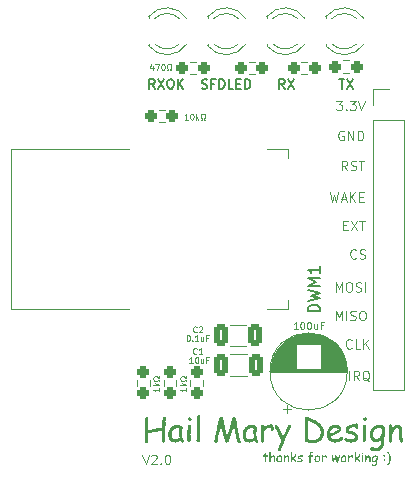
<source format=gto>
%TF.GenerationSoftware,KiCad,Pcbnew,7.0.10*%
%TF.CreationDate,2024-03-15T22:51:05-04:00*%
%TF.ProjectId,DW1000 BU-01,44573130-3030-4204-9255-2d30312e6b69,rev?*%
%TF.SameCoordinates,Original*%
%TF.FileFunction,Legend,Top*%
%TF.FilePolarity,Positive*%
%FSLAX46Y46*%
G04 Gerber Fmt 4.6, Leading zero omitted, Abs format (unit mm)*
G04 Created by KiCad (PCBNEW 7.0.10) date 2024-03-15 22:51:05*
%MOMM*%
%LPD*%
G01*
G04 APERTURE LIST*
G04 Aperture macros list*
%AMRoundRect*
0 Rectangle with rounded corners*
0 $1 Rounding radius*
0 $2 $3 $4 $5 $6 $7 $8 $9 X,Y pos of 4 corners*
0 Add a 4 corners polygon primitive as box body*
4,1,4,$2,$3,$4,$5,$6,$7,$8,$9,$2,$3,0*
0 Add four circle primitives for the rounded corners*
1,1,$1+$1,$2,$3*
1,1,$1+$1,$4,$5*
1,1,$1+$1,$6,$7*
1,1,$1+$1,$8,$9*
0 Add four rect primitives between the rounded corners*
20,1,$1+$1,$2,$3,$4,$5,0*
20,1,$1+$1,$4,$5,$6,$7,0*
20,1,$1+$1,$6,$7,$8,$9,0*
20,1,$1+$1,$8,$9,$2,$3,0*%
G04 Aperture macros list end*
%ADD10C,0.100000*%
%ADD11C,0.300000*%
%ADD12C,0.120000*%
%ADD13C,0.150000*%
%ADD14RoundRect,0.237500X0.250000X0.237500X-0.250000X0.237500X-0.250000X-0.237500X0.250000X-0.237500X0*%
%ADD15R,1.800000X1.800000*%
%ADD16C,1.800000*%
%ADD17RoundRect,0.250000X-0.325000X-0.650000X0.325000X-0.650000X0.325000X0.650000X-0.325000X0.650000X0*%
%ADD18RoundRect,0.237500X-0.237500X0.250000X-0.237500X-0.250000X0.237500X-0.250000X0.237500X0.250000X0*%
%ADD19R,1.700000X1.700000*%
%ADD20O,1.700000X1.700000*%
%ADD21R,1.600000X1.600000*%
%ADD22C,1.600000*%
%ADD23R,1.000000X2.450000*%
%ADD24R,2.450000X1.000000*%
%ADD25RoundRect,0.237500X-0.250000X-0.237500X0.250000X-0.237500X0.250000X0.237500X-0.250000X0.237500X0*%
G04 APERTURE END LIST*
D10*
X2092609Y-33208258D02*
X2092609Y-33493972D01*
X2092609Y-33351115D02*
X1592609Y-33351115D01*
X1592609Y-33351115D02*
X1664038Y-33398734D01*
X1664038Y-33398734D02*
X1711657Y-33446353D01*
X1711657Y-33446353D02*
X1735466Y-33493972D01*
X2092609Y-32993973D02*
X1592609Y-32993973D01*
X1902133Y-32946354D02*
X2092609Y-32803497D01*
X1759276Y-32803497D02*
X1949752Y-32993973D01*
X2092609Y-32613020D02*
X2092609Y-32493973D01*
X2092609Y-32493973D02*
X1997371Y-32493973D01*
X1997371Y-32493973D02*
X1973561Y-32541592D01*
X1973561Y-32541592D02*
X1925942Y-32589211D01*
X1925942Y-32589211D02*
X1854514Y-32613020D01*
X1854514Y-32613020D02*
X1735466Y-32613020D01*
X1735466Y-32613020D02*
X1664038Y-32589211D01*
X1664038Y-32589211D02*
X1616419Y-32541592D01*
X1616419Y-32541592D02*
X1592609Y-32470163D01*
X1592609Y-32470163D02*
X1592609Y-32374925D01*
X1592609Y-32374925D02*
X1616419Y-32303497D01*
X1616419Y-32303497D02*
X1664038Y-32255878D01*
X1664038Y-32255878D02*
X1735466Y-32232068D01*
X1735466Y-32232068D02*
X1854514Y-32232068D01*
X1854514Y-32232068D02*
X1925942Y-32255878D01*
X1925942Y-32255878D02*
X1973561Y-32303497D01*
X1973561Y-32303497D02*
X1997371Y-32351116D01*
X1997371Y-32351116D02*
X2092609Y-32351116D01*
X2092609Y-32351116D02*
X2092609Y-32232068D01*
D11*
G36*
X2635348Y-35824131D02*
G01*
X2629438Y-35843467D01*
X2624529Y-35865452D01*
X2621324Y-35884945D01*
X2618759Y-35906133D01*
X2616836Y-35929016D01*
X2615553Y-35953593D01*
X2615012Y-35973137D01*
X2614832Y-35993635D01*
X2614949Y-36013527D01*
X2615235Y-36033666D01*
X2615693Y-36056655D01*
X2616206Y-36077991D01*
X2616838Y-36101306D01*
X2617274Y-36116245D01*
X2617961Y-36135899D01*
X2618691Y-36158728D01*
X2619278Y-36179624D01*
X2619793Y-36202150D01*
X2620102Y-36221894D01*
X2620205Y-36238855D01*
X2619995Y-36265869D01*
X2619364Y-36295252D01*
X2618709Y-36316158D01*
X2617868Y-36338117D01*
X2616839Y-36361129D01*
X2615624Y-36385195D01*
X2614221Y-36410314D01*
X2612632Y-36436486D01*
X2610855Y-36463711D01*
X2608892Y-36491990D01*
X2606741Y-36521322D01*
X2604404Y-36551707D01*
X2601880Y-36583146D01*
X2599168Y-36615638D01*
X2596270Y-36649183D01*
X2593371Y-36682728D01*
X2590660Y-36715220D01*
X2588135Y-36746659D01*
X2585798Y-36777044D01*
X2583647Y-36806376D01*
X2581684Y-36834655D01*
X2579907Y-36861880D01*
X2578318Y-36888053D01*
X2576915Y-36913171D01*
X2575700Y-36937237D01*
X2574671Y-36960249D01*
X2573830Y-36982208D01*
X2573175Y-37003114D01*
X2572708Y-37022966D01*
X2572357Y-37050770D01*
X2572334Y-37059511D01*
X2572467Y-37080035D01*
X2572866Y-37102404D01*
X2573532Y-37126620D01*
X2574463Y-37152682D01*
X2575661Y-37180590D01*
X2576608Y-37200221D01*
X2577672Y-37220673D01*
X2578855Y-37241945D01*
X2580157Y-37264037D01*
X2581576Y-37286950D01*
X2583114Y-37310684D01*
X2584771Y-37335238D01*
X2586545Y-37360612D01*
X2587477Y-37373607D01*
X2589311Y-37399341D01*
X2591026Y-37424272D01*
X2592623Y-37448403D01*
X2594102Y-37471732D01*
X2595462Y-37494259D01*
X2596705Y-37515986D01*
X2597829Y-37536910D01*
X2598834Y-37557034D01*
X2600121Y-37585716D01*
X2601141Y-37612595D01*
X2601895Y-37637671D01*
X2602383Y-37660944D01*
X2602605Y-37682413D01*
X2602620Y-37689169D01*
X2601280Y-37709617D01*
X2597262Y-37728828D01*
X2589187Y-37749678D01*
X2577467Y-37768846D01*
X2564518Y-37783935D01*
X2549760Y-37797050D01*
X2530894Y-37808921D01*
X2510250Y-37817099D01*
X2487831Y-37821584D01*
X2470729Y-37822526D01*
X2450779Y-37821169D01*
X2428937Y-37816157D01*
X2408638Y-37807451D01*
X2389881Y-37795053D01*
X2377428Y-37783935D01*
X2364313Y-37768828D01*
X2352442Y-37749598D01*
X2344264Y-37728637D01*
X2340194Y-37709294D01*
X2338838Y-37688681D01*
X2338705Y-37667808D01*
X2338305Y-37645123D01*
X2337640Y-37620627D01*
X2336708Y-37594319D01*
X2335510Y-37566199D01*
X2334564Y-37546446D01*
X2333499Y-37525887D01*
X2332316Y-37504524D01*
X2331015Y-37482355D01*
X2329595Y-37459381D01*
X2328057Y-37435602D01*
X2326401Y-37411017D01*
X2324626Y-37385627D01*
X2323695Y-37372630D01*
X2321861Y-37346784D01*
X2320145Y-37321759D01*
X2318548Y-37297554D01*
X2317069Y-37274170D01*
X2315709Y-37251606D01*
X2314467Y-37229863D01*
X2313343Y-37208940D01*
X2312337Y-37188838D01*
X2311051Y-37160223D01*
X2310030Y-37133454D01*
X2309276Y-37108531D01*
X2308788Y-37085454D01*
X2308566Y-37064224D01*
X2308551Y-37057557D01*
X2308658Y-37032354D01*
X2308979Y-37007060D01*
X2309513Y-36981674D01*
X2310261Y-36956196D01*
X2311223Y-36930627D01*
X2312398Y-36904966D01*
X2313787Y-36879214D01*
X2315390Y-36853370D01*
X2285585Y-36854103D01*
X2254910Y-36855324D01*
X2223364Y-36857034D01*
X2190949Y-36859232D01*
X2157663Y-36861919D01*
X2123507Y-36865094D01*
X2088481Y-36868757D01*
X2052585Y-36872909D01*
X2015819Y-36877550D01*
X1978183Y-36882679D01*
X1939676Y-36888297D01*
X1920097Y-36891289D01*
X1900300Y-36894403D01*
X1880285Y-36897639D01*
X1860053Y-36900997D01*
X1839603Y-36904478D01*
X1818936Y-36908080D01*
X1798051Y-36911805D01*
X1776949Y-36915652D01*
X1755630Y-36919621D01*
X1734092Y-36923712D01*
X1157191Y-37037041D01*
X1156972Y-37061411D01*
X1156315Y-37087628D01*
X1155220Y-37115690D01*
X1154247Y-37135424D01*
X1153079Y-37155979D01*
X1151717Y-37177354D01*
X1150160Y-37199549D01*
X1148408Y-37222566D01*
X1146462Y-37246402D01*
X1144321Y-37271059D01*
X1141985Y-37296537D01*
X1139455Y-37322835D01*
X1136730Y-37349953D01*
X1133811Y-37377893D01*
X1132278Y-37392170D01*
X1129320Y-37420525D01*
X1126553Y-37448071D01*
X1123977Y-37474808D01*
X1121592Y-37500736D01*
X1119398Y-37525855D01*
X1117394Y-37550164D01*
X1115582Y-37573665D01*
X1113960Y-37596357D01*
X1112529Y-37618239D01*
X1111288Y-37639313D01*
X1110239Y-37659578D01*
X1109022Y-37688457D01*
X1108235Y-37715517D01*
X1107878Y-37740756D01*
X1107854Y-37748764D01*
X1106514Y-37769578D01*
X1102496Y-37789156D01*
X1094421Y-37810434D01*
X1084598Y-37827332D01*
X1072096Y-37842994D01*
X1069752Y-37845484D01*
X1054994Y-37858931D01*
X1036127Y-37871103D01*
X1015484Y-37879488D01*
X996376Y-37883661D01*
X975963Y-37885052D01*
X955532Y-37883678D01*
X936372Y-37879556D01*
X915625Y-37871275D01*
X896608Y-37859254D01*
X881685Y-37845973D01*
X868902Y-37830700D01*
X857332Y-37811319D01*
X849361Y-37790255D01*
X845394Y-37770861D01*
X844071Y-37750230D01*
X844282Y-37721673D01*
X844656Y-37701233D01*
X845217Y-37679671D01*
X845965Y-37656987D01*
X846900Y-37633181D01*
X848022Y-37608253D01*
X849331Y-37582203D01*
X850827Y-37555031D01*
X852510Y-37526737D01*
X854380Y-37497321D01*
X856437Y-37466783D01*
X858681Y-37435123D01*
X861112Y-37402341D01*
X863730Y-37368437D01*
X866535Y-37333411D01*
X868007Y-37315478D01*
X870906Y-37279830D01*
X873617Y-37245303D01*
X876142Y-37211899D01*
X878479Y-37179617D01*
X880630Y-37148457D01*
X882593Y-37118419D01*
X884370Y-37089503D01*
X885959Y-37061709D01*
X887362Y-37035037D01*
X888577Y-37009487D01*
X889605Y-36985059D01*
X890447Y-36961753D01*
X891101Y-36939569D01*
X891569Y-36918507D01*
X891849Y-36898566D01*
X891943Y-36879748D01*
X891851Y-36859621D01*
X891577Y-36837097D01*
X891119Y-36812177D01*
X890655Y-36791914D01*
X890088Y-36770303D01*
X889418Y-36747343D01*
X888646Y-36723036D01*
X887770Y-36697380D01*
X886791Y-36670377D01*
X886081Y-36651625D01*
X885121Y-36623710D01*
X884255Y-36597117D01*
X883484Y-36571847D01*
X882807Y-36547899D01*
X882224Y-36525273D01*
X881736Y-36503969D01*
X881343Y-36483988D01*
X880965Y-36459403D01*
X880755Y-36437170D01*
X880708Y-36422037D01*
X880828Y-36400742D01*
X881189Y-36377524D01*
X881790Y-36352382D01*
X882631Y-36325317D01*
X883713Y-36296328D01*
X884568Y-36275934D01*
X885530Y-36254685D01*
X886598Y-36232581D01*
X887774Y-36209622D01*
X889056Y-36185809D01*
X890445Y-36161140D01*
X891941Y-36135617D01*
X893544Y-36109238D01*
X894385Y-36095729D01*
X896101Y-36068864D01*
X897706Y-36042858D01*
X899200Y-36017710D01*
X900583Y-35993422D01*
X901856Y-35969991D01*
X903018Y-35947420D01*
X904069Y-35925707D01*
X905010Y-35904853D01*
X905840Y-35884857D01*
X906878Y-35856474D01*
X907666Y-35830023D01*
X908206Y-35805504D01*
X908496Y-35782917D01*
X908551Y-35768932D01*
X909874Y-35747986D01*
X913841Y-35728380D01*
X921812Y-35707199D01*
X933382Y-35687841D01*
X946165Y-35672700D01*
X961089Y-35659585D01*
X980106Y-35647714D01*
X1000852Y-35639537D01*
X1020012Y-35635466D01*
X1040443Y-35634110D01*
X1060856Y-35635449D01*
X1083022Y-35640398D01*
X1103411Y-35648993D01*
X1122025Y-35661235D01*
X1134232Y-35672212D01*
X1147181Y-35686986D01*
X1158901Y-35705917D01*
X1166976Y-35726670D01*
X1170994Y-35745910D01*
X1172334Y-35766489D01*
X1172205Y-35787763D01*
X1171819Y-35810917D01*
X1171175Y-35835951D01*
X1170273Y-35862866D01*
X1169114Y-35891661D01*
X1168198Y-35911903D01*
X1167167Y-35932980D01*
X1166023Y-35954894D01*
X1164763Y-35977643D01*
X1163389Y-36001227D01*
X1161901Y-36025648D01*
X1160298Y-36050904D01*
X1158581Y-36076996D01*
X1157679Y-36090355D01*
X1155964Y-36116865D01*
X1154359Y-36142539D01*
X1152865Y-36167378D01*
X1151482Y-36191380D01*
X1150209Y-36214547D01*
X1149047Y-36236878D01*
X1147995Y-36258373D01*
X1147055Y-36279033D01*
X1146225Y-36298857D01*
X1145187Y-36327025D01*
X1144398Y-36353313D01*
X1143859Y-36377721D01*
X1143568Y-36400248D01*
X1143513Y-36414221D01*
X1151817Y-36756161D01*
X1740931Y-36642833D01*
X1762896Y-36638682D01*
X1784643Y-36634658D01*
X1806173Y-36630760D01*
X1827485Y-36626987D01*
X1848579Y-36623341D01*
X1869456Y-36619820D01*
X1890116Y-36616426D01*
X1910558Y-36613157D01*
X1930782Y-36610014D01*
X1950789Y-36606998D01*
X1970579Y-36604107D01*
X1990150Y-36601342D01*
X2028642Y-36596190D01*
X2066263Y-36591542D01*
X2103014Y-36587397D01*
X2138894Y-36583756D01*
X2173905Y-36580619D01*
X2208046Y-36577986D01*
X2241316Y-36575857D01*
X2273716Y-36574231D01*
X2305247Y-36573109D01*
X2335907Y-36572491D01*
X2337740Y-36547483D01*
X2339456Y-36520940D01*
X2341053Y-36492864D01*
X2342532Y-36463253D01*
X2343892Y-36432108D01*
X2345134Y-36399429D01*
X2346258Y-36365216D01*
X2347264Y-36329469D01*
X2348151Y-36292188D01*
X2348920Y-36253372D01*
X2349260Y-36233389D01*
X2349571Y-36213023D01*
X2349852Y-36192272D01*
X2350103Y-36171139D01*
X2350325Y-36149621D01*
X2350517Y-36127721D01*
X2350680Y-36105436D01*
X2350813Y-36082769D01*
X2350917Y-36059717D01*
X2350991Y-36036282D01*
X2351035Y-36012464D01*
X2351050Y-35988262D01*
X2351584Y-35962448D01*
X2353187Y-35936543D01*
X2355090Y-35917055D01*
X2357595Y-35897514D01*
X2360700Y-35877922D01*
X2364407Y-35858279D01*
X2368714Y-35838584D01*
X2373623Y-35818837D01*
X2379133Y-35799040D01*
X2385244Y-35779190D01*
X2394088Y-35753263D01*
X2403585Y-35729885D01*
X2413734Y-35709058D01*
X2424536Y-35690782D01*
X2439954Y-35670380D01*
X2456532Y-35654512D01*
X2474270Y-35643177D01*
X2493169Y-35636377D01*
X2513227Y-35634110D01*
X2535366Y-35635933D01*
X2556477Y-35641403D01*
X2576559Y-35650519D01*
X2592954Y-35661235D01*
X2606039Y-35672212D01*
X2620150Y-35687021D01*
X2631341Y-35703238D01*
X2640708Y-35723938D01*
X2645574Y-35743207D01*
X2647520Y-35763883D01*
X2647561Y-35767466D01*
X2645545Y-35786951D01*
X2640691Y-35807217D01*
X2635348Y-35824131D01*
G37*
G36*
X3652110Y-36322443D02*
G01*
X3675310Y-36324079D01*
X3699016Y-36326805D01*
X3723229Y-36330622D01*
X3747949Y-36335529D01*
X3773175Y-36341527D01*
X3798908Y-36348615D01*
X3825147Y-36356794D01*
X3851893Y-36366063D01*
X3879146Y-36376423D01*
X3897595Y-36383935D01*
X3920192Y-36393709D01*
X3941330Y-36403734D01*
X3961011Y-36414012D01*
X3979234Y-36424541D01*
X3995999Y-36435322D01*
X4018413Y-36451966D01*
X4037547Y-36469176D01*
X4053400Y-36486953D01*
X4065974Y-36505297D01*
X4075268Y-36524208D01*
X4081281Y-36543685D01*
X4084015Y-36563730D01*
X4084197Y-36570537D01*
X4081995Y-36590763D01*
X4075387Y-36609675D01*
X4064375Y-36627273D01*
X4056353Y-36636482D01*
X4051430Y-36658636D01*
X4047643Y-36680718D01*
X4044819Y-36700754D01*
X4042178Y-36722896D01*
X4039720Y-36747144D01*
X4037997Y-36766713D01*
X4036377Y-36787467D01*
X4034860Y-36809406D01*
X4033542Y-36832443D01*
X4032335Y-36856673D01*
X4031241Y-36882097D01*
X4030257Y-36908714D01*
X4029386Y-36936525D01*
X4028626Y-36965529D01*
X4028181Y-36985528D01*
X4027786Y-37006058D01*
X4027441Y-37027118D01*
X4027145Y-37048709D01*
X4026899Y-37070830D01*
X4026703Y-37093482D01*
X4026556Y-37116664D01*
X4026476Y-37137814D01*
X4026601Y-37158399D01*
X4026933Y-37178419D01*
X4027818Y-37207391D01*
X4029166Y-37235091D01*
X4030978Y-37261521D01*
X4033253Y-37286680D01*
X4035992Y-37310568D01*
X4039195Y-37333185D01*
X4042862Y-37354532D01*
X4046992Y-37374607D01*
X4050003Y-37387285D01*
X4055720Y-37409183D01*
X4062372Y-37430978D01*
X4068573Y-37449819D01*
X4075813Y-37470797D01*
X4084092Y-37493914D01*
X4093410Y-37519169D01*
X4103767Y-37546562D01*
X4111249Y-37566012D01*
X4119192Y-37586412D01*
X4127598Y-37607762D01*
X4136465Y-37630062D01*
X4144347Y-37649960D01*
X4153028Y-37670362D01*
X4161169Y-37688795D01*
X4167728Y-37703335D01*
X4176032Y-37726782D01*
X4174676Y-37746795D01*
X4169663Y-37768407D01*
X4160958Y-37788148D01*
X4148559Y-37806020D01*
X4137442Y-37817641D01*
X4119974Y-37831726D01*
X4101338Y-37842351D01*
X4081533Y-37849517D01*
X4060559Y-37853224D01*
X4048049Y-37853789D01*
X4027670Y-37846919D01*
X4008409Y-37833936D01*
X3992133Y-37820541D01*
X3977600Y-37807352D01*
X3961724Y-37791965D01*
X3953283Y-37783447D01*
X3938384Y-37767189D01*
X3924462Y-37751390D01*
X3911517Y-37736048D01*
X3896710Y-37717516D01*
X3883429Y-37699698D01*
X3871675Y-37682596D01*
X3861448Y-37666210D01*
X3836993Y-37680351D01*
X3813087Y-37693831D01*
X3789732Y-37706649D01*
X3766926Y-37718806D01*
X3744669Y-37730303D01*
X3722962Y-37741137D01*
X3701804Y-37751311D01*
X3681196Y-37760824D01*
X3661138Y-37769675D01*
X3641629Y-37777865D01*
X3628928Y-37782958D01*
X3610440Y-37790029D01*
X3586683Y-37798376D01*
X3563950Y-37805485D01*
X3542239Y-37811359D01*
X3521551Y-37815996D01*
X3501885Y-37819396D01*
X3478742Y-37821907D01*
X3461378Y-37822526D01*
X3441459Y-37822350D01*
X3421881Y-37821822D01*
X3383747Y-37819709D01*
X3346975Y-37816189D01*
X3311565Y-37811260D01*
X3277518Y-37804923D01*
X3244834Y-37797178D01*
X3213511Y-37788024D01*
X3183551Y-37777463D01*
X3154954Y-37765493D01*
X3127719Y-37752115D01*
X3101847Y-37737329D01*
X3077336Y-37721134D01*
X3054189Y-37703532D01*
X3032403Y-37684521D01*
X3011980Y-37664102D01*
X2992920Y-37642274D01*
X2976121Y-37620382D01*
X2960405Y-37597082D01*
X2945773Y-37572373D01*
X2932226Y-37546256D01*
X2919762Y-37518731D01*
X2908381Y-37489798D01*
X2898085Y-37459457D01*
X2888872Y-37427707D01*
X2880744Y-37394549D01*
X2873699Y-37359983D01*
X2867738Y-37324009D01*
X2862861Y-37286626D01*
X2859067Y-37247836D01*
X2857577Y-37227912D01*
X2856358Y-37207637D01*
X2855409Y-37187009D01*
X2854732Y-37166030D01*
X2854325Y-37144698D01*
X2854226Y-37128876D01*
X3125300Y-37128876D01*
X3125611Y-37154241D01*
X3126544Y-37178801D01*
X3128099Y-37202555D01*
X3130276Y-37225505D01*
X3133075Y-37247649D01*
X3136497Y-37268987D01*
X3140540Y-37289521D01*
X3145205Y-37309249D01*
X3150493Y-37328172D01*
X3159590Y-37355047D01*
X3170088Y-37380110D01*
X3181984Y-37403362D01*
X3195281Y-37424801D01*
X3204923Y-37438087D01*
X3220556Y-37456507D01*
X3237598Y-37473115D01*
X3256048Y-37487912D01*
X3275906Y-37500896D01*
X3297172Y-37512069D01*
X3319847Y-37521430D01*
X3343929Y-37528979D01*
X3369420Y-37534716D01*
X3396319Y-37538642D01*
X3424627Y-37540755D01*
X3444281Y-37541158D01*
X3468658Y-37540772D01*
X3492332Y-37539612D01*
X3515301Y-37537680D01*
X3537566Y-37534976D01*
X3559127Y-37531498D01*
X3579984Y-37527248D01*
X3600137Y-37522224D01*
X3619586Y-37516428D01*
X3638331Y-37509860D01*
X3662228Y-37499899D01*
X3668007Y-37497194D01*
X3687917Y-37486535D01*
X3706660Y-37475082D01*
X3723062Y-37464236D01*
X3740716Y-37451894D01*
X3759622Y-37438056D01*
X3779780Y-37422722D01*
X3795719Y-37410240D01*
X3806737Y-37401451D01*
X3804032Y-37380793D01*
X3801413Y-37360462D01*
X3798880Y-37340459D01*
X3796433Y-37320782D01*
X3791796Y-37282411D01*
X3787503Y-37245349D01*
X3783553Y-37209596D01*
X3779947Y-37175152D01*
X3776684Y-37142017D01*
X3773764Y-37110191D01*
X3771188Y-37079674D01*
X3768956Y-37050466D01*
X3767067Y-37022567D01*
X3765521Y-36995977D01*
X3764319Y-36970696D01*
X3763460Y-36946724D01*
X3762945Y-36924061D01*
X3762773Y-36902707D01*
X3763031Y-36882048D01*
X3763804Y-36860735D01*
X3765092Y-36838771D01*
X3766895Y-36816154D01*
X3769213Y-36792884D01*
X3770101Y-36784982D01*
X3772581Y-36764935D01*
X3775443Y-36744482D01*
X3778687Y-36723623D01*
X3782313Y-36702359D01*
X3786320Y-36680690D01*
X3790709Y-36658615D01*
X3792571Y-36649672D01*
X3774184Y-36641142D01*
X3753948Y-36632320D01*
X3735021Y-36624713D01*
X3714993Y-36617508D01*
X3705621Y-36614501D01*
X3686408Y-36609069D01*
X3665969Y-36604845D01*
X3647491Y-36603265D01*
X3621095Y-36603887D01*
X3595154Y-36605754D01*
X3569667Y-36608864D01*
X3544634Y-36613218D01*
X3520055Y-36618817D01*
X3495930Y-36625659D01*
X3472260Y-36633746D01*
X3449043Y-36643077D01*
X3426281Y-36653652D01*
X3403973Y-36665471D01*
X3382119Y-36678534D01*
X3360719Y-36692841D01*
X3339773Y-36708393D01*
X3319282Y-36725188D01*
X3299244Y-36743228D01*
X3279661Y-36762512D01*
X3260969Y-36782547D01*
X3243483Y-36802964D01*
X3227202Y-36823763D01*
X3212128Y-36844944D01*
X3198259Y-36866506D01*
X3185597Y-36888449D01*
X3174141Y-36910775D01*
X3163890Y-36933482D01*
X3154845Y-36956570D01*
X3147007Y-36980040D01*
X3140374Y-37003892D01*
X3134947Y-37028126D01*
X3130726Y-37052741D01*
X3127711Y-37077738D01*
X3125903Y-37103116D01*
X3125300Y-37128876D01*
X2854226Y-37128876D01*
X2854190Y-37123014D01*
X2854413Y-37102409D01*
X2855083Y-37081991D01*
X2856199Y-37061761D01*
X2857762Y-37041719D01*
X2859771Y-37021866D01*
X2862227Y-37002200D01*
X2865129Y-36982722D01*
X2868478Y-36963432D01*
X2876515Y-36925416D01*
X2886338Y-36888152D01*
X2897948Y-36851639D01*
X2911343Y-36815879D01*
X2926524Y-36780870D01*
X2943491Y-36746613D01*
X2962245Y-36713108D01*
X2982784Y-36680355D01*
X3005109Y-36648353D01*
X3016942Y-36632634D01*
X3029221Y-36617103D01*
X3041946Y-36601760D01*
X3055118Y-36586605D01*
X3068736Y-36571638D01*
X3082801Y-36556859D01*
X3097206Y-36542404D01*
X3111784Y-36528407D01*
X3126535Y-36514869D01*
X3141458Y-36501790D01*
X3156554Y-36489170D01*
X3187263Y-36465307D01*
X3218664Y-36443279D01*
X3250755Y-36423087D01*
X3283537Y-36404731D01*
X3317010Y-36388210D01*
X3351173Y-36373525D01*
X3386027Y-36360675D01*
X3421572Y-36349662D01*
X3457808Y-36340483D01*
X3494735Y-36333141D01*
X3532352Y-36327634D01*
X3570660Y-36323963D01*
X3609658Y-36322127D01*
X3629417Y-36321898D01*
X3652110Y-36322443D01*
G37*
G36*
X4669891Y-35978004D02*
G01*
X4649713Y-35977002D01*
X4630393Y-35973997D01*
X4608342Y-35967745D01*
X4587528Y-35958609D01*
X4567950Y-35946588D01*
X4555586Y-35936971D01*
X4539317Y-35920817D01*
X4526414Y-35903494D01*
X4516877Y-35885004D01*
X4510706Y-35865347D01*
X4507901Y-35844521D01*
X4507714Y-35837320D01*
X4509397Y-35816122D01*
X4514446Y-35796127D01*
X4522861Y-35777333D01*
X4534642Y-35759742D01*
X4549789Y-35743353D01*
X4555586Y-35738157D01*
X4571128Y-35726196D01*
X4590911Y-35714518D01*
X4611931Y-35705759D01*
X4634188Y-35699920D01*
X4653680Y-35697285D01*
X4669891Y-35696636D01*
X4690046Y-35697650D01*
X4713035Y-35701542D01*
X4734720Y-35708354D01*
X4755099Y-35718086D01*
X4774173Y-35730737D01*
X4783220Y-35738157D01*
X4799323Y-35754146D01*
X4812094Y-35771336D01*
X4821534Y-35789729D01*
X4827642Y-35809323D01*
X4830418Y-35830120D01*
X4830603Y-35837320D01*
X4828937Y-35858535D01*
X4823940Y-35878582D01*
X4815611Y-35897461D01*
X4803950Y-35915172D01*
X4788958Y-35931716D01*
X4783220Y-35936971D01*
X4764799Y-35950916D01*
X4745072Y-35961975D01*
X4724041Y-35970150D01*
X4701704Y-35975439D01*
X4682093Y-35977643D01*
X4669891Y-35978004D01*
G37*
G36*
X4731929Y-37118618D02*
G01*
X4731998Y-37140806D01*
X4732204Y-37165604D01*
X4732449Y-37185916D01*
X4732771Y-37207696D01*
X4733170Y-37230944D01*
X4733646Y-37255661D01*
X4734200Y-37281846D01*
X4734831Y-37309499D01*
X4735540Y-37338621D01*
X4736055Y-37358851D01*
X4736325Y-37369211D01*
X4736917Y-37389769D01*
X4737470Y-37409679D01*
X4738229Y-37438327D01*
X4738901Y-37465515D01*
X4739488Y-37491244D01*
X4739989Y-37515512D01*
X4740404Y-37538321D01*
X4740733Y-37559671D01*
X4740976Y-37579560D01*
X4741167Y-37603809D01*
X4741210Y-37620293D01*
X4739905Y-37642584D01*
X4735990Y-37663295D01*
X4729464Y-37682426D01*
X4720327Y-37699977D01*
X4708581Y-37715948D01*
X4704085Y-37720921D01*
X4689339Y-37734201D01*
X4670052Y-37746223D01*
X4651733Y-37753550D01*
X4631767Y-37758130D01*
X4610151Y-37759961D01*
X4606388Y-37760000D01*
X4585128Y-37758626D01*
X4565310Y-37754504D01*
X4546934Y-37747635D01*
X4527319Y-37736148D01*
X4512069Y-37723325D01*
X4509668Y-37720921D01*
X4496885Y-37705476D01*
X4486747Y-37688452D01*
X4479254Y-37669847D01*
X4474405Y-37649663D01*
X4472202Y-37627898D01*
X4472055Y-37620293D01*
X4471978Y-37597990D01*
X4471749Y-37573093D01*
X4471477Y-37552717D01*
X4471120Y-37530881D01*
X4470676Y-37507585D01*
X4470146Y-37482830D01*
X4469531Y-37456615D01*
X4468830Y-37428940D01*
X4468043Y-37399805D01*
X4467470Y-37379571D01*
X4467170Y-37369211D01*
X4466578Y-37348654D01*
X4466025Y-37328751D01*
X4465266Y-37300118D01*
X4464594Y-37272954D01*
X4464007Y-37247259D01*
X4463506Y-37223032D01*
X4463091Y-37200273D01*
X4462762Y-37178982D01*
X4462519Y-37159160D01*
X4462328Y-37135014D01*
X4462285Y-37118618D01*
X4462405Y-37093409D01*
X4462766Y-37067058D01*
X4463367Y-37039565D01*
X4464208Y-37010930D01*
X4464903Y-36991205D01*
X4465704Y-36970973D01*
X4466613Y-36950233D01*
X4467628Y-36928986D01*
X4468750Y-36907231D01*
X4469979Y-36884969D01*
X4471314Y-36862199D01*
X4472757Y-36838922D01*
X4474306Y-36815137D01*
X4475963Y-36790844D01*
X4477678Y-36766551D01*
X4479283Y-36742766D01*
X4480777Y-36719489D01*
X4482160Y-36696719D01*
X4483433Y-36674456D01*
X4484595Y-36652702D01*
X4485646Y-36631454D01*
X4486587Y-36610715D01*
X4487417Y-36590483D01*
X4488136Y-36570758D01*
X4489008Y-36542123D01*
X4489631Y-36514630D01*
X4490004Y-36488279D01*
X4490129Y-36463070D01*
X4491451Y-36440281D01*
X4495418Y-36419175D01*
X4502030Y-36399752D01*
X4511286Y-36382012D01*
X4523187Y-36365955D01*
X4527742Y-36360976D01*
X4542751Y-36347696D01*
X4562086Y-36335674D01*
X4580221Y-36328347D01*
X4599798Y-36323768D01*
X4620819Y-36321936D01*
X4624462Y-36321898D01*
X4645872Y-36323271D01*
X4665770Y-36327393D01*
X4684157Y-36334262D01*
X4703698Y-36345749D01*
X4718811Y-36358572D01*
X4721182Y-36360976D01*
X4734131Y-36376473D01*
X4744401Y-36393652D01*
X4751991Y-36412514D01*
X4756903Y-36433059D01*
X4759135Y-36455287D01*
X4759284Y-36463070D01*
X4759164Y-36488279D01*
X4758803Y-36514630D01*
X4758202Y-36542123D01*
X4757361Y-36570758D01*
X4756666Y-36590483D01*
X4755865Y-36610715D01*
X4754957Y-36631454D01*
X4753941Y-36652702D01*
X4752819Y-36674456D01*
X4751591Y-36696719D01*
X4750255Y-36719489D01*
X4748812Y-36742766D01*
X4747263Y-36766551D01*
X4745607Y-36790844D01*
X4743950Y-36815137D01*
X4742401Y-36838922D01*
X4740958Y-36862199D01*
X4739623Y-36884969D01*
X4738394Y-36907231D01*
X4737272Y-36928986D01*
X4736257Y-36950233D01*
X4735348Y-36970973D01*
X4734547Y-36991205D01*
X4733852Y-37010930D01*
X4733011Y-37039565D01*
X4732410Y-37067058D01*
X4732049Y-37093409D01*
X4731929Y-37118618D01*
G37*
G36*
X5539884Y-36661395D02*
G01*
X5519368Y-37357487D01*
X5519274Y-37379184D01*
X5518990Y-37402693D01*
X5518518Y-37428014D01*
X5517857Y-37455146D01*
X5517007Y-37484090D01*
X5516335Y-37504393D01*
X5515579Y-37525501D01*
X5514740Y-37547414D01*
X5513816Y-37570133D01*
X5512809Y-37593656D01*
X5511717Y-37617985D01*
X5510542Y-37643119D01*
X5509282Y-37669059D01*
X5508621Y-37682330D01*
X5505112Y-37707385D01*
X5499714Y-37729975D01*
X5492427Y-37750101D01*
X5483251Y-37767762D01*
X5468077Y-37787477D01*
X5449545Y-37802811D01*
X5427655Y-37813763D01*
X5402406Y-37820335D01*
X5381266Y-37822389D01*
X5373799Y-37822526D01*
X5349705Y-37821272D01*
X5327981Y-37817511D01*
X5308626Y-37811243D01*
X5286507Y-37798985D01*
X5268601Y-37782269D01*
X5254908Y-37761097D01*
X5247404Y-37742292D01*
X5242269Y-37720980D01*
X5239504Y-37697160D01*
X5238977Y-37679888D01*
X5239036Y-37658036D01*
X5239214Y-37634856D01*
X5239510Y-37610347D01*
X5239924Y-37584511D01*
X5240456Y-37557347D01*
X5241107Y-37528854D01*
X5241876Y-37499034D01*
X5242763Y-37467885D01*
X5243769Y-37435408D01*
X5244892Y-37401604D01*
X5246135Y-37366471D01*
X5247495Y-37330010D01*
X5248974Y-37292221D01*
X5250571Y-37253104D01*
X5251414Y-37233047D01*
X5252286Y-37212659D01*
X5253189Y-37191938D01*
X5254120Y-37170886D01*
X5255052Y-37149803D01*
X5255954Y-37129053D01*
X5256826Y-37108637D01*
X5257669Y-37088553D01*
X5258483Y-37068802D01*
X5260021Y-37030300D01*
X5261440Y-36993129D01*
X5262742Y-36957290D01*
X5263925Y-36922783D01*
X5264990Y-36889608D01*
X5265936Y-36857765D01*
X5266764Y-36827254D01*
X5267474Y-36798074D01*
X5268065Y-36770227D01*
X5268539Y-36743711D01*
X5268894Y-36718527D01*
X5269130Y-36694676D01*
X5269248Y-36672156D01*
X5269263Y-36661395D01*
X5269290Y-36633487D01*
X5269370Y-36605082D01*
X5269504Y-36576181D01*
X5269691Y-36546784D01*
X5269931Y-36516891D01*
X5270225Y-36486502D01*
X5270572Y-36455617D01*
X5270973Y-36424235D01*
X5271427Y-36392358D01*
X5271935Y-36359984D01*
X5272496Y-36327114D01*
X5273110Y-36293749D01*
X5273778Y-36259887D01*
X5274499Y-36225529D01*
X5275274Y-36190674D01*
X5276102Y-36155324D01*
X5276930Y-36119974D01*
X5277705Y-36085119D01*
X5278426Y-36050761D01*
X5279094Y-36016899D01*
X5279708Y-35983533D01*
X5280269Y-35950664D01*
X5280777Y-35918290D01*
X5281231Y-35886413D01*
X5281632Y-35855031D01*
X5281979Y-35824146D01*
X5282273Y-35793757D01*
X5282513Y-35763864D01*
X5282700Y-35734467D01*
X5282834Y-35705566D01*
X5282914Y-35677161D01*
X5282941Y-35649253D01*
X5284126Y-35624198D01*
X5287681Y-35601608D01*
X5293606Y-35581483D01*
X5305192Y-35558482D01*
X5320991Y-35539862D01*
X5341004Y-35525623D01*
X5365230Y-35515766D01*
X5386164Y-35511248D01*
X5409468Y-35509194D01*
X5417763Y-35509057D01*
X5442032Y-35510290D01*
X5463913Y-35513986D01*
X5483408Y-35520147D01*
X5505687Y-35532195D01*
X5523723Y-35548624D01*
X5537515Y-35569435D01*
X5545075Y-35587917D01*
X5550247Y-35608864D01*
X5553031Y-35632276D01*
X5553562Y-35649253D01*
X5553535Y-35677161D01*
X5553455Y-35705566D01*
X5553322Y-35734467D01*
X5553135Y-35763864D01*
X5552894Y-35793757D01*
X5552600Y-35824146D01*
X5552253Y-35855031D01*
X5551852Y-35886413D01*
X5551398Y-35918290D01*
X5550891Y-35950664D01*
X5550330Y-35983533D01*
X5549715Y-36016899D01*
X5549047Y-36050761D01*
X5548326Y-36085119D01*
X5547551Y-36119974D01*
X5546723Y-36155324D01*
X5545895Y-36190674D01*
X5545120Y-36225529D01*
X5544399Y-36259887D01*
X5543731Y-36293749D01*
X5543117Y-36327114D01*
X5542556Y-36359984D01*
X5542048Y-36392358D01*
X5541594Y-36424235D01*
X5541193Y-36455617D01*
X5540846Y-36486502D01*
X5540552Y-36516891D01*
X5540312Y-36546784D01*
X5540125Y-36576181D01*
X5539991Y-36605082D01*
X5539911Y-36633487D01*
X5539884Y-36661395D01*
G37*
G36*
X8834720Y-37885052D02*
G01*
X8812161Y-37883251D01*
X8790890Y-37877849D01*
X8770907Y-37868845D01*
X8752212Y-37856239D01*
X8734805Y-37840031D01*
X8721807Y-37824472D01*
X8712599Y-37811290D01*
X8702356Y-37794224D01*
X8692388Y-37774532D01*
X8682694Y-37752214D01*
X8675605Y-37733753D01*
X8668670Y-37713815D01*
X8661889Y-37692400D01*
X8655263Y-37669508D01*
X8648791Y-37645139D01*
X8642475Y-37619293D01*
X8638349Y-37601242D01*
X8589012Y-37356999D01*
X8581673Y-37326467D01*
X8573823Y-37291656D01*
X8565462Y-37252568D01*
X8561089Y-37231419D01*
X8556589Y-37209201D01*
X8551961Y-37185914D01*
X8547205Y-37161557D01*
X8542321Y-37136130D01*
X8537309Y-37109634D01*
X8532169Y-37082069D01*
X8526902Y-37053434D01*
X8521507Y-37023729D01*
X8515983Y-36992955D01*
X8510332Y-36961111D01*
X8504554Y-36928198D01*
X8498647Y-36894215D01*
X8492612Y-36859163D01*
X8486450Y-36823041D01*
X8480160Y-36785850D01*
X8473742Y-36747590D01*
X8467196Y-36708259D01*
X8460522Y-36667859D01*
X8453721Y-36626390D01*
X8446791Y-36583851D01*
X8439734Y-36540243D01*
X8432549Y-36495565D01*
X8425236Y-36449818D01*
X8417795Y-36403001D01*
X8410226Y-36355115D01*
X8135697Y-37210942D01*
X8054609Y-37480586D01*
X8048424Y-37500387D01*
X8042206Y-37519733D01*
X8035953Y-37538626D01*
X8026509Y-37566113D01*
X8016988Y-37592579D01*
X8007389Y-37618022D01*
X7997713Y-37642444D01*
X7987960Y-37665844D01*
X7978130Y-37688223D01*
X7968223Y-37709579D01*
X7958238Y-37729914D01*
X7951538Y-37742903D01*
X7936502Y-37761564D01*
X7920214Y-37777738D01*
X7902674Y-37791423D01*
X7883883Y-37802620D01*
X7863840Y-37811329D01*
X7842545Y-37817549D01*
X7819998Y-37821282D01*
X7796200Y-37822526D01*
X7776576Y-37821549D01*
X7753528Y-37817580D01*
X7732126Y-37810558D01*
X7712370Y-37800483D01*
X7694259Y-37787355D01*
X7677794Y-37771174D01*
X7668705Y-37760000D01*
X7659372Y-37740577D01*
X7650301Y-37719556D01*
X7641492Y-37696938D01*
X7634635Y-37677692D01*
X7627945Y-37657424D01*
X7621423Y-37636133D01*
X7615068Y-37613819D01*
X7613506Y-37608080D01*
X7573939Y-37450788D01*
X7565300Y-37419395D01*
X7556725Y-37387863D01*
X7548215Y-37356193D01*
X7539768Y-37324385D01*
X7531385Y-37292438D01*
X7523066Y-37260353D01*
X7514811Y-37228130D01*
X7506619Y-37195768D01*
X7498492Y-37163268D01*
X7490429Y-37130630D01*
X7482429Y-37097853D01*
X7474494Y-37064938D01*
X7466622Y-37031884D01*
X7458815Y-36998693D01*
X7451071Y-36965363D01*
X7443391Y-36931894D01*
X7435775Y-36898287D01*
X7428223Y-36864542D01*
X7420735Y-36830659D01*
X7413311Y-36796637D01*
X7405951Y-36762477D01*
X7398654Y-36728178D01*
X7391422Y-36693742D01*
X7384254Y-36659166D01*
X7377149Y-36624453D01*
X7370109Y-36589601D01*
X7363132Y-36554611D01*
X7356219Y-36519482D01*
X7349370Y-36484216D01*
X7342585Y-36448810D01*
X7335865Y-36413267D01*
X7329207Y-36377585D01*
X7279870Y-36629644D01*
X7102550Y-37372630D01*
X7100036Y-37398363D01*
X7096705Y-37426286D01*
X7094032Y-37446117D01*
X7090996Y-37466921D01*
X7087598Y-37488699D01*
X7083837Y-37511450D01*
X7079713Y-37535174D01*
X7075227Y-37559871D01*
X7070379Y-37585541D01*
X7065168Y-37612185D01*
X7059594Y-37639801D01*
X7053658Y-37668391D01*
X7047359Y-37697954D01*
X7040698Y-37728490D01*
X7033674Y-37760000D01*
X7022576Y-37781981D01*
X7009799Y-37801032D01*
X6995343Y-37817152D01*
X6979207Y-37830341D01*
X6961393Y-37840600D01*
X6941899Y-37847927D01*
X6920727Y-37852323D01*
X6897875Y-37853789D01*
X6877476Y-37852620D01*
X6854762Y-37848132D01*
X6833971Y-37840278D01*
X6815103Y-37829058D01*
X6798159Y-37814472D01*
X6790408Y-37805917D01*
X6778787Y-37789860D01*
X6769571Y-37772464D01*
X6762759Y-37753727D01*
X6758351Y-37733652D01*
X6756347Y-37712237D01*
X6756214Y-37704801D01*
X6756584Y-37675940D01*
X6757694Y-37646266D01*
X6759545Y-37615780D01*
X6762137Y-37584480D01*
X6765468Y-37552368D01*
X6769540Y-37519443D01*
X6774353Y-37485705D01*
X6779905Y-37451154D01*
X6786198Y-37415791D01*
X6793232Y-37379614D01*
X6801006Y-37342625D01*
X6809520Y-37304822D01*
X6814054Y-37285616D01*
X6818774Y-37266207D01*
X6823679Y-37246595D01*
X6828769Y-37226779D01*
X6834044Y-37206760D01*
X6839504Y-37186538D01*
X6845150Y-37166113D01*
X6850980Y-37145484D01*
X7002411Y-36573468D01*
X7082034Y-36126503D01*
X7085826Y-36107115D01*
X7093447Y-36069608D01*
X7101118Y-36033796D01*
X7108838Y-35999678D01*
X7116608Y-35967255D01*
X7124427Y-35936526D01*
X7132297Y-35907492D01*
X7140215Y-35880152D01*
X7148184Y-35854506D01*
X7156202Y-35830555D01*
X7164270Y-35808299D01*
X7172387Y-35787737D01*
X7180554Y-35768869D01*
X7192897Y-35743744D01*
X7205352Y-35722432D01*
X7209528Y-35716175D01*
X7223725Y-35696941D01*
X7238715Y-35680272D01*
X7254500Y-35666167D01*
X7271078Y-35654626D01*
X7288449Y-35645650D01*
X7311280Y-35638037D01*
X7335352Y-35634430D01*
X7345327Y-35634110D01*
X7366966Y-35635751D01*
X7387185Y-35640674D01*
X7405984Y-35648879D01*
X7423363Y-35660366D01*
X7439323Y-35675135D01*
X7453863Y-35693186D01*
X7466983Y-35714519D01*
X7475892Y-35732673D01*
X7478684Y-35739134D01*
X7488828Y-35765162D01*
X7495667Y-35785075D01*
X7502566Y-35807038D01*
X7509527Y-35831050D01*
X7516549Y-35857112D01*
X7523632Y-35885222D01*
X7530776Y-35915383D01*
X7537982Y-35947592D01*
X7545248Y-35981851D01*
X7552575Y-36018159D01*
X7559964Y-36056517D01*
X7563681Y-36076464D01*
X7567413Y-36096924D01*
X7571161Y-36117896D01*
X7574923Y-36139380D01*
X7578702Y-36161377D01*
X7582495Y-36183886D01*
X7586304Y-36206907D01*
X7590128Y-36230441D01*
X7593967Y-36254487D01*
X7598625Y-36283718D01*
X7603441Y-36313101D01*
X7608414Y-36342634D01*
X7613544Y-36372318D01*
X7618832Y-36402153D01*
X7624278Y-36432139D01*
X7629880Y-36462275D01*
X7635641Y-36492562D01*
X7641558Y-36523000D01*
X7647633Y-36553589D01*
X7653866Y-36584328D01*
X7660256Y-36615218D01*
X7666803Y-36646259D01*
X7673508Y-36677450D01*
X7680370Y-36708793D01*
X7687390Y-36740286D01*
X7694567Y-36771929D01*
X7701901Y-36803724D01*
X7709393Y-36835669D01*
X7717042Y-36867765D01*
X7724849Y-36900012D01*
X7732813Y-36932409D01*
X7740935Y-36964958D01*
X7749214Y-36997657D01*
X7757650Y-37030506D01*
X7766244Y-37063507D01*
X7774995Y-37096658D01*
X7783904Y-37129960D01*
X7792970Y-37163412D01*
X7802193Y-37197016D01*
X7811574Y-37230770D01*
X7821113Y-37264675D01*
X7833760Y-37230468D01*
X7846300Y-37196173D01*
X7858734Y-37161790D01*
X7871060Y-37127319D01*
X7883280Y-37092760D01*
X7895393Y-37058114D01*
X7907399Y-37023380D01*
X7919298Y-36988558D01*
X7931091Y-36953649D01*
X7942776Y-36918652D01*
X7954355Y-36883566D01*
X7965826Y-36848394D01*
X7977191Y-36813133D01*
X7988449Y-36777785D01*
X7999601Y-36742348D01*
X8010645Y-36706824D01*
X8021582Y-36671213D01*
X8032413Y-36635513D01*
X8043137Y-36599726D01*
X8053754Y-36563851D01*
X8064264Y-36527888D01*
X8074667Y-36491837D01*
X8084964Y-36455699D01*
X8095153Y-36419473D01*
X8105236Y-36383159D01*
X8115211Y-36346757D01*
X8125080Y-36310267D01*
X8134842Y-36273690D01*
X8144498Y-36237025D01*
X8154046Y-36200272D01*
X8163488Y-36163432D01*
X8172822Y-36126503D01*
X8213855Y-35919385D01*
X8218572Y-35896363D01*
X8223564Y-35874191D01*
X8228830Y-35852869D01*
X8234371Y-35832397D01*
X8240187Y-35812775D01*
X8246278Y-35794003D01*
X8254827Y-35770296D01*
X8263864Y-35748101D01*
X8273389Y-35727416D01*
X8278335Y-35717641D01*
X8292387Y-35698063D01*
X8307675Y-35681096D01*
X8324199Y-35666739D01*
X8341960Y-35654993D01*
X8360958Y-35645856D01*
X8381192Y-35639330D01*
X8402662Y-35635415D01*
X8425369Y-35634110D01*
X8447041Y-35635995D01*
X8467724Y-35641649D01*
X8487421Y-35651073D01*
X8506130Y-35664266D01*
X8523851Y-35681229D01*
X8540585Y-35701962D01*
X8556332Y-35726464D01*
X8566281Y-35744892D01*
X8575791Y-35764997D01*
X8584862Y-35786776D01*
X8593495Y-35810231D01*
X8601688Y-35835362D01*
X8605621Y-35848555D01*
X8611269Y-35871529D01*
X8615705Y-35892306D01*
X8620313Y-35916122D01*
X8625093Y-35942979D01*
X8628375Y-35962572D01*
X8631734Y-35983515D01*
X8635168Y-36005810D01*
X8638679Y-36029456D01*
X8642267Y-36054453D01*
X8645930Y-36080800D01*
X8649670Y-36108499D01*
X8653486Y-36137549D01*
X8657379Y-36167949D01*
X8659354Y-36183656D01*
X8664461Y-36223559D01*
X8669645Y-36263096D01*
X8674906Y-36302267D01*
X8680244Y-36341071D01*
X8685660Y-36379508D01*
X8691153Y-36417580D01*
X8696724Y-36455285D01*
X8702371Y-36492623D01*
X8708096Y-36529596D01*
X8713898Y-36566202D01*
X8719778Y-36602441D01*
X8725735Y-36638314D01*
X8731769Y-36673821D01*
X8737880Y-36708961D01*
X8744069Y-36743736D01*
X8750334Y-36778143D01*
X8756678Y-36812185D01*
X8763098Y-36845860D01*
X8769596Y-36879168D01*
X8776171Y-36912110D01*
X8782823Y-36944686D01*
X8789553Y-36976896D01*
X8796359Y-37008739D01*
X8803244Y-37040216D01*
X8810205Y-37071326D01*
X8817244Y-37102070D01*
X8824360Y-37132448D01*
X8831553Y-37162459D01*
X8838823Y-37192104D01*
X8846171Y-37221383D01*
X8853596Y-37250295D01*
X8861099Y-37278841D01*
X8928510Y-37523084D01*
X8934780Y-37545552D01*
X8940645Y-37566918D01*
X8946107Y-37587181D01*
X8951163Y-37606340D01*
X8957990Y-37633012D01*
X8963906Y-37657202D01*
X8968912Y-37678910D01*
X8973008Y-37698137D01*
X8977053Y-37719913D01*
X8979834Y-37740929D01*
X8980289Y-37750230D01*
X8978709Y-37771010D01*
X8973969Y-37790484D01*
X8966070Y-37808653D01*
X8955010Y-37825518D01*
X8940790Y-37841077D01*
X8935348Y-37845973D01*
X8918267Y-37859254D01*
X8900361Y-37869787D01*
X8881630Y-37877572D01*
X8862076Y-37882609D01*
X8841697Y-37884899D01*
X8834720Y-37885052D01*
G37*
G36*
X9941852Y-36322443D02*
G01*
X9965051Y-36324079D01*
X9988758Y-36326805D01*
X10012971Y-36330622D01*
X10037690Y-36335529D01*
X10062917Y-36341527D01*
X10088649Y-36348615D01*
X10114889Y-36356794D01*
X10141635Y-36366063D01*
X10168887Y-36376423D01*
X10187337Y-36383935D01*
X10209934Y-36393709D01*
X10231072Y-36403734D01*
X10250753Y-36414012D01*
X10268975Y-36424541D01*
X10285740Y-36435322D01*
X10308154Y-36451966D01*
X10327288Y-36469176D01*
X10343142Y-36486953D01*
X10355716Y-36505297D01*
X10365010Y-36524208D01*
X10371023Y-36543685D01*
X10373757Y-36563730D01*
X10373939Y-36570537D01*
X10371736Y-36590763D01*
X10365129Y-36609675D01*
X10354116Y-36627273D01*
X10346095Y-36636482D01*
X10341172Y-36658636D01*
X10337384Y-36680718D01*
X10334560Y-36700754D01*
X10331919Y-36722896D01*
X10329462Y-36747144D01*
X10327739Y-36766713D01*
X10326119Y-36787467D01*
X10324602Y-36809406D01*
X10323284Y-36832443D01*
X10322077Y-36856673D01*
X10320982Y-36882097D01*
X10319999Y-36908714D01*
X10319128Y-36936525D01*
X10318368Y-36965529D01*
X10317923Y-36985528D01*
X10317528Y-37006058D01*
X10317183Y-37027118D01*
X10316887Y-37048709D01*
X10316641Y-37070830D01*
X10316444Y-37093482D01*
X10316297Y-37116664D01*
X10316217Y-37137814D01*
X10316343Y-37158399D01*
X10316675Y-37178419D01*
X10317560Y-37207391D01*
X10318908Y-37235091D01*
X10320720Y-37261521D01*
X10322995Y-37286680D01*
X10325734Y-37310568D01*
X10328937Y-37333185D01*
X10332604Y-37354532D01*
X10336734Y-37374607D01*
X10339745Y-37387285D01*
X10345462Y-37409183D01*
X10352114Y-37430978D01*
X10358315Y-37449819D01*
X10365555Y-37470797D01*
X10373834Y-37493914D01*
X10383152Y-37519169D01*
X10393509Y-37546562D01*
X10400991Y-37566012D01*
X10408934Y-37586412D01*
X10417340Y-37607762D01*
X10426207Y-37630062D01*
X10434088Y-37649960D01*
X10442769Y-37670362D01*
X10450911Y-37688795D01*
X10457470Y-37703335D01*
X10465774Y-37726782D01*
X10464417Y-37746795D01*
X10459405Y-37768407D01*
X10450700Y-37788148D01*
X10438301Y-37806020D01*
X10427184Y-37817641D01*
X10409716Y-37831726D01*
X10391080Y-37842351D01*
X10371275Y-37849517D01*
X10350301Y-37853224D01*
X10337791Y-37853789D01*
X10317412Y-37846919D01*
X10298151Y-37833936D01*
X10281875Y-37820541D01*
X10267342Y-37807352D01*
X10251466Y-37791965D01*
X10243025Y-37783447D01*
X10228126Y-37767189D01*
X10214204Y-37751390D01*
X10201259Y-37736048D01*
X10186452Y-37717516D01*
X10173171Y-37699698D01*
X10161417Y-37682596D01*
X10151189Y-37666210D01*
X10126734Y-37680351D01*
X10102829Y-37693831D01*
X10079474Y-37706649D01*
X10056667Y-37718806D01*
X10034411Y-37730303D01*
X10012704Y-37741137D01*
X9991546Y-37751311D01*
X9970938Y-37760824D01*
X9950880Y-37769675D01*
X9931371Y-37777865D01*
X9918670Y-37782958D01*
X9900182Y-37790029D01*
X9876425Y-37798376D01*
X9853692Y-37805485D01*
X9831981Y-37811359D01*
X9811292Y-37815996D01*
X9791627Y-37819396D01*
X9768484Y-37821907D01*
X9751120Y-37822526D01*
X9731201Y-37822350D01*
X9711623Y-37821822D01*
X9673488Y-37819709D01*
X9636717Y-37816189D01*
X9601307Y-37811260D01*
X9567260Y-37804923D01*
X9534575Y-37797178D01*
X9503253Y-37788024D01*
X9473293Y-37777463D01*
X9444696Y-37765493D01*
X9417461Y-37752115D01*
X9391588Y-37737329D01*
X9367078Y-37721134D01*
X9343930Y-37703532D01*
X9322145Y-37684521D01*
X9301722Y-37664102D01*
X9282662Y-37642274D01*
X9265862Y-37620382D01*
X9250147Y-37597082D01*
X9235515Y-37572373D01*
X9221967Y-37546256D01*
X9209503Y-37518731D01*
X9198123Y-37489798D01*
X9187827Y-37459457D01*
X9178614Y-37427707D01*
X9170486Y-37394549D01*
X9163441Y-37359983D01*
X9157480Y-37324009D01*
X9152602Y-37286626D01*
X9148809Y-37247836D01*
X9147319Y-37227912D01*
X9146099Y-37207637D01*
X9145151Y-37187009D01*
X9144474Y-37166030D01*
X9144067Y-37144698D01*
X9143968Y-37128876D01*
X9415041Y-37128876D01*
X9415352Y-37154241D01*
X9416285Y-37178801D01*
X9417841Y-37202555D01*
X9420018Y-37225505D01*
X9422817Y-37247649D01*
X9426238Y-37268987D01*
X9430282Y-37289521D01*
X9434947Y-37309249D01*
X9440235Y-37328172D01*
X9449332Y-37355047D01*
X9459829Y-37380110D01*
X9471726Y-37403362D01*
X9485023Y-37424801D01*
X9494665Y-37438087D01*
X9510298Y-37456507D01*
X9527340Y-37473115D01*
X9545790Y-37487912D01*
X9565648Y-37500896D01*
X9586914Y-37512069D01*
X9609588Y-37521430D01*
X9633671Y-37528979D01*
X9659162Y-37534716D01*
X9686061Y-37538642D01*
X9714369Y-37540755D01*
X9734023Y-37541158D01*
X9758400Y-37540772D01*
X9782073Y-37539612D01*
X9805043Y-37537680D01*
X9827308Y-37534976D01*
X9848869Y-37531498D01*
X9869726Y-37527248D01*
X9889879Y-37522224D01*
X9909328Y-37516428D01*
X9928073Y-37509860D01*
X9951970Y-37499899D01*
X9957749Y-37497194D01*
X9977659Y-37486535D01*
X9996401Y-37475082D01*
X10012804Y-37464236D01*
X10030458Y-37451894D01*
X10049364Y-37438056D01*
X10069522Y-37422722D01*
X10085461Y-37410240D01*
X10096479Y-37401451D01*
X10093774Y-37380793D01*
X10091155Y-37360462D01*
X10088622Y-37340459D01*
X10086175Y-37320782D01*
X10081538Y-37282411D01*
X10077245Y-37245349D01*
X10073295Y-37209596D01*
X10069689Y-37175152D01*
X10066426Y-37142017D01*
X10063506Y-37110191D01*
X10060930Y-37079674D01*
X10058698Y-37050466D01*
X10056809Y-37022567D01*
X10055263Y-36995977D01*
X10054061Y-36970696D01*
X10053202Y-36946724D01*
X10052687Y-36924061D01*
X10052515Y-36902707D01*
X10052773Y-36882048D01*
X10053546Y-36860735D01*
X10054834Y-36838771D01*
X10056637Y-36816154D01*
X10058955Y-36792884D01*
X10059842Y-36784982D01*
X10062323Y-36764935D01*
X10065185Y-36744482D01*
X10068429Y-36723623D01*
X10072055Y-36702359D01*
X10076062Y-36680690D01*
X10080450Y-36658615D01*
X10082313Y-36649672D01*
X10063926Y-36641142D01*
X10043690Y-36632320D01*
X10024763Y-36624713D01*
X10004735Y-36617508D01*
X9995362Y-36614501D01*
X9976150Y-36609069D01*
X9955711Y-36604845D01*
X9937233Y-36603265D01*
X9910837Y-36603887D01*
X9884896Y-36605754D01*
X9859409Y-36608864D01*
X9834376Y-36613218D01*
X9809797Y-36618817D01*
X9785672Y-36625659D01*
X9762002Y-36633746D01*
X9738785Y-36643077D01*
X9716023Y-36653652D01*
X9693715Y-36665471D01*
X9671861Y-36678534D01*
X9650461Y-36692841D01*
X9629515Y-36708393D01*
X9609024Y-36725188D01*
X9588986Y-36743228D01*
X9569403Y-36762512D01*
X9550711Y-36782547D01*
X9533224Y-36802964D01*
X9516944Y-36823763D01*
X9501870Y-36844944D01*
X9488001Y-36866506D01*
X9475339Y-36888449D01*
X9463882Y-36910775D01*
X9453632Y-36933482D01*
X9444587Y-36956570D01*
X9436748Y-36980040D01*
X9430116Y-37003892D01*
X9424689Y-37028126D01*
X9420468Y-37052741D01*
X9417453Y-37077738D01*
X9415644Y-37103116D01*
X9415041Y-37128876D01*
X9143968Y-37128876D01*
X9143932Y-37123014D01*
X9144155Y-37102409D01*
X9144825Y-37081991D01*
X9145941Y-37061761D01*
X9147504Y-37041719D01*
X9149513Y-37021866D01*
X9151969Y-37002200D01*
X9154871Y-36982722D01*
X9158220Y-36963432D01*
X9166257Y-36925416D01*
X9176080Y-36888152D01*
X9187689Y-36851639D01*
X9201085Y-36815879D01*
X9216266Y-36780870D01*
X9233233Y-36746613D01*
X9251986Y-36713108D01*
X9272526Y-36680355D01*
X9294851Y-36648353D01*
X9306683Y-36632634D01*
X9318962Y-36617103D01*
X9331688Y-36601760D01*
X9344860Y-36586605D01*
X9358478Y-36571638D01*
X9372543Y-36556859D01*
X9386948Y-36542404D01*
X9401526Y-36528407D01*
X9416276Y-36514869D01*
X9431200Y-36501790D01*
X9446295Y-36489170D01*
X9477005Y-36465307D01*
X9508406Y-36443279D01*
X9540497Y-36423087D01*
X9573279Y-36404731D01*
X9606751Y-36388210D01*
X9640915Y-36373525D01*
X9675769Y-36360675D01*
X9711314Y-36349662D01*
X9747550Y-36340483D01*
X9784476Y-36333141D01*
X9822094Y-36327634D01*
X9860402Y-36323963D01*
X9899400Y-36322127D01*
X9919159Y-36321898D01*
X9941852Y-36322443D01*
G37*
G36*
X11766123Y-36716106D02*
G01*
X11764442Y-36736513D01*
X11760196Y-36764656D01*
X11753880Y-36789836D01*
X11745495Y-36812054D01*
X11735041Y-36831310D01*
X11722518Y-36847603D01*
X11707925Y-36860934D01*
X11691262Y-36871302D01*
X11672530Y-36878708D01*
X11651729Y-36883152D01*
X11628859Y-36884633D01*
X11607732Y-36883452D01*
X11582797Y-36878205D01*
X11561555Y-36868760D01*
X11544008Y-36855116D01*
X11530155Y-36837275D01*
X11519996Y-36815236D01*
X11514801Y-36795952D01*
X11511684Y-36774306D01*
X11510645Y-36750300D01*
X11510216Y-36729873D01*
X11509254Y-36707418D01*
X11508172Y-36687010D01*
X11506781Y-36663546D01*
X11506249Y-36655045D01*
X11502341Y-36540739D01*
X11475566Y-36544250D01*
X11449462Y-36548311D01*
X11424030Y-36552921D01*
X11399270Y-36558080D01*
X11375182Y-36563790D01*
X11351765Y-36570048D01*
X11329020Y-36576857D01*
X11306946Y-36584214D01*
X11285545Y-36592122D01*
X11264815Y-36600579D01*
X11244756Y-36609585D01*
X11225369Y-36619141D01*
X11206654Y-36629247D01*
X11188611Y-36639902D01*
X11171239Y-36651106D01*
X11154539Y-36662861D01*
X11132002Y-36680416D01*
X11110186Y-36699560D01*
X11096043Y-36713205D01*
X11082220Y-36727556D01*
X11068718Y-36742614D01*
X11055537Y-36758377D01*
X11042676Y-36774846D01*
X11030135Y-36792021D01*
X11017916Y-36809902D01*
X11006016Y-36828490D01*
X10994438Y-36847783D01*
X10983180Y-36867782D01*
X10972242Y-36888488D01*
X10961625Y-36909899D01*
X10951329Y-36932016D01*
X10954260Y-37683796D01*
X10953066Y-37708588D01*
X10949486Y-37730942D01*
X10943518Y-37750858D01*
X10931848Y-37773618D01*
X10915934Y-37792043D01*
X10895776Y-37806133D01*
X10871375Y-37815887D01*
X10850289Y-37820358D01*
X10826816Y-37822390D01*
X10818461Y-37822526D01*
X10796811Y-37821315D01*
X10777291Y-37817683D01*
X10754576Y-37809073D01*
X10735647Y-37796159D01*
X10720504Y-37778940D01*
X10709147Y-37757416D01*
X10703113Y-37738448D01*
X10699209Y-37717059D01*
X10697435Y-37693248D01*
X10697316Y-37684773D01*
X10697316Y-36729295D01*
X10697480Y-36707483D01*
X10697881Y-36685363D01*
X10698398Y-36664517D01*
X10699083Y-36641476D01*
X10699751Y-36621463D01*
X10700525Y-36600046D01*
X10700736Y-36594473D01*
X10701537Y-36572704D01*
X10702232Y-36552341D01*
X10702950Y-36528861D01*
X10703501Y-36507576D01*
X10703941Y-36484930D01*
X10704152Y-36462503D01*
X10704155Y-36459651D01*
X10705220Y-36435033D01*
X10708414Y-36412836D01*
X10713738Y-36393061D01*
X10724149Y-36370461D01*
X10738345Y-36352166D01*
X10756328Y-36338175D01*
X10778096Y-36328489D01*
X10803650Y-36323108D01*
X10825300Y-36321898D01*
X10849319Y-36323800D01*
X10871004Y-36329505D01*
X10890352Y-36339015D01*
X10907365Y-36352329D01*
X10922043Y-36369446D01*
X10934385Y-36390368D01*
X10944391Y-36415093D01*
X10952062Y-36443622D01*
X10955878Y-36464755D01*
X10958656Y-36487578D01*
X10960396Y-36512092D01*
X10961099Y-36538297D01*
X10977641Y-36523060D01*
X10994297Y-36508306D01*
X11011064Y-36494037D01*
X11027945Y-36480251D01*
X11044938Y-36466949D01*
X11062043Y-36454130D01*
X11079262Y-36441796D01*
X11096592Y-36429945D01*
X11114036Y-36418577D01*
X11131592Y-36407694D01*
X11149260Y-36397294D01*
X11167041Y-36387378D01*
X11184935Y-36377945D01*
X11202941Y-36368996D01*
X11221060Y-36360531D01*
X11239291Y-36352550D01*
X11257635Y-36345053D01*
X11276092Y-36338039D01*
X11294661Y-36331508D01*
X11313343Y-36325462D01*
X11332137Y-36319899D01*
X11351044Y-36314820D01*
X11370063Y-36310225D01*
X11389195Y-36306113D01*
X11408440Y-36302486D01*
X11427797Y-36299341D01*
X11447267Y-36296681D01*
X11466849Y-36294504D01*
X11486544Y-36292811D01*
X11506352Y-36291602D01*
X11526272Y-36290876D01*
X11546304Y-36290635D01*
X11566689Y-36291360D01*
X11592319Y-36294585D01*
X11616179Y-36300389D01*
X11638268Y-36308774D01*
X11658586Y-36319738D01*
X11677133Y-36333282D01*
X11693909Y-36349406D01*
X11708915Y-36368110D01*
X11712390Y-36373189D01*
X11725327Y-36395018D01*
X11733898Y-36413113D01*
X11741498Y-36432685D01*
X11748129Y-36453733D01*
X11753789Y-36476259D01*
X11758479Y-36500262D01*
X11762198Y-36525741D01*
X11764947Y-36552698D01*
X11766726Y-36581131D01*
X11767373Y-36600907D01*
X11767588Y-36621339D01*
X11767553Y-36642200D01*
X11767415Y-36664274D01*
X11767125Y-36685945D01*
X11766545Y-36707352D01*
X11766123Y-36716106D01*
G37*
G36*
X13239396Y-36535854D02*
G01*
X12764099Y-37555324D01*
X12753189Y-37578470D01*
X12742440Y-37601379D01*
X12731852Y-37624052D01*
X12721425Y-37646488D01*
X12711160Y-37668687D01*
X12701056Y-37690650D01*
X12691113Y-37712376D01*
X12681331Y-37733866D01*
X12671711Y-37755118D01*
X12662252Y-37776135D01*
X12652954Y-37796915D01*
X12643817Y-37817458D01*
X12634842Y-37837764D01*
X12626028Y-37857834D01*
X12617375Y-37877667D01*
X12608883Y-37897264D01*
X12600552Y-37916624D01*
X12592383Y-37935747D01*
X12584375Y-37954634D01*
X12576528Y-37973285D01*
X12568843Y-37991698D01*
X12561319Y-38009875D01*
X12546754Y-38045519D01*
X12532834Y-38080217D01*
X12519559Y-38113968D01*
X12506929Y-38146773D01*
X12494944Y-38178632D01*
X12404085Y-38442903D01*
X12394354Y-38466029D01*
X12382989Y-38486072D01*
X12369991Y-38503032D01*
X12355359Y-38516908D01*
X12334772Y-38529917D01*
X12316466Y-38536855D01*
X12296525Y-38540709D01*
X12280498Y-38541577D01*
X12259433Y-38540306D01*
X12239466Y-38536493D01*
X12220598Y-38530139D01*
X12202829Y-38521243D01*
X12186160Y-38509806D01*
X12180847Y-38505429D01*
X12166737Y-38491438D01*
X12153964Y-38473553D01*
X12145165Y-38453985D01*
X12140340Y-38432734D01*
X12139326Y-38416524D01*
X12141932Y-38387476D01*
X12146565Y-38363006D01*
X12153515Y-38334452D01*
X12162781Y-38301815D01*
X12174363Y-38265095D01*
X12181023Y-38245203D01*
X12188262Y-38224291D01*
X12196080Y-38202358D01*
X12204477Y-38179404D01*
X12213454Y-38155429D01*
X12223009Y-38130433D01*
X12233144Y-38104416D01*
X12243858Y-38077379D01*
X12255151Y-38049320D01*
X12267023Y-38020241D01*
X12279474Y-37990141D01*
X12292504Y-37959020D01*
X12306113Y-37926878D01*
X12320302Y-37893716D01*
X12335070Y-37859532D01*
X12350416Y-37824328D01*
X12366342Y-37788103D01*
X12382847Y-37750857D01*
X12399931Y-37712590D01*
X12417595Y-37673302D01*
X12435837Y-37632993D01*
X11943932Y-36682400D01*
X11882383Y-36581772D01*
X11871687Y-36562428D01*
X11862805Y-36544086D01*
X11854539Y-36523398D01*
X11848883Y-36504152D01*
X11845584Y-36483522D01*
X11845258Y-36475282D01*
X11846769Y-36452917D01*
X11851303Y-36431616D01*
X11858859Y-36411380D01*
X11869438Y-36392209D01*
X11883039Y-36374103D01*
X11888244Y-36368304D01*
X11904908Y-36352533D01*
X11922293Y-36340025D01*
X11940400Y-36330780D01*
X11959228Y-36324798D01*
X11978776Y-36322079D01*
X11985453Y-36321898D01*
X12008070Y-36323632D01*
X12028661Y-36328836D01*
X12047226Y-36337508D01*
X12063763Y-36349650D01*
X12078275Y-36365260D01*
X12082662Y-36371235D01*
X12097289Y-36392394D01*
X12111984Y-36414105D01*
X12126747Y-36436369D01*
X12141578Y-36459185D01*
X12156476Y-36482554D01*
X12171442Y-36506475D01*
X12186476Y-36530948D01*
X12201577Y-36555974D01*
X12216747Y-36581552D01*
X12231984Y-36607683D01*
X12247289Y-36634366D01*
X12262661Y-36661601D01*
X12278101Y-36689389D01*
X12293609Y-36717729D01*
X12309185Y-36746622D01*
X12324829Y-36776067D01*
X12340540Y-36806065D01*
X12356319Y-36836615D01*
X12372165Y-36867717D01*
X12388080Y-36899372D01*
X12404062Y-36931579D01*
X12420112Y-36964338D01*
X12436230Y-36997650D01*
X12452415Y-37031515D01*
X12468668Y-37065931D01*
X12484989Y-37100901D01*
X12501377Y-37136422D01*
X12517834Y-37172496D01*
X12534358Y-37209123D01*
X12550950Y-37246301D01*
X12567609Y-37284033D01*
X12584337Y-37322316D01*
X12787547Y-36838227D01*
X12801253Y-36807809D01*
X12814894Y-36777861D01*
X12828471Y-36748382D01*
X12841982Y-36719372D01*
X12855429Y-36690832D01*
X12868811Y-36662761D01*
X12882128Y-36635160D01*
X12895380Y-36608028D01*
X12908567Y-36581366D01*
X12921689Y-36555172D01*
X12934747Y-36529449D01*
X12947739Y-36504194D01*
X12960667Y-36479409D01*
X12973530Y-36455094D01*
X12986328Y-36431248D01*
X12999061Y-36407871D01*
X13010479Y-36387721D01*
X13022752Y-36370258D01*
X13035881Y-36355481D01*
X13053493Y-36340788D01*
X13072441Y-36330293D01*
X13092724Y-36323997D01*
X13114344Y-36321898D01*
X13135112Y-36323375D01*
X13154918Y-36327805D01*
X13173763Y-36335190D01*
X13191646Y-36345528D01*
X13208568Y-36358820D01*
X13213995Y-36363907D01*
X13228769Y-36380211D01*
X13240487Y-36397613D01*
X13249148Y-36416114D01*
X13254753Y-36435715D01*
X13257300Y-36456414D01*
X13257470Y-36463558D01*
X13255705Y-36484262D01*
X13251098Y-36504363D01*
X13244603Y-36523399D01*
X13239396Y-36535854D01*
G37*
G36*
X14604604Y-35638481D02*
G01*
X14623693Y-35644904D01*
X14647575Y-35654181D01*
X14668633Y-35663012D01*
X14692386Y-35673450D01*
X14718836Y-35685492D01*
X14737967Y-35694413D01*
X14758296Y-35704047D01*
X14779824Y-35714395D01*
X14802550Y-35725457D01*
X14828293Y-35737804D01*
X14852643Y-35749446D01*
X14875600Y-35760381D01*
X14897164Y-35770611D01*
X14917335Y-35780135D01*
X14936113Y-35788952D01*
X14961668Y-35800855D01*
X14984089Y-35811169D01*
X15003376Y-35819894D01*
X15024217Y-35829057D01*
X15042433Y-35836539D01*
X15047281Y-35838297D01*
X15071562Y-35846678D01*
X15095617Y-35855335D01*
X15119445Y-35864267D01*
X15143048Y-35873475D01*
X15166424Y-35882959D01*
X15189574Y-35892719D01*
X15212498Y-35902754D01*
X15235196Y-35913066D01*
X15257668Y-35923652D01*
X15279913Y-35934515D01*
X15301933Y-35945653D01*
X15323726Y-35957067D01*
X15345293Y-35968757D01*
X15366635Y-35980723D01*
X15387750Y-35992964D01*
X15408639Y-36005481D01*
X15429302Y-36018274D01*
X15449738Y-36031342D01*
X15469949Y-36044686D01*
X15489933Y-36058306D01*
X15509692Y-36072202D01*
X15529224Y-36086373D01*
X15548530Y-36100820D01*
X15567610Y-36115543D01*
X15586464Y-36130541D01*
X15605092Y-36145816D01*
X15623494Y-36161366D01*
X15641669Y-36177191D01*
X15659619Y-36193293D01*
X15677342Y-36209670D01*
X15694839Y-36226323D01*
X15712110Y-36243251D01*
X15731976Y-36263464D01*
X15751210Y-36283801D01*
X15769814Y-36304264D01*
X15787788Y-36324851D01*
X15805130Y-36345564D01*
X15821842Y-36366401D01*
X15837924Y-36387364D01*
X15853374Y-36408451D01*
X15868195Y-36429664D01*
X15882384Y-36451001D01*
X15895943Y-36472463D01*
X15908871Y-36494051D01*
X15921168Y-36515763D01*
X15932835Y-36537600D01*
X15943872Y-36559563D01*
X15954277Y-36581650D01*
X15964052Y-36603862D01*
X15973197Y-36626199D01*
X15981710Y-36648662D01*
X15989593Y-36671249D01*
X15996846Y-36693961D01*
X16003467Y-36716798D01*
X16009458Y-36739760D01*
X16014819Y-36762848D01*
X16019549Y-36786060D01*
X16023648Y-36809397D01*
X16027116Y-36832859D01*
X16029954Y-36856446D01*
X16032162Y-36880158D01*
X16033738Y-36903995D01*
X16034684Y-36927957D01*
X16035000Y-36952044D01*
X16034566Y-36981035D01*
X16033267Y-37009876D01*
X16031101Y-37038569D01*
X16028069Y-37067113D01*
X16024171Y-37095508D01*
X16019406Y-37123755D01*
X16013775Y-37151852D01*
X16007278Y-37179801D01*
X15999914Y-37207600D01*
X15991685Y-37235251D01*
X15982588Y-37262754D01*
X15972626Y-37290107D01*
X15961797Y-37317311D01*
X15950102Y-37344367D01*
X15937541Y-37371274D01*
X15924113Y-37398032D01*
X15909999Y-37424387D01*
X15895254Y-37450086D01*
X15879880Y-37475128D01*
X15863877Y-37499515D01*
X15847244Y-37523244D01*
X15829981Y-37546318D01*
X15812088Y-37568734D01*
X15793565Y-37590495D01*
X15774413Y-37611599D01*
X15754632Y-37632047D01*
X15734220Y-37651838D01*
X15713179Y-37670973D01*
X15691508Y-37689451D01*
X15669208Y-37707274D01*
X15646277Y-37724439D01*
X15622718Y-37740949D01*
X15595372Y-37758399D01*
X15566580Y-37774723D01*
X15536341Y-37789921D01*
X15504657Y-37803994D01*
X15471526Y-37816941D01*
X15436948Y-37828761D01*
X15400924Y-37839457D01*
X15363454Y-37849026D01*
X15344176Y-37853389D01*
X15324537Y-37857470D01*
X15304536Y-37861269D01*
X15284174Y-37864787D01*
X15263450Y-37868024D01*
X15242365Y-37870979D01*
X15220918Y-37873653D01*
X15199109Y-37876045D01*
X15176939Y-37878156D01*
X15154407Y-37879986D01*
X15131513Y-37881534D01*
X15108258Y-37882800D01*
X15084642Y-37883785D01*
X15060663Y-37884489D01*
X15036323Y-37884911D01*
X15011622Y-37885052D01*
X14986129Y-37884563D01*
X14966408Y-37883556D01*
X14946173Y-37881999D01*
X14925421Y-37879892D01*
X14904155Y-37877236D01*
X14882374Y-37874030D01*
X14860077Y-37870275D01*
X14837265Y-37865970D01*
X14813938Y-37861116D01*
X14790096Y-37855712D01*
X14782034Y-37853789D01*
X14762918Y-37849123D01*
X14735375Y-37841803D01*
X14709188Y-37834097D01*
X14684358Y-37826004D01*
X14660885Y-37817524D01*
X14638769Y-37808659D01*
X14618009Y-37799407D01*
X14598606Y-37789768D01*
X14580560Y-37779743D01*
X14563870Y-37769332D01*
X14548538Y-37758534D01*
X14534860Y-37758534D01*
X14513365Y-37757109D01*
X14493209Y-37752832D01*
X14474393Y-37745706D01*
X14456916Y-37735728D01*
X14440779Y-37722899D01*
X14435697Y-37717990D01*
X14422251Y-37701984D01*
X14411586Y-37684742D01*
X14403703Y-37666264D01*
X14398603Y-37646549D01*
X14396285Y-37625597D01*
X14396130Y-37618339D01*
X14396242Y-37590345D01*
X14396440Y-37570294D01*
X14396738Y-37549133D01*
X14397135Y-37526861D01*
X14397588Y-37505498D01*
X14676032Y-37505498D01*
X14693852Y-37515699D01*
X14704853Y-37523084D01*
X14728121Y-37537488D01*
X14752497Y-37550475D01*
X14777981Y-37562046D01*
X14804573Y-37572200D01*
X14832272Y-37580937D01*
X14851353Y-37585974D01*
X14870927Y-37590382D01*
X14890993Y-37594160D01*
X14911552Y-37597308D01*
X14932602Y-37599827D01*
X14954145Y-37601716D01*
X14976181Y-37602976D01*
X14998708Y-37603605D01*
X15010157Y-37603684D01*
X15048632Y-37603312D01*
X15085780Y-37602196D01*
X15121600Y-37600335D01*
X15156092Y-37597731D01*
X15189255Y-37594382D01*
X15221091Y-37590289D01*
X15251598Y-37585452D01*
X15280778Y-37579870D01*
X15308629Y-37573545D01*
X15335152Y-37566475D01*
X15360347Y-37558661D01*
X15384214Y-37550103D01*
X15406753Y-37540801D01*
X15427964Y-37530755D01*
X15447847Y-37519964D01*
X15466402Y-37508429D01*
X15482801Y-37496952D01*
X15498780Y-37484990D01*
X15514339Y-37472543D01*
X15529478Y-37459611D01*
X15544197Y-37446195D01*
X15558497Y-37432294D01*
X15572377Y-37417909D01*
X15585837Y-37403039D01*
X15598877Y-37387684D01*
X15611498Y-37371844D01*
X15623698Y-37355520D01*
X15635479Y-37338711D01*
X15646840Y-37321418D01*
X15657782Y-37303639D01*
X15668303Y-37285376D01*
X15678405Y-37266629D01*
X15687988Y-37247588D01*
X15696952Y-37228443D01*
X15705298Y-37209196D01*
X15713026Y-37189845D01*
X15720136Y-37170392D01*
X15726628Y-37150835D01*
X15732501Y-37131175D01*
X15737756Y-37111413D01*
X15742393Y-37091547D01*
X15746411Y-37071578D01*
X15749812Y-37051506D01*
X15752594Y-37031331D01*
X15754758Y-37011054D01*
X15756303Y-36990673D01*
X15757231Y-36970189D01*
X15757540Y-36949602D01*
X15757127Y-36925683D01*
X15755887Y-36901980D01*
X15753822Y-36878494D01*
X15750930Y-36855225D01*
X15747212Y-36832172D01*
X15742668Y-36809336D01*
X15737297Y-36786716D01*
X15731100Y-36764313D01*
X15724077Y-36742126D01*
X15716228Y-36720157D01*
X15707553Y-36698403D01*
X15698051Y-36676866D01*
X15687723Y-36655546D01*
X15676569Y-36634443D01*
X15664589Y-36613556D01*
X15651782Y-36592885D01*
X15638150Y-36572431D01*
X15623691Y-36552194D01*
X15608406Y-36532173D01*
X15592294Y-36512369D01*
X15575356Y-36492781D01*
X15557593Y-36473410D01*
X15539002Y-36454256D01*
X15519586Y-36435318D01*
X15499343Y-36416597D01*
X15478275Y-36398092D01*
X15456380Y-36379804D01*
X15433658Y-36361732D01*
X15410111Y-36343877D01*
X15385737Y-36326239D01*
X15360537Y-36308817D01*
X15334511Y-36291612D01*
X15315554Y-36279682D01*
X15293730Y-36266729D01*
X15269041Y-36252754D01*
X15241485Y-36237756D01*
X15211063Y-36221735D01*
X15177776Y-36204692D01*
X15160057Y-36195786D01*
X15141622Y-36186625D01*
X15122471Y-36177209D01*
X15102602Y-36167536D01*
X15082018Y-36157608D01*
X15060717Y-36147424D01*
X15038699Y-36136985D01*
X15015965Y-36126290D01*
X14992514Y-36115339D01*
X14968347Y-36104132D01*
X14943463Y-36092670D01*
X14917863Y-36080952D01*
X14891547Y-36068978D01*
X14864513Y-36056749D01*
X14836764Y-36044264D01*
X14808297Y-36031523D01*
X14779115Y-36018527D01*
X14749215Y-36005275D01*
X14718600Y-35991767D01*
X14687267Y-35978004D01*
X14694106Y-36370258D01*
X14698014Y-36761535D01*
X14676032Y-37505498D01*
X14397588Y-37505498D01*
X14397631Y-37503478D01*
X14398226Y-37478985D01*
X14398921Y-37453382D01*
X14399714Y-37426668D01*
X14400607Y-37398843D01*
X14401600Y-37369908D01*
X14402691Y-37339862D01*
X14403882Y-37308706D01*
X14405172Y-37276439D01*
X14406561Y-37243062D01*
X14408049Y-37208574D01*
X14408831Y-37190914D01*
X14410428Y-37155811D01*
X14411922Y-37121823D01*
X14413313Y-37088950D01*
X14414601Y-37057191D01*
X14415786Y-37026546D01*
X14416868Y-36997015D01*
X14417847Y-36968599D01*
X14418722Y-36941297D01*
X14419495Y-36915110D01*
X14420165Y-36890037D01*
X14420732Y-36866078D01*
X14421195Y-36843234D01*
X14421556Y-36821504D01*
X14421814Y-36800888D01*
X14422007Y-36772054D01*
X14422020Y-36763000D01*
X14421995Y-36742482D01*
X14421921Y-36720739D01*
X14421796Y-36697770D01*
X14421623Y-36673577D01*
X14421400Y-36648158D01*
X14421127Y-36621515D01*
X14420804Y-36593646D01*
X14420432Y-36564553D01*
X14420010Y-36534234D01*
X14419539Y-36502691D01*
X14419018Y-36469922D01*
X14418448Y-36435928D01*
X14417828Y-36400710D01*
X14417158Y-36364266D01*
X14416438Y-36326597D01*
X14415669Y-36287704D01*
X14415309Y-36268104D01*
X14414622Y-36229822D01*
X14413981Y-36192766D01*
X14413385Y-36156935D01*
X14412836Y-36122329D01*
X14412332Y-36088948D01*
X14411874Y-36056792D01*
X14411462Y-36025860D01*
X14411096Y-35996154D01*
X14410775Y-35967673D01*
X14410500Y-35940417D01*
X14410271Y-35914387D01*
X14410088Y-35889581D01*
X14409951Y-35866000D01*
X14409859Y-35843644D01*
X14409813Y-35822513D01*
X14409808Y-35812407D01*
X14411834Y-35791335D01*
X14417913Y-35769886D01*
X14426076Y-35751723D01*
X14437052Y-35733297D01*
X14450843Y-35714609D01*
X14463903Y-35699470D01*
X14467449Y-35695659D01*
X14481859Y-35681233D01*
X14499872Y-35665906D01*
X14517885Y-35653584D01*
X14535898Y-35644268D01*
X14557513Y-35637055D01*
X14579129Y-35634170D01*
X14582732Y-35634110D01*
X14604604Y-35638481D01*
G37*
G36*
X16988379Y-36322201D02*
G01*
X17015909Y-36323111D01*
X17042784Y-36324628D01*
X17069002Y-36326752D01*
X17094563Y-36329483D01*
X17119468Y-36332820D01*
X17143717Y-36336764D01*
X17167309Y-36341315D01*
X17190245Y-36346473D01*
X17212525Y-36352237D01*
X17234148Y-36358608D01*
X17255115Y-36365587D01*
X17275425Y-36373171D01*
X17295079Y-36381363D01*
X17314076Y-36390162D01*
X17332418Y-36399567D01*
X17353890Y-36411997D01*
X17373977Y-36425228D01*
X17392679Y-36439260D01*
X17409995Y-36454094D01*
X17425926Y-36469729D01*
X17440472Y-36486166D01*
X17453633Y-36503404D01*
X17465408Y-36521444D01*
X17475798Y-36540285D01*
X17484802Y-36559928D01*
X17492421Y-36580371D01*
X17498655Y-36601617D01*
X17503504Y-36623663D01*
X17506967Y-36646512D01*
X17509045Y-36670161D01*
X17509738Y-36694612D01*
X17508373Y-36720492D01*
X17504277Y-36745926D01*
X17497450Y-36770913D01*
X17487893Y-36795454D01*
X17475606Y-36819548D01*
X17460588Y-36843196D01*
X17442839Y-36866397D01*
X17429490Y-36881616D01*
X17414927Y-36896637D01*
X17399150Y-36911460D01*
X17382160Y-36926084D01*
X17363956Y-36940509D01*
X17354399Y-36947648D01*
X17334890Y-36959921D01*
X17317093Y-36970168D01*
X17296582Y-36981308D01*
X17273358Y-36993340D01*
X17247421Y-37006266D01*
X17228622Y-37015379D01*
X17208617Y-37024890D01*
X17187406Y-37034797D01*
X17164989Y-37045101D01*
X17141366Y-37055802D01*
X17116537Y-37066899D01*
X17090503Y-37078394D01*
X17063262Y-37090286D01*
X16538628Y-37320851D01*
X16553426Y-37340895D01*
X16568876Y-37359995D01*
X16584979Y-37378150D01*
X16601734Y-37395360D01*
X16619143Y-37411626D01*
X16637203Y-37426948D01*
X16655916Y-37441325D01*
X16675282Y-37454757D01*
X16695300Y-37467245D01*
X16715971Y-37478788D01*
X16730115Y-37485959D01*
X16751969Y-37495824D01*
X16774485Y-37504718D01*
X16797662Y-37512642D01*
X16821500Y-37519596D01*
X16845999Y-37525579D01*
X16871159Y-37530592D01*
X16896981Y-37534635D01*
X16923463Y-37537708D01*
X16950607Y-37539810D01*
X16978412Y-37540942D01*
X16997316Y-37541158D01*
X17021527Y-37540624D01*
X17046775Y-37539021D01*
X17066393Y-37537117D01*
X17086595Y-37534613D01*
X17107380Y-37531507D01*
X17128750Y-37527801D01*
X17150703Y-37523493D01*
X17173240Y-37518585D01*
X17196361Y-37513075D01*
X17220066Y-37506964D01*
X17239886Y-37501425D01*
X17258801Y-37495675D01*
X17285479Y-37486658D01*
X17310121Y-37477168D01*
X17332728Y-37467206D01*
X17353300Y-37456772D01*
X17371837Y-37445866D01*
X17388340Y-37434487D01*
X17407177Y-37418580D01*
X17422396Y-37401835D01*
X17428649Y-37393147D01*
X17440480Y-37376546D01*
X17455568Y-37358907D01*
X17470991Y-37344728D01*
X17489939Y-37332277D01*
X17509368Y-37324806D01*
X17529277Y-37322316D01*
X17549730Y-37324140D01*
X17569201Y-37329609D01*
X17587691Y-37338725D01*
X17605199Y-37351488D01*
X17614762Y-37360418D01*
X17627711Y-37375153D01*
X17639432Y-37393472D01*
X17647506Y-37413007D01*
X17651934Y-37433757D01*
X17652864Y-37449323D01*
X17651904Y-37469116D01*
X17649025Y-37488562D01*
X17644226Y-37507660D01*
X17637507Y-37526412D01*
X17628869Y-37544816D01*
X17618311Y-37562873D01*
X17605834Y-37580582D01*
X17591437Y-37597944D01*
X17575120Y-37614959D01*
X17556884Y-37631627D01*
X17536729Y-37647947D01*
X17514653Y-37663920D01*
X17490658Y-37679546D01*
X17464744Y-37694825D01*
X17436910Y-37709756D01*
X17407156Y-37724340D01*
X17380884Y-37736230D01*
X17354705Y-37747352D01*
X17328616Y-37757708D01*
X17302620Y-37767296D01*
X17276715Y-37776118D01*
X17250901Y-37784172D01*
X17225180Y-37791459D01*
X17199549Y-37797979D01*
X17174011Y-37803732D01*
X17148564Y-37808718D01*
X17123208Y-37812937D01*
X17097944Y-37816389D01*
X17072772Y-37819074D01*
X17047691Y-37820992D01*
X17022702Y-37822142D01*
X16997805Y-37822526D01*
X16959432Y-37821919D01*
X16921983Y-37820099D01*
X16885457Y-37817065D01*
X16849855Y-37812817D01*
X16815176Y-37807356D01*
X16781421Y-37800681D01*
X16748589Y-37792793D01*
X16716681Y-37783691D01*
X16685697Y-37773376D01*
X16655636Y-37761847D01*
X16626498Y-37749104D01*
X16598285Y-37735148D01*
X16570994Y-37719978D01*
X16544627Y-37703595D01*
X16519184Y-37685998D01*
X16494665Y-37667187D01*
X16469229Y-37645156D01*
X16445434Y-37622048D01*
X16423281Y-37597864D01*
X16402768Y-37572604D01*
X16383897Y-37546268D01*
X16366666Y-37518855D01*
X16351076Y-37490367D01*
X16337128Y-37460802D01*
X16324820Y-37430161D01*
X16314154Y-37398444D01*
X16305128Y-37365650D01*
X16297744Y-37331781D01*
X16292000Y-37296835D01*
X16287898Y-37260813D01*
X16285436Y-37223715D01*
X16284616Y-37185540D01*
X16284785Y-37163305D01*
X16285291Y-37141296D01*
X16286136Y-37119513D01*
X16287318Y-37097956D01*
X16288143Y-37086378D01*
X16515181Y-37086378D01*
X16936744Y-36900265D01*
X16967267Y-36886394D01*
X16996675Y-36872749D01*
X17024969Y-36859329D01*
X17052149Y-36846134D01*
X17078214Y-36833165D01*
X17103165Y-36820420D01*
X17127002Y-36807901D01*
X17149724Y-36795607D01*
X17171332Y-36783538D01*
X17191825Y-36771694D01*
X17211204Y-36760075D01*
X17229469Y-36748681D01*
X17246620Y-36737513D01*
X17270256Y-36721183D01*
X17291385Y-36705359D01*
X17276238Y-36692996D01*
X17260351Y-36681431D01*
X17243723Y-36670663D01*
X17226355Y-36660693D01*
X17208247Y-36651521D01*
X17189398Y-36643146D01*
X17169809Y-36635568D01*
X17149480Y-36628789D01*
X17128410Y-36622807D01*
X17106600Y-36617622D01*
X17084049Y-36613235D01*
X17060758Y-36609646D01*
X17036727Y-36606855D01*
X17011956Y-36604861D01*
X16986444Y-36603664D01*
X16960191Y-36603265D01*
X16939467Y-36603737D01*
X16919182Y-36605151D01*
X16899335Y-36607507D01*
X16879927Y-36610806D01*
X16851638Y-36617523D01*
X16824337Y-36626360D01*
X16798023Y-36637318D01*
X16772697Y-36650397D01*
X16748358Y-36665596D01*
X16725007Y-36682917D01*
X16709988Y-36695643D01*
X16695407Y-36709311D01*
X16681266Y-36723921D01*
X16667566Y-36739419D01*
X16654308Y-36755871D01*
X16641493Y-36773277D01*
X16629120Y-36791638D01*
X16617190Y-36810952D01*
X16605703Y-36831220D01*
X16594659Y-36852443D01*
X16584057Y-36874619D01*
X16573898Y-36897750D01*
X16564182Y-36921834D01*
X16554909Y-36946873D01*
X16546078Y-36972866D01*
X16537689Y-36999813D01*
X16529744Y-37027714D01*
X16522241Y-37056569D01*
X16515181Y-37086378D01*
X16288143Y-37086378D01*
X16288837Y-37076626D01*
X16290695Y-37055521D01*
X16292890Y-37034643D01*
X16295423Y-37013990D01*
X16298294Y-36993564D01*
X16301503Y-36973364D01*
X16305049Y-36953390D01*
X16308933Y-36933642D01*
X16313155Y-36914120D01*
X16317714Y-36894825D01*
X16322612Y-36875755D01*
X16327847Y-36856912D01*
X16339330Y-36819903D01*
X16352164Y-36783799D01*
X16366349Y-36748599D01*
X16381885Y-36714304D01*
X16398773Y-36680914D01*
X16417011Y-36648427D01*
X16436600Y-36616846D01*
X16457540Y-36586168D01*
X16469417Y-36569910D01*
X16481542Y-36554167D01*
X16493914Y-36538940D01*
X16519399Y-36510036D01*
X16545873Y-36483196D01*
X16573335Y-36458420D01*
X16601786Y-36435710D01*
X16631224Y-36415063D01*
X16661652Y-36396482D01*
X16693067Y-36379965D01*
X16725472Y-36365513D01*
X16758864Y-36353125D01*
X16793245Y-36342802D01*
X16828615Y-36334543D01*
X16864972Y-36328350D01*
X16902319Y-36324220D01*
X16940653Y-36322156D01*
X16960191Y-36321898D01*
X16988379Y-36322201D01*
G37*
G36*
X18817414Y-36697055D02*
G01*
X18794862Y-36695695D01*
X18774528Y-36691616D01*
X18753056Y-36683133D01*
X18734778Y-36670734D01*
X18719694Y-36654419D01*
X18711413Y-36641367D01*
X18702694Y-36620036D01*
X18696781Y-36599877D01*
X18692240Y-36580795D01*
X18687866Y-36559088D01*
X18683661Y-36534755D01*
X18680617Y-36514783D01*
X18677667Y-36493333D01*
X18675753Y-36478213D01*
X18655449Y-36483458D01*
X18633186Y-36489484D01*
X18608966Y-36496292D01*
X18582788Y-36503881D01*
X18554653Y-36512252D01*
X18534808Y-36518266D01*
X18514093Y-36524628D01*
X18492508Y-36531337D01*
X18470053Y-36538394D01*
X18446728Y-36545797D01*
X18422532Y-36553548D01*
X18397467Y-36561646D01*
X18371532Y-36570092D01*
X18358237Y-36574445D01*
X18331436Y-36585598D01*
X18306351Y-36597075D01*
X18282984Y-36608877D01*
X18261334Y-36621004D01*
X18241402Y-36633454D01*
X18223186Y-36646229D01*
X18206689Y-36659329D01*
X18191908Y-36672752D01*
X18172957Y-36693496D01*
X18157871Y-36714970D01*
X18146648Y-36737174D01*
X18139289Y-36760107D01*
X18135794Y-36783771D01*
X18135488Y-36791821D01*
X18155943Y-36798873D01*
X18176277Y-36804888D01*
X18196488Y-36809864D01*
X18216577Y-36813803D01*
X18236171Y-36817386D01*
X18255449Y-36821052D01*
X18293055Y-36828633D01*
X18329394Y-36836546D01*
X18364466Y-36844791D01*
X18398270Y-36853368D01*
X18430808Y-36862277D01*
X18462079Y-36871518D01*
X18492083Y-36881092D01*
X18520819Y-36890997D01*
X18548289Y-36901234D01*
X18574492Y-36911803D01*
X18599427Y-36922704D01*
X18623096Y-36933938D01*
X18645498Y-36945503D01*
X18666632Y-36957400D01*
X18686500Y-36969630D01*
X18713651Y-36988270D01*
X18739050Y-37007922D01*
X18762698Y-37028586D01*
X18784594Y-37050260D01*
X18804738Y-37072946D01*
X18823131Y-37096644D01*
X18839772Y-37121352D01*
X18854661Y-37147072D01*
X18867799Y-37173803D01*
X18879185Y-37201546D01*
X18888819Y-37230300D01*
X18896701Y-37260065D01*
X18902832Y-37290841D01*
X18907211Y-37322629D01*
X18909839Y-37355428D01*
X18910715Y-37389239D01*
X18909957Y-37416897D01*
X18907685Y-37443697D01*
X18903897Y-37469639D01*
X18898594Y-37494721D01*
X18891776Y-37518945D01*
X18883444Y-37542310D01*
X18873596Y-37564817D01*
X18862233Y-37586465D01*
X18849354Y-37607254D01*
X18834961Y-37627185D01*
X18819053Y-37646257D01*
X18801630Y-37664470D01*
X18782691Y-37681825D01*
X18762238Y-37698321D01*
X18740270Y-37713958D01*
X18716786Y-37728736D01*
X18696365Y-37740094D01*
X18675280Y-37750718D01*
X18653531Y-37760610D01*
X18631118Y-37769769D01*
X18608041Y-37778196D01*
X18584299Y-37785889D01*
X18559894Y-37792850D01*
X18534825Y-37799078D01*
X18509092Y-37804574D01*
X18482694Y-37809337D01*
X18455633Y-37813367D01*
X18427908Y-37816664D01*
X18399518Y-37819228D01*
X18370465Y-37821060D01*
X18340747Y-37822159D01*
X18310366Y-37822526D01*
X18287899Y-37822293D01*
X18265563Y-37821594D01*
X18243356Y-37820431D01*
X18221278Y-37818801D01*
X18199331Y-37816706D01*
X18177513Y-37814145D01*
X18155825Y-37811119D01*
X18134267Y-37807627D01*
X18112838Y-37803669D01*
X18091540Y-37799246D01*
X18070371Y-37794358D01*
X18049331Y-37789003D01*
X18028422Y-37783183D01*
X18007642Y-37776898D01*
X17986992Y-37770147D01*
X17966472Y-37762930D01*
X17940859Y-37753231D01*
X17916898Y-37743063D01*
X17894590Y-37732425D01*
X17873934Y-37721318D01*
X17854931Y-37709741D01*
X17837580Y-37697695D01*
X17821882Y-37685179D01*
X17801433Y-37665526D01*
X17784702Y-37644816D01*
X17771689Y-37623050D01*
X17762394Y-37600228D01*
X17756817Y-37576350D01*
X17754958Y-37551416D01*
X17756469Y-37531564D01*
X17762052Y-37509618D01*
X17771749Y-37488982D01*
X17783336Y-37472335D01*
X17797944Y-37456650D01*
X17814660Y-37442871D01*
X17832199Y-37431943D01*
X17850563Y-37423866D01*
X17869752Y-37418640D01*
X17889764Y-37416264D01*
X17896618Y-37416106D01*
X17916404Y-37419027D01*
X17935260Y-37426183D01*
X17955868Y-37437632D01*
X17974379Y-37450452D01*
X17990064Y-37462855D01*
X18006528Y-37477166D01*
X18024797Y-37489522D01*
X18042683Y-37497774D01*
X18064601Y-37505550D01*
X18085037Y-37511427D01*
X18108053Y-37516999D01*
X18133649Y-37522265D01*
X18154539Y-37526015D01*
X18177162Y-37529564D01*
X18198869Y-37532640D01*
X18219660Y-37535243D01*
X18239535Y-37537372D01*
X18263092Y-37539369D01*
X18285216Y-37540626D01*
X18305910Y-37541143D01*
X18309877Y-37541158D01*
X18331252Y-37540917D01*
X18352147Y-37540196D01*
X18372560Y-37538994D01*
X18392493Y-37537311D01*
X18411944Y-37535147D01*
X18437132Y-37531514D01*
X18461464Y-37527026D01*
X18484942Y-37521683D01*
X18507565Y-37515486D01*
X18513087Y-37513803D01*
X18535959Y-37505884D01*
X18556582Y-37497150D01*
X18574954Y-37487601D01*
X18595952Y-37473599D01*
X18612949Y-37458146D01*
X18625948Y-37441244D01*
X18634946Y-37422891D01*
X18639946Y-37403089D01*
X18641071Y-37387285D01*
X18640052Y-37364372D01*
X18636995Y-37342405D01*
X18631900Y-37321385D01*
X18624767Y-37301311D01*
X18615597Y-37282184D01*
X18604388Y-37264003D01*
X18591142Y-37246769D01*
X18575858Y-37230481D01*
X18558536Y-37215140D01*
X18539176Y-37200744D01*
X18517778Y-37187296D01*
X18494342Y-37174794D01*
X18468868Y-37163238D01*
X18441356Y-37152629D01*
X18411807Y-37142966D01*
X18380219Y-37134249D01*
X18237093Y-37103475D01*
X18214670Y-37098599D01*
X18193076Y-37093621D01*
X18172310Y-37088540D01*
X18152371Y-37083355D01*
X18133261Y-37078068D01*
X18106149Y-37069943D01*
X18080900Y-37061587D01*
X18057514Y-37052999D01*
X18035991Y-37044179D01*
X18016332Y-37035127D01*
X17998536Y-37025844D01*
X17977707Y-37013105D01*
X17957803Y-36998426D01*
X17939857Y-36982416D01*
X17923869Y-36965075D01*
X17909838Y-36946404D01*
X17897765Y-36926401D01*
X17887650Y-36905067D01*
X17879493Y-36882403D01*
X17873293Y-36858408D01*
X17869051Y-36833081D01*
X17866767Y-36806424D01*
X17866332Y-36787913D01*
X17867389Y-36753791D01*
X17870561Y-36720914D01*
X17875846Y-36689281D01*
X17883246Y-36658892D01*
X17892760Y-36629747D01*
X17904388Y-36601846D01*
X17918131Y-36575189D01*
X17933988Y-36549776D01*
X17951959Y-36525608D01*
X17972044Y-36502683D01*
X17994243Y-36481003D01*
X18018557Y-36460566D01*
X18044985Y-36441374D01*
X18073527Y-36423426D01*
X18104183Y-36406722D01*
X18136953Y-36391263D01*
X18159134Y-36382012D01*
X18177793Y-36374793D01*
X18198186Y-36367334D01*
X18220314Y-36359635D01*
X18244176Y-36351695D01*
X18269773Y-36343515D01*
X18297104Y-36335094D01*
X18316289Y-36329347D01*
X18336244Y-36323493D01*
X18356970Y-36317532D01*
X18378468Y-36311464D01*
X18400736Y-36305289D01*
X18423046Y-36299120D01*
X18444547Y-36293069D01*
X18465239Y-36287137D01*
X18485122Y-36281323D01*
X18504195Y-36275627D01*
X18531289Y-36267305D01*
X18556563Y-36259249D01*
X18580016Y-36251460D01*
X18601648Y-36243936D01*
X18621461Y-36236679D01*
X18645045Y-36227417D01*
X18660610Y-36220781D01*
X18682020Y-36212647D01*
X18704116Y-36206195D01*
X18726899Y-36201427D01*
X18746410Y-36198739D01*
X18766398Y-36197219D01*
X18782732Y-36196845D01*
X18804141Y-36198168D01*
X18824039Y-36202135D01*
X18842426Y-36208746D01*
X18861967Y-36219803D01*
X18879452Y-36234459D01*
X18892400Y-36249371D01*
X18904121Y-36268809D01*
X18911265Y-36287218D01*
X18915730Y-36307243D01*
X18917516Y-36328881D01*
X18917554Y-36332644D01*
X18918622Y-36354443D01*
X18921310Y-36377223D01*
X18924917Y-36399503D01*
X18928840Y-36420011D01*
X18933599Y-36442284D01*
X18934651Y-36446950D01*
X18939576Y-36469576D01*
X18943667Y-36490437D01*
X18947473Y-36513140D01*
X18950078Y-36533301D01*
X18951597Y-36553611D01*
X18951748Y-36561256D01*
X18950408Y-36583163D01*
X18946390Y-36603456D01*
X18939692Y-36622135D01*
X18928492Y-36641887D01*
X18915990Y-36657068D01*
X18913646Y-36659441D01*
X18898802Y-36672224D01*
X18879618Y-36683794D01*
X18858424Y-36691765D01*
X18838657Y-36695732D01*
X18817414Y-36697055D01*
G37*
G36*
X19513995Y-35978004D02*
G01*
X19493816Y-35977002D01*
X19474496Y-35973997D01*
X19452445Y-35967745D01*
X19431631Y-35958609D01*
X19412054Y-35946588D01*
X19399689Y-35936971D01*
X19383420Y-35920817D01*
X19370517Y-35903494D01*
X19360980Y-35885004D01*
X19354809Y-35865347D01*
X19352004Y-35844521D01*
X19351817Y-35837320D01*
X19353500Y-35816122D01*
X19358549Y-35796127D01*
X19366964Y-35777333D01*
X19378745Y-35759742D01*
X19393892Y-35743353D01*
X19399689Y-35738157D01*
X19415231Y-35726196D01*
X19435014Y-35714518D01*
X19456035Y-35705759D01*
X19478291Y-35699920D01*
X19497783Y-35697285D01*
X19513995Y-35696636D01*
X19534149Y-35697650D01*
X19557139Y-35701542D01*
X19578823Y-35708354D01*
X19599202Y-35718086D01*
X19618276Y-35730737D01*
X19627323Y-35738157D01*
X19643426Y-35754146D01*
X19656197Y-35771336D01*
X19665637Y-35789729D01*
X19671745Y-35809323D01*
X19674521Y-35830120D01*
X19674706Y-35837320D01*
X19673041Y-35858535D01*
X19668043Y-35878582D01*
X19659714Y-35897461D01*
X19648053Y-35915172D01*
X19633061Y-35931716D01*
X19627323Y-35936971D01*
X19608902Y-35950916D01*
X19589176Y-35961975D01*
X19568144Y-35970150D01*
X19545807Y-35975439D01*
X19526196Y-35977643D01*
X19513995Y-35978004D01*
G37*
G36*
X19576032Y-37118618D02*
G01*
X19576101Y-37140806D01*
X19576307Y-37165604D01*
X19576552Y-37185916D01*
X19576874Y-37207696D01*
X19577273Y-37230944D01*
X19577750Y-37255661D01*
X19578303Y-37281846D01*
X19578935Y-37309499D01*
X19579643Y-37338621D01*
X19580158Y-37358851D01*
X19580429Y-37369211D01*
X19581020Y-37389769D01*
X19581574Y-37409679D01*
X19582332Y-37438327D01*
X19583005Y-37465515D01*
X19583591Y-37491244D01*
X19584092Y-37515512D01*
X19584507Y-37538321D01*
X19584836Y-37559671D01*
X19585080Y-37579560D01*
X19585271Y-37603809D01*
X19585314Y-37620293D01*
X19584008Y-37642584D01*
X19580093Y-37663295D01*
X19573567Y-37682426D01*
X19564431Y-37699977D01*
X19552684Y-37715948D01*
X19548189Y-37720921D01*
X19533442Y-37734201D01*
X19514155Y-37746223D01*
X19495837Y-37753550D01*
X19475870Y-37758130D01*
X19454254Y-37759961D01*
X19450491Y-37760000D01*
X19429231Y-37758626D01*
X19409413Y-37754504D01*
X19391037Y-37747635D01*
X19371423Y-37736148D01*
X19356173Y-37723325D01*
X19353771Y-37720921D01*
X19340989Y-37705476D01*
X19330851Y-37688452D01*
X19323357Y-37669847D01*
X19318509Y-37649663D01*
X19316305Y-37627898D01*
X19316158Y-37620293D01*
X19316082Y-37597990D01*
X19315853Y-37573093D01*
X19315581Y-37552717D01*
X19315223Y-37530881D01*
X19314779Y-37507585D01*
X19314250Y-37482830D01*
X19313634Y-37456615D01*
X19312933Y-37428940D01*
X19312146Y-37399805D01*
X19311574Y-37379571D01*
X19311273Y-37369211D01*
X19310682Y-37348654D01*
X19310128Y-37328751D01*
X19309370Y-37300118D01*
X19308697Y-37272954D01*
X19308110Y-37247259D01*
X19307609Y-37223032D01*
X19307194Y-37200273D01*
X19306865Y-37178982D01*
X19306622Y-37159160D01*
X19306431Y-37135014D01*
X19306388Y-37118618D01*
X19306508Y-37093409D01*
X19306869Y-37067058D01*
X19307470Y-37039565D01*
X19308312Y-37010930D01*
X19309006Y-36991205D01*
X19309808Y-36970973D01*
X19310716Y-36950233D01*
X19311731Y-36928986D01*
X19312853Y-36907231D01*
X19314082Y-36884969D01*
X19315418Y-36862199D01*
X19316860Y-36838922D01*
X19318410Y-36815137D01*
X19320066Y-36790844D01*
X19321781Y-36766551D01*
X19323386Y-36742766D01*
X19324880Y-36719489D01*
X19326263Y-36696719D01*
X19327536Y-36674456D01*
X19328698Y-36652702D01*
X19329750Y-36631454D01*
X19330690Y-36610715D01*
X19331520Y-36590483D01*
X19332240Y-36570758D01*
X19333111Y-36542123D01*
X19333734Y-36514630D01*
X19334107Y-36488279D01*
X19334232Y-36463070D01*
X19335554Y-36440281D01*
X19339521Y-36419175D01*
X19346133Y-36399752D01*
X19355389Y-36382012D01*
X19367291Y-36365955D01*
X19371845Y-36360976D01*
X19386855Y-36347696D01*
X19406189Y-36335674D01*
X19424324Y-36328347D01*
X19443902Y-36323768D01*
X19464922Y-36321936D01*
X19468565Y-36321898D01*
X19489975Y-36323271D01*
X19509873Y-36327393D01*
X19528260Y-36334262D01*
X19547801Y-36345749D01*
X19562914Y-36358572D01*
X19565286Y-36360976D01*
X19578234Y-36376473D01*
X19588504Y-36393652D01*
X19596095Y-36412514D01*
X19601006Y-36433059D01*
X19603239Y-36455287D01*
X19603387Y-36463070D01*
X19603267Y-36488279D01*
X19602907Y-36514630D01*
X19602306Y-36542123D01*
X19601464Y-36570758D01*
X19600770Y-36590483D01*
X19599968Y-36610715D01*
X19599060Y-36631454D01*
X19598045Y-36652702D01*
X19596923Y-36674456D01*
X19595694Y-36696719D01*
X19594358Y-36719489D01*
X19592916Y-36742766D01*
X19591366Y-36766551D01*
X19589710Y-36790844D01*
X19588054Y-36815137D01*
X19586504Y-36838922D01*
X19585062Y-36862199D01*
X19583726Y-36884969D01*
X19582497Y-36907231D01*
X19581375Y-36928986D01*
X19580360Y-36950233D01*
X19579452Y-36970973D01*
X19578650Y-36991205D01*
X19577956Y-37010930D01*
X19577114Y-37039565D01*
X19576513Y-37067058D01*
X19576153Y-37093409D01*
X19576032Y-37118618D01*
G37*
G36*
X20762260Y-36322194D02*
G01*
X20785162Y-36323083D01*
X20807334Y-36324564D01*
X20828777Y-36326637D01*
X20849489Y-36329304D01*
X20869472Y-36332562D01*
X20888725Y-36336413D01*
X20913260Y-36342470D01*
X20936497Y-36349580D01*
X20953073Y-36355603D01*
X20974048Y-36364442D01*
X20993740Y-36374349D01*
X21012150Y-36385324D01*
X21029277Y-36397369D01*
X21045122Y-36410481D01*
X21059685Y-36424663D01*
X21072966Y-36439913D01*
X21084965Y-36456231D01*
X21111241Y-36458355D01*
X21134933Y-36463261D01*
X21156041Y-36470949D01*
X21174564Y-36481419D01*
X21190502Y-36494671D01*
X21203856Y-36510705D01*
X21214625Y-36529521D01*
X21222809Y-36551120D01*
X21228409Y-36575500D01*
X21231424Y-36602662D01*
X21231999Y-36622316D01*
X21231548Y-36648160D01*
X21230620Y-36668926D01*
X21229184Y-36690876D01*
X21227242Y-36714011D01*
X21224794Y-36738332D01*
X21221838Y-36763837D01*
X21218377Y-36790527D01*
X21214408Y-36818402D01*
X21209933Y-36847462D01*
X21206668Y-36867494D01*
X21203178Y-36888053D01*
X21199312Y-36911691D01*
X21195652Y-36934367D01*
X21192199Y-36956082D01*
X21188951Y-36976835D01*
X21185909Y-36996626D01*
X21181733Y-37024510D01*
X21178021Y-37050230D01*
X21174773Y-37073786D01*
X21171988Y-37095178D01*
X21168996Y-37120335D01*
X21166828Y-37141645D01*
X21166053Y-37150858D01*
X21134302Y-37620293D01*
X21133109Y-37654880D01*
X21131607Y-37688665D01*
X21129797Y-37721650D01*
X21127677Y-37753832D01*
X21125248Y-37785214D01*
X21122509Y-37815794D01*
X21119462Y-37845572D01*
X21116106Y-37874549D01*
X21112440Y-37902725D01*
X21108465Y-37930099D01*
X21104182Y-37956672D01*
X21099589Y-37982444D01*
X21094687Y-38007414D01*
X21089475Y-38031582D01*
X21083955Y-38054949D01*
X21078126Y-38077515D01*
X21070083Y-38105382D01*
X21061464Y-38132317D01*
X21052269Y-38158321D01*
X21042497Y-38183394D01*
X21032149Y-38207536D01*
X21021225Y-38230747D01*
X21009724Y-38253027D01*
X20997648Y-38274375D01*
X20984995Y-38294792D01*
X20971766Y-38314278D01*
X20957960Y-38332833D01*
X20943579Y-38350457D01*
X20928621Y-38367149D01*
X20913086Y-38382910D01*
X20896976Y-38397740D01*
X20880289Y-38411639D01*
X20859078Y-38427374D01*
X20836722Y-38442093D01*
X20813222Y-38455798D01*
X20788576Y-38468487D01*
X20762785Y-38480161D01*
X20735850Y-38490820D01*
X20707770Y-38500464D01*
X20678545Y-38509092D01*
X20648174Y-38516706D01*
X20616659Y-38523304D01*
X20584000Y-38528887D01*
X20550195Y-38533456D01*
X20515245Y-38537009D01*
X20479151Y-38539546D01*
X20441911Y-38541069D01*
X20403527Y-38541577D01*
X20380919Y-38541466D01*
X20358770Y-38541134D01*
X20337078Y-38540581D01*
X20315844Y-38539806D01*
X20295068Y-38538810D01*
X20274750Y-38537592D01*
X20254890Y-38536154D01*
X20225959Y-38533581D01*
X20198058Y-38530509D01*
X20171187Y-38526940D01*
X20145347Y-38522873D01*
X20120537Y-38518308D01*
X20096758Y-38513244D01*
X20075818Y-38507965D01*
X20056229Y-38502017D01*
X20029379Y-38491843D01*
X20005568Y-38480167D01*
X19984797Y-38466988D01*
X19967065Y-38452306D01*
X19952373Y-38436121D01*
X19940721Y-38418434D01*
X19932109Y-38399245D01*
X19926536Y-38378552D01*
X19924003Y-38356357D01*
X19923834Y-38348625D01*
X19924886Y-38324705D01*
X19928042Y-38303138D01*
X19933301Y-38283924D01*
X19943586Y-38261965D01*
X19957611Y-38244189D01*
X19975376Y-38230595D01*
X19996880Y-38221184D01*
X20022125Y-38215956D01*
X20043513Y-38214780D01*
X20064333Y-38215621D01*
X20085225Y-38217608D01*
X20109337Y-38220764D01*
X20130944Y-38224130D01*
X20154613Y-38228244D01*
X20180343Y-38233106D01*
X20200992Y-38237243D01*
X20208133Y-38238715D01*
X20229967Y-38243055D01*
X20252240Y-38246913D01*
X20274950Y-38250290D01*
X20298098Y-38253187D01*
X20321684Y-38255603D01*
X20345708Y-38257537D01*
X20370170Y-38258991D01*
X20395070Y-38259965D01*
X20420408Y-38260457D01*
X20446184Y-38260468D01*
X20463611Y-38260209D01*
X20495946Y-38258682D01*
X20527007Y-38255202D01*
X20556793Y-38249767D01*
X20585305Y-38242379D01*
X20612542Y-38233037D01*
X20638504Y-38221741D01*
X20663192Y-38208490D01*
X20686605Y-38193286D01*
X20708743Y-38176128D01*
X20729607Y-38157016D01*
X20749196Y-38135950D01*
X20767510Y-38112930D01*
X20784550Y-38087957D01*
X20800315Y-38061029D01*
X20814805Y-38032147D01*
X20828021Y-38001311D01*
X20836022Y-37979349D01*
X20843538Y-37955959D01*
X20850570Y-37931141D01*
X20857117Y-37904897D01*
X20863179Y-37877225D01*
X20868756Y-37848125D01*
X20873849Y-37817599D01*
X20878457Y-37785645D01*
X20882581Y-37752264D01*
X20886220Y-37717455D01*
X20889374Y-37681220D01*
X20892043Y-37643557D01*
X20894228Y-37604466D01*
X20895139Y-37584386D01*
X20895928Y-37563949D01*
X20896597Y-37543155D01*
X20897144Y-37522004D01*
X20897570Y-37500496D01*
X20897875Y-37478632D01*
X20888483Y-37497866D01*
X20878869Y-37516489D01*
X20869035Y-37534502D01*
X20858979Y-37551905D01*
X20848702Y-37568696D01*
X20832871Y-37592739D01*
X20816542Y-37615408D01*
X20799715Y-37636703D01*
X20782390Y-37656624D01*
X20764567Y-37675171D01*
X20746246Y-37692344D01*
X20727426Y-37708144D01*
X20721043Y-37713105D01*
X20701638Y-37727073D01*
X20681710Y-37739666D01*
X20661258Y-37750886D01*
X20640282Y-37760732D01*
X20618783Y-37769204D01*
X20596759Y-37776303D01*
X20574212Y-37782027D01*
X20551141Y-37786378D01*
X20527547Y-37789354D01*
X20503428Y-37790957D01*
X20487058Y-37791263D01*
X20456341Y-37790587D01*
X20426349Y-37788561D01*
X20397081Y-37785183D01*
X20368539Y-37780455D01*
X20340722Y-37774375D01*
X20313630Y-37766945D01*
X20287264Y-37758164D01*
X20261622Y-37748032D01*
X20236705Y-37736548D01*
X20212514Y-37723714D01*
X20189047Y-37709529D01*
X20166306Y-37693993D01*
X20144290Y-37677106D01*
X20122999Y-37658868D01*
X20102433Y-37639279D01*
X20082592Y-37618339D01*
X20063722Y-37596321D01*
X20046070Y-37573497D01*
X20029635Y-37549869D01*
X20014418Y-37525435D01*
X20000418Y-37500196D01*
X19987635Y-37474151D01*
X19976070Y-37447302D01*
X19965722Y-37419647D01*
X19956591Y-37391187D01*
X19948678Y-37361922D01*
X19941983Y-37331851D01*
X19936504Y-37300976D01*
X19932243Y-37269295D01*
X19929200Y-37236808D01*
X19927374Y-37203517D01*
X19926765Y-37169420D01*
X19926973Y-37145933D01*
X19927011Y-37144508D01*
X20192990Y-37144508D01*
X20193285Y-37166930D01*
X20194173Y-37188647D01*
X20195652Y-37209657D01*
X20197722Y-37229962D01*
X20200384Y-37249561D01*
X20205486Y-37277635D01*
X20211919Y-37304120D01*
X20219682Y-37329017D01*
X20228777Y-37352326D01*
X20239203Y-37374046D01*
X20250959Y-37394177D01*
X20264047Y-37412720D01*
X20268705Y-37418548D01*
X20283563Y-37434873D01*
X20299743Y-37449592D01*
X20317245Y-37462705D01*
X20336070Y-37474212D01*
X20356217Y-37484114D01*
X20377687Y-37492410D01*
X20400479Y-37499101D01*
X20424593Y-37504186D01*
X20450030Y-37507665D01*
X20476788Y-37509538D01*
X20495362Y-37509895D01*
X20521306Y-37508637D01*
X20547111Y-37504863D01*
X20572780Y-37498573D01*
X20598311Y-37489768D01*
X20623704Y-37478446D01*
X20648961Y-37464609D01*
X20665722Y-37453986D01*
X20682422Y-37442245D01*
X20699061Y-37429386D01*
X20715639Y-37415409D01*
X20732156Y-37400314D01*
X20748612Y-37384100D01*
X20765006Y-37366769D01*
X20779384Y-37350292D01*
X20792965Y-37333834D01*
X20805747Y-37317395D01*
X20817732Y-37300976D01*
X20828920Y-37284575D01*
X20844206Y-37260010D01*
X20857697Y-37235488D01*
X20869393Y-37211009D01*
X20879295Y-37186573D01*
X20887402Y-37162179D01*
X20893715Y-37137829D01*
X20898233Y-37113522D01*
X20899340Y-37105429D01*
X20904783Y-37078697D01*
X20908454Y-37059364D01*
X20912159Y-37038820D01*
X20915899Y-37017068D01*
X20919674Y-36994105D01*
X20923482Y-36969933D01*
X20927325Y-36944550D01*
X20931203Y-36917958D01*
X20935114Y-36890157D01*
X20939061Y-36861145D01*
X20943041Y-36830924D01*
X20947056Y-36799493D01*
X20951105Y-36766852D01*
X20955188Y-36733002D01*
X20959306Y-36697941D01*
X20961378Y-36679958D01*
X20944033Y-36668246D01*
X20926497Y-36657537D01*
X20908770Y-36647829D01*
X20890853Y-36639123D01*
X20872744Y-36631419D01*
X20850762Y-36623497D01*
X20847072Y-36622316D01*
X20824770Y-36615842D01*
X20802192Y-36610707D01*
X20779340Y-36606912D01*
X20756214Y-36604456D01*
X20732812Y-36603340D01*
X20724951Y-36603265D01*
X20692747Y-36603908D01*
X20661470Y-36605838D01*
X20631121Y-36609053D01*
X20601700Y-36613554D01*
X20573205Y-36619342D01*
X20545638Y-36626415D01*
X20518999Y-36634775D01*
X20493286Y-36644420D01*
X20468501Y-36655352D01*
X20444644Y-36667570D01*
X20421714Y-36681074D01*
X20399711Y-36695864D01*
X20378635Y-36711940D01*
X20358487Y-36729302D01*
X20339266Y-36747951D01*
X20320973Y-36767885D01*
X20305475Y-36786701D01*
X20290977Y-36806147D01*
X20277479Y-36826223D01*
X20264980Y-36846928D01*
X20253482Y-36868263D01*
X20242983Y-36890228D01*
X20233484Y-36912822D01*
X20224986Y-36936046D01*
X20217487Y-36959900D01*
X20210987Y-36984383D01*
X20205488Y-37009497D01*
X20200989Y-37035239D01*
X20197489Y-37061612D01*
X20194989Y-37088614D01*
X20193490Y-37116246D01*
X20192990Y-37144508D01*
X19927011Y-37144508D01*
X19927597Y-37122732D01*
X19928637Y-37099817D01*
X19930093Y-37077188D01*
X19931965Y-37054846D01*
X19934253Y-37032789D01*
X19936956Y-37011019D01*
X19940076Y-36989535D01*
X19943612Y-36968338D01*
X19947564Y-36947426D01*
X19951932Y-36926801D01*
X19956715Y-36906462D01*
X19961915Y-36886410D01*
X19967531Y-36866643D01*
X19973562Y-36847163D01*
X19980010Y-36827969D01*
X19986874Y-36809061D01*
X19994153Y-36790439D01*
X20001849Y-36772104D01*
X20009960Y-36754055D01*
X20018488Y-36736292D01*
X20027431Y-36718815D01*
X20036791Y-36701625D01*
X20056758Y-36668102D01*
X20078388Y-36635725D01*
X20101683Y-36604492D01*
X20126642Y-36574405D01*
X20139745Y-36559790D01*
X20153639Y-36545154D01*
X20167844Y-36530983D01*
X20182360Y-36517276D01*
X20197188Y-36504034D01*
X20212326Y-36491257D01*
X20227775Y-36478944D01*
X20243536Y-36467096D01*
X20259607Y-36455712D01*
X20275989Y-36444793D01*
X20292683Y-36434339D01*
X20309687Y-36424349D01*
X20327003Y-36414824D01*
X20344629Y-36405764D01*
X20362567Y-36397168D01*
X20380815Y-36389037D01*
X20399375Y-36381371D01*
X20418246Y-36374169D01*
X20437427Y-36367432D01*
X20456920Y-36361159D01*
X20476724Y-36355351D01*
X20496838Y-36350008D01*
X20517264Y-36345129D01*
X20538001Y-36340715D01*
X20559049Y-36336766D01*
X20580408Y-36333281D01*
X20602077Y-36330261D01*
X20624058Y-36327706D01*
X20646350Y-36325615D01*
X20668953Y-36323988D01*
X20691867Y-36322827D01*
X20715092Y-36322130D01*
X20738628Y-36321898D01*
X20762260Y-36322194D01*
G37*
G36*
X22573869Y-37822526D02*
G01*
X22552610Y-37821452D01*
X22533162Y-37818232D01*
X22510051Y-37810600D01*
X22490160Y-37799151D01*
X22473491Y-37783886D01*
X22460042Y-37764804D01*
X22449815Y-37741906D01*
X22444258Y-37722229D01*
X22440512Y-37700404D01*
X22401922Y-37415617D01*
X22398517Y-37387300D01*
X22395448Y-37359317D01*
X22392713Y-37331670D01*
X22390313Y-37304357D01*
X22388248Y-37277379D01*
X22386518Y-37250736D01*
X22385122Y-37224428D01*
X22384062Y-37198455D01*
X22383336Y-37172816D01*
X22382946Y-37147513D01*
X22382871Y-37130830D01*
X22383176Y-37109581D01*
X22383806Y-37089477D01*
X22384779Y-37065800D01*
X22385853Y-37043341D01*
X22386883Y-37023588D01*
X22387756Y-37007732D01*
X22388901Y-36986673D01*
X22390117Y-36962604D01*
X22391095Y-36941040D01*
X22391954Y-36918468D01*
X22392522Y-36896693D01*
X22392641Y-36884145D01*
X22392211Y-36850132D01*
X22390923Y-36818314D01*
X22388777Y-36788690D01*
X22385771Y-36761260D01*
X22381907Y-36736025D01*
X22377185Y-36712984D01*
X22371603Y-36692137D01*
X22365163Y-36673485D01*
X22353893Y-36649621D01*
X22340692Y-36630695D01*
X22325558Y-36616706D01*
X22302374Y-36605734D01*
X22282732Y-36603265D01*
X22254001Y-36604824D01*
X22225510Y-36609499D01*
X22197260Y-36617292D01*
X22178560Y-36624218D01*
X22159967Y-36632530D01*
X22141481Y-36642227D01*
X22123102Y-36653310D01*
X22104829Y-36665778D01*
X22086664Y-36679631D01*
X22068605Y-36694869D01*
X22050653Y-36711493D01*
X22032808Y-36729502D01*
X22015070Y-36748897D01*
X21997439Y-36769676D01*
X21988663Y-36780586D01*
X21973064Y-36801070D01*
X21957896Y-36822221D01*
X21943160Y-36844041D01*
X21928854Y-36866529D01*
X21914980Y-36889684D01*
X21901537Y-36913507D01*
X21888525Y-36937998D01*
X21875945Y-36963157D01*
X21863796Y-36988984D01*
X21852078Y-37015479D01*
X21840791Y-37042641D01*
X21829936Y-37070471D01*
X21819512Y-37098970D01*
X21809519Y-37128136D01*
X21799957Y-37157970D01*
X21790826Y-37188471D01*
X21789653Y-37208833D01*
X21787964Y-37231084D01*
X21786163Y-37251069D01*
X21784005Y-37272367D01*
X21781488Y-37294976D01*
X21778614Y-37318897D01*
X21776222Y-37339562D01*
X21774235Y-37360037D01*
X21772654Y-37380320D01*
X21771478Y-37400413D01*
X21770707Y-37420315D01*
X21770342Y-37440026D01*
X21770310Y-37447857D01*
X21770829Y-37470389D01*
X21771900Y-37490573D01*
X21773554Y-37513574D01*
X21775379Y-37534893D01*
X21777609Y-37558167D01*
X21778614Y-37568025D01*
X21781007Y-37592070D01*
X21782993Y-37614135D01*
X21784575Y-37634221D01*
X21785937Y-37655710D01*
X21786789Y-37677178D01*
X21786919Y-37687704D01*
X21785579Y-37709428D01*
X21781560Y-37729538D01*
X21774863Y-37748034D01*
X21763663Y-37767572D01*
X21748817Y-37784912D01*
X21733956Y-37797695D01*
X21714709Y-37809265D01*
X21693404Y-37817236D01*
X21673506Y-37821203D01*
X21652096Y-37822526D01*
X21630206Y-37821203D01*
X21609965Y-37817236D01*
X21591372Y-37810625D01*
X21571764Y-37799568D01*
X21554399Y-37784912D01*
X21540124Y-37767358D01*
X21529355Y-37747606D01*
X21522915Y-37728927D01*
X21519051Y-37708634D01*
X21517763Y-37686727D01*
X21517183Y-37664165D01*
X21515986Y-37643917D01*
X21514137Y-37620819D01*
X21512098Y-37599393D01*
X21509606Y-37575987D01*
X21508482Y-37566071D01*
X21506421Y-37546547D01*
X21504231Y-37523902D01*
X21502471Y-37503212D01*
X21500925Y-37480967D01*
X21499904Y-37458574D01*
X21499689Y-37444926D01*
X21499861Y-37418066D01*
X21500376Y-37389325D01*
X21500910Y-37369119D01*
X21501597Y-37348078D01*
X21502437Y-37326201D01*
X21503429Y-37303489D01*
X21504574Y-37279940D01*
X21505871Y-37255556D01*
X21507322Y-37230336D01*
X21508924Y-37204280D01*
X21510680Y-37177389D01*
X21512588Y-37149661D01*
X21514649Y-37121098D01*
X21516862Y-37091700D01*
X21519228Y-37061465D01*
X21521654Y-37031228D01*
X21523922Y-37001824D01*
X21526035Y-36973251D01*
X21527991Y-36945511D01*
X21529790Y-36918602D01*
X21531433Y-36892525D01*
X21532919Y-36867280D01*
X21534249Y-36842868D01*
X21535423Y-36819287D01*
X21536440Y-36796538D01*
X21537300Y-36774621D01*
X21538005Y-36753536D01*
X21538552Y-36733283D01*
X21539080Y-36704463D01*
X21539256Y-36677515D01*
X21539023Y-36656722D01*
X21538450Y-36635736D01*
X21537711Y-36616018D01*
X21536733Y-36594272D01*
X21535516Y-36570499D01*
X21534371Y-36550020D01*
X21533341Y-36529542D01*
X21532246Y-36505769D01*
X21531366Y-36484023D01*
X21530701Y-36464305D01*
X21530185Y-36443319D01*
X21529975Y-36422526D01*
X21531349Y-36401483D01*
X21535471Y-36381951D01*
X21543752Y-36361074D01*
X21555773Y-36342254D01*
X21569054Y-36327759D01*
X21584361Y-36315143D01*
X21603869Y-36303723D01*
X21625153Y-36295855D01*
X21644811Y-36291940D01*
X21665774Y-36290635D01*
X21688496Y-36292227D01*
X21709217Y-36297006D01*
X21727937Y-36304970D01*
X21744657Y-36316120D01*
X21759376Y-36330455D01*
X21772094Y-36347976D01*
X21782812Y-36368683D01*
X21791529Y-36392575D01*
X21798245Y-36419653D01*
X21801611Y-36439475D01*
X21804088Y-36460713D01*
X21804993Y-36471863D01*
X21808900Y-36634528D01*
X21823323Y-36615294D01*
X21837771Y-36596671D01*
X21852243Y-36578658D01*
X21866740Y-36561256D01*
X21881262Y-36544464D01*
X21895809Y-36528283D01*
X21910380Y-36512712D01*
X21924977Y-36497752D01*
X21939598Y-36483403D01*
X21954244Y-36469665D01*
X21968915Y-36456536D01*
X21998331Y-36432112D01*
X22027846Y-36410130D01*
X22057460Y-36390591D01*
X22087174Y-36373494D01*
X22116987Y-36358839D01*
X22146899Y-36346627D01*
X22176910Y-36336857D01*
X22207021Y-36329530D01*
X22237231Y-36324645D01*
X22267540Y-36322203D01*
X22282732Y-36321898D01*
X22309688Y-36322623D01*
X22335602Y-36324798D01*
X22360475Y-36328423D01*
X22384306Y-36333499D01*
X22407095Y-36340025D01*
X22428842Y-36348001D01*
X22449547Y-36357427D01*
X22469211Y-36368304D01*
X22487833Y-36380630D01*
X22505412Y-36394407D01*
X22521950Y-36409634D01*
X22537446Y-36426311D01*
X22551901Y-36444439D01*
X22565313Y-36464016D01*
X22577683Y-36485044D01*
X22589012Y-36507522D01*
X22599622Y-36531738D01*
X22609288Y-36558040D01*
X22615207Y-36576734D01*
X22620706Y-36596356D01*
X22625786Y-36616905D01*
X22630446Y-36638381D01*
X22634685Y-36660785D01*
X22638506Y-36684115D01*
X22641906Y-36708374D01*
X22644886Y-36733559D01*
X22647447Y-36759672D01*
X22649588Y-36786713D01*
X22651309Y-36814680D01*
X22652611Y-36843576D01*
X22653492Y-36873398D01*
X22653492Y-37006266D01*
X22652027Y-37128876D01*
X22652284Y-37149951D01*
X22653057Y-37172141D01*
X22654345Y-37195448D01*
X22656148Y-37219872D01*
X22658467Y-37245411D01*
X22661300Y-37272067D01*
X22664649Y-37299839D01*
X22668513Y-37328728D01*
X22671375Y-37348607D01*
X22674467Y-37368982D01*
X22677787Y-37389853D01*
X22681336Y-37411221D01*
X22684944Y-37432582D01*
X22688320Y-37453437D01*
X22691462Y-37473783D01*
X22694372Y-37493622D01*
X22698301Y-37522429D01*
X22701705Y-37550094D01*
X22704586Y-37576617D01*
X22706943Y-37601997D01*
X22708776Y-37626236D01*
X22710086Y-37649333D01*
X22710872Y-37671287D01*
X22711133Y-37692100D01*
X22709760Y-37713126D01*
X22705638Y-37732606D01*
X22697357Y-37753380D01*
X22685335Y-37772049D01*
X22672055Y-37786378D01*
X22656696Y-37798662D01*
X22636998Y-37809782D01*
X22618588Y-37816560D01*
X22598770Y-37820796D01*
X22577544Y-37822490D01*
X22573869Y-37822526D01*
G37*
D10*
X17985408Y-14755895D02*
X17718741Y-14374942D01*
X17528265Y-14755895D02*
X17528265Y-13955895D01*
X17528265Y-13955895D02*
X17833027Y-13955895D01*
X17833027Y-13955895D02*
X17909217Y-13993990D01*
X17909217Y-13993990D02*
X17947312Y-14032085D01*
X17947312Y-14032085D02*
X17985408Y-14108276D01*
X17985408Y-14108276D02*
X17985408Y-14222561D01*
X17985408Y-14222561D02*
X17947312Y-14298752D01*
X17947312Y-14298752D02*
X17909217Y-14336847D01*
X17909217Y-14336847D02*
X17833027Y-14374942D01*
X17833027Y-14374942D02*
X17528265Y-14374942D01*
X18290169Y-14717800D02*
X18404455Y-14755895D01*
X18404455Y-14755895D02*
X18594931Y-14755895D01*
X18594931Y-14755895D02*
X18671122Y-14717800D01*
X18671122Y-14717800D02*
X18709217Y-14679704D01*
X18709217Y-14679704D02*
X18747312Y-14603514D01*
X18747312Y-14603514D02*
X18747312Y-14527323D01*
X18747312Y-14527323D02*
X18709217Y-14451133D01*
X18709217Y-14451133D02*
X18671122Y-14413038D01*
X18671122Y-14413038D02*
X18594931Y-14374942D01*
X18594931Y-14374942D02*
X18442550Y-14336847D01*
X18442550Y-14336847D02*
X18366360Y-14298752D01*
X18366360Y-14298752D02*
X18328265Y-14260657D01*
X18328265Y-14260657D02*
X18290169Y-14184466D01*
X18290169Y-14184466D02*
X18290169Y-14108276D01*
X18290169Y-14108276D02*
X18328265Y-14032085D01*
X18328265Y-14032085D02*
X18366360Y-13993990D01*
X18366360Y-13993990D02*
X18442550Y-13955895D01*
X18442550Y-13955895D02*
X18633027Y-13955895D01*
X18633027Y-13955895D02*
X18747312Y-13993990D01*
X18975884Y-13955895D02*
X19433027Y-13955895D01*
X19204455Y-14755895D02*
X19204455Y-13955895D01*
X16563074Y-16622895D02*
X16753550Y-17422895D01*
X16753550Y-17422895D02*
X16905931Y-16851466D01*
X16905931Y-16851466D02*
X17058312Y-17422895D01*
X17058312Y-17422895D02*
X17248789Y-16622895D01*
X17515455Y-17194323D02*
X17896408Y-17194323D01*
X17439265Y-17422895D02*
X17705932Y-16622895D01*
X17705932Y-16622895D02*
X17972598Y-17422895D01*
X18239265Y-17422895D02*
X18239265Y-16622895D01*
X18696408Y-17422895D02*
X18353550Y-16965752D01*
X18696408Y-16622895D02*
X18239265Y-17080038D01*
X19039265Y-17003847D02*
X19305931Y-17003847D01*
X19420217Y-17422895D02*
X19039265Y-17422895D01*
X19039265Y-17422895D02*
X19039265Y-16622895D01*
X19039265Y-16622895D02*
X19420217Y-16622895D01*
D12*
X663137Y-38846855D02*
X929804Y-39646855D01*
X929804Y-39646855D02*
X1196470Y-38846855D01*
X1425041Y-38923045D02*
X1463137Y-38884950D01*
X1463137Y-38884950D02*
X1539327Y-38846855D01*
X1539327Y-38846855D02*
X1729803Y-38846855D01*
X1729803Y-38846855D02*
X1805994Y-38884950D01*
X1805994Y-38884950D02*
X1844089Y-38923045D01*
X1844089Y-38923045D02*
X1882184Y-38999236D01*
X1882184Y-38999236D02*
X1882184Y-39075426D01*
X1882184Y-39075426D02*
X1844089Y-39189712D01*
X1844089Y-39189712D02*
X1386946Y-39646855D01*
X1386946Y-39646855D02*
X1882184Y-39646855D01*
X2225042Y-39570664D02*
X2263137Y-39608760D01*
X2263137Y-39608760D02*
X2225042Y-39646855D01*
X2225042Y-39646855D02*
X2186946Y-39608760D01*
X2186946Y-39608760D02*
X2225042Y-39570664D01*
X2225042Y-39570664D02*
X2225042Y-39646855D01*
X2758375Y-38846855D02*
X2834565Y-38846855D01*
X2834565Y-38846855D02*
X2910756Y-38884950D01*
X2910756Y-38884950D02*
X2948851Y-38923045D01*
X2948851Y-38923045D02*
X2986946Y-38999236D01*
X2986946Y-38999236D02*
X3025041Y-39151617D01*
X3025041Y-39151617D02*
X3025041Y-39342093D01*
X3025041Y-39342093D02*
X2986946Y-39494474D01*
X2986946Y-39494474D02*
X2948851Y-39570664D01*
X2948851Y-39570664D02*
X2910756Y-39608760D01*
X2910756Y-39608760D02*
X2834565Y-39646855D01*
X2834565Y-39646855D02*
X2758375Y-39646855D01*
X2758375Y-39646855D02*
X2682184Y-39608760D01*
X2682184Y-39608760D02*
X2644089Y-39570664D01*
X2644089Y-39570664D02*
X2605994Y-39494474D01*
X2605994Y-39494474D02*
X2567898Y-39342093D01*
X2567898Y-39342093D02*
X2567898Y-39151617D01*
X2567898Y-39151617D02*
X2605994Y-38999236D01*
X2605994Y-38999236D02*
X2644089Y-38923045D01*
X2644089Y-38923045D02*
X2682184Y-38884950D01*
X2682184Y-38884950D02*
X2758375Y-38846855D01*
D10*
X17693312Y-11453990D02*
X17617122Y-11415895D01*
X17617122Y-11415895D02*
X17502836Y-11415895D01*
X17502836Y-11415895D02*
X17388550Y-11453990D01*
X17388550Y-11453990D02*
X17312360Y-11530180D01*
X17312360Y-11530180D02*
X17274265Y-11606371D01*
X17274265Y-11606371D02*
X17236169Y-11758752D01*
X17236169Y-11758752D02*
X17236169Y-11873038D01*
X17236169Y-11873038D02*
X17274265Y-12025419D01*
X17274265Y-12025419D02*
X17312360Y-12101609D01*
X17312360Y-12101609D02*
X17388550Y-12177800D01*
X17388550Y-12177800D02*
X17502836Y-12215895D01*
X17502836Y-12215895D02*
X17579027Y-12215895D01*
X17579027Y-12215895D02*
X17693312Y-12177800D01*
X17693312Y-12177800D02*
X17731408Y-12139704D01*
X17731408Y-12139704D02*
X17731408Y-11873038D01*
X17731408Y-11873038D02*
X17579027Y-11873038D01*
X18074265Y-12215895D02*
X18074265Y-11415895D01*
X18074265Y-11415895D02*
X18531408Y-12215895D01*
X18531408Y-12215895D02*
X18531408Y-11415895D01*
X18912360Y-12215895D02*
X18912360Y-11415895D01*
X18912360Y-11415895D02*
X19102836Y-11415895D01*
X19102836Y-11415895D02*
X19217122Y-11453990D01*
X19217122Y-11453990D02*
X19293312Y-11530180D01*
X19293312Y-11530180D02*
X19331407Y-11606371D01*
X19331407Y-11606371D02*
X19369503Y-11758752D01*
X19369503Y-11758752D02*
X19369503Y-11873038D01*
X19369503Y-11873038D02*
X19331407Y-12025419D01*
X19331407Y-12025419D02*
X19293312Y-12101609D01*
X19293312Y-12101609D02*
X19217122Y-12177800D01*
X19217122Y-12177800D02*
X19102836Y-12215895D01*
X19102836Y-12215895D02*
X18912360Y-12215895D01*
X1542122Y-5950276D02*
X1542122Y-6283609D01*
X1423074Y-5759800D02*
X1304027Y-6116942D01*
X1304027Y-6116942D02*
X1613550Y-6116942D01*
X1756407Y-5783609D02*
X2089740Y-5783609D01*
X2089740Y-5783609D02*
X1875455Y-6283609D01*
X2375454Y-5783609D02*
X2423073Y-5783609D01*
X2423073Y-5783609D02*
X2470692Y-5807419D01*
X2470692Y-5807419D02*
X2494502Y-5831228D01*
X2494502Y-5831228D02*
X2518311Y-5878847D01*
X2518311Y-5878847D02*
X2542121Y-5974085D01*
X2542121Y-5974085D02*
X2542121Y-6093133D01*
X2542121Y-6093133D02*
X2518311Y-6188371D01*
X2518311Y-6188371D02*
X2494502Y-6235990D01*
X2494502Y-6235990D02*
X2470692Y-6259800D01*
X2470692Y-6259800D02*
X2423073Y-6283609D01*
X2423073Y-6283609D02*
X2375454Y-6283609D01*
X2375454Y-6283609D02*
X2327835Y-6259800D01*
X2327835Y-6259800D02*
X2304026Y-6235990D01*
X2304026Y-6235990D02*
X2280216Y-6188371D01*
X2280216Y-6188371D02*
X2256407Y-6093133D01*
X2256407Y-6093133D02*
X2256407Y-5974085D01*
X2256407Y-5974085D02*
X2280216Y-5878847D01*
X2280216Y-5878847D02*
X2304026Y-5831228D01*
X2304026Y-5831228D02*
X2327835Y-5807419D01*
X2327835Y-5807419D02*
X2375454Y-5783609D01*
X2732597Y-6283609D02*
X2851644Y-6283609D01*
X2851644Y-6283609D02*
X2851644Y-6188371D01*
X2851644Y-6188371D02*
X2804025Y-6164561D01*
X2804025Y-6164561D02*
X2756406Y-6116942D01*
X2756406Y-6116942D02*
X2732597Y-6045514D01*
X2732597Y-6045514D02*
X2732597Y-5926466D01*
X2732597Y-5926466D02*
X2756406Y-5855038D01*
X2756406Y-5855038D02*
X2804025Y-5807419D01*
X2804025Y-5807419D02*
X2875454Y-5783609D01*
X2875454Y-5783609D02*
X2970692Y-5783609D01*
X2970692Y-5783609D02*
X3042120Y-5807419D01*
X3042120Y-5807419D02*
X3089739Y-5855038D01*
X3089739Y-5855038D02*
X3113549Y-5926466D01*
X3113549Y-5926466D02*
X3113549Y-6045514D01*
X3113549Y-6045514D02*
X3089739Y-6116942D01*
X3089739Y-6116942D02*
X3042120Y-6164561D01*
X3042120Y-6164561D02*
X2994501Y-6188371D01*
X2994501Y-6188371D02*
X2994501Y-6283609D01*
X2994501Y-6283609D02*
X3113549Y-6283609D01*
X4510741Y-10474609D02*
X4225027Y-10474609D01*
X4367884Y-10474609D02*
X4367884Y-9974609D01*
X4367884Y-9974609D02*
X4320265Y-10046038D01*
X4320265Y-10046038D02*
X4272646Y-10093657D01*
X4272646Y-10093657D02*
X4225027Y-10117466D01*
X4820264Y-9974609D02*
X4867883Y-9974609D01*
X4867883Y-9974609D02*
X4915502Y-9998419D01*
X4915502Y-9998419D02*
X4939312Y-10022228D01*
X4939312Y-10022228D02*
X4963121Y-10069847D01*
X4963121Y-10069847D02*
X4986931Y-10165085D01*
X4986931Y-10165085D02*
X4986931Y-10284133D01*
X4986931Y-10284133D02*
X4963121Y-10379371D01*
X4963121Y-10379371D02*
X4939312Y-10426990D01*
X4939312Y-10426990D02*
X4915502Y-10450800D01*
X4915502Y-10450800D02*
X4867883Y-10474609D01*
X4867883Y-10474609D02*
X4820264Y-10474609D01*
X4820264Y-10474609D02*
X4772645Y-10450800D01*
X4772645Y-10450800D02*
X4748836Y-10426990D01*
X4748836Y-10426990D02*
X4725026Y-10379371D01*
X4725026Y-10379371D02*
X4701217Y-10284133D01*
X4701217Y-10284133D02*
X4701217Y-10165085D01*
X4701217Y-10165085D02*
X4725026Y-10069847D01*
X4725026Y-10069847D02*
X4748836Y-10022228D01*
X4748836Y-10022228D02*
X4772645Y-9998419D01*
X4772645Y-9998419D02*
X4820264Y-9974609D01*
X5201216Y-10474609D02*
X5201216Y-9974609D01*
X5248835Y-10284133D02*
X5391692Y-10474609D01*
X5391692Y-10141276D02*
X5201216Y-10331752D01*
X5582169Y-10474609D02*
X5701216Y-10474609D01*
X5701216Y-10474609D02*
X5701216Y-10379371D01*
X5701216Y-10379371D02*
X5653597Y-10355561D01*
X5653597Y-10355561D02*
X5605978Y-10307942D01*
X5605978Y-10307942D02*
X5582169Y-10236514D01*
X5582169Y-10236514D02*
X5582169Y-10117466D01*
X5582169Y-10117466D02*
X5605978Y-10046038D01*
X5605978Y-10046038D02*
X5653597Y-9998419D01*
X5653597Y-9998419D02*
X5725026Y-9974609D01*
X5725026Y-9974609D02*
X5820264Y-9974609D01*
X5820264Y-9974609D02*
X5891692Y-9998419D01*
X5891692Y-9998419D02*
X5939311Y-10046038D01*
X5939311Y-10046038D02*
X5963121Y-10117466D01*
X5963121Y-10117466D02*
X5963121Y-10236514D01*
X5963121Y-10236514D02*
X5939311Y-10307942D01*
X5939311Y-10307942D02*
X5891692Y-10355561D01*
X5891692Y-10355561D02*
X5844073Y-10379371D01*
X5844073Y-10379371D02*
X5844073Y-10474609D01*
X5844073Y-10474609D02*
X5963121Y-10474609D01*
X18747408Y-22172704D02*
X18709312Y-22210800D01*
X18709312Y-22210800D02*
X18595027Y-22248895D01*
X18595027Y-22248895D02*
X18518836Y-22248895D01*
X18518836Y-22248895D02*
X18404550Y-22210800D01*
X18404550Y-22210800D02*
X18328360Y-22134609D01*
X18328360Y-22134609D02*
X18290265Y-22058419D01*
X18290265Y-22058419D02*
X18252169Y-21906038D01*
X18252169Y-21906038D02*
X18252169Y-21791752D01*
X18252169Y-21791752D02*
X18290265Y-21639371D01*
X18290265Y-21639371D02*
X18328360Y-21563180D01*
X18328360Y-21563180D02*
X18404550Y-21486990D01*
X18404550Y-21486990D02*
X18518836Y-21448895D01*
X18518836Y-21448895D02*
X18595027Y-21448895D01*
X18595027Y-21448895D02*
X18709312Y-21486990D01*
X18709312Y-21486990D02*
X18747408Y-21525085D01*
X19052169Y-22210800D02*
X19166455Y-22248895D01*
X19166455Y-22248895D02*
X19356931Y-22248895D01*
X19356931Y-22248895D02*
X19433122Y-22210800D01*
X19433122Y-22210800D02*
X19471217Y-22172704D01*
X19471217Y-22172704D02*
X19509312Y-22096514D01*
X19509312Y-22096514D02*
X19509312Y-22020323D01*
X19509312Y-22020323D02*
X19471217Y-21944133D01*
X19471217Y-21944133D02*
X19433122Y-21906038D01*
X19433122Y-21906038D02*
X19356931Y-21867942D01*
X19356931Y-21867942D02*
X19204550Y-21829847D01*
X19204550Y-21829847D02*
X19128360Y-21791752D01*
X19128360Y-21791752D02*
X19090265Y-21753657D01*
X19090265Y-21753657D02*
X19052169Y-21677466D01*
X19052169Y-21677466D02*
X19052169Y-21601276D01*
X19052169Y-21601276D02*
X19090265Y-21525085D01*
X19090265Y-21525085D02*
X19128360Y-21486990D01*
X19128360Y-21486990D02*
X19204550Y-21448895D01*
X19204550Y-21448895D02*
X19395027Y-21448895D01*
X19395027Y-21448895D02*
X19509312Y-21486990D01*
X4378609Y-33208258D02*
X4378609Y-33493972D01*
X4378609Y-33351115D02*
X3878609Y-33351115D01*
X3878609Y-33351115D02*
X3950038Y-33398734D01*
X3950038Y-33398734D02*
X3997657Y-33446353D01*
X3997657Y-33446353D02*
X4021466Y-33493972D01*
X4378609Y-32993973D02*
X3878609Y-32993973D01*
X4188133Y-32946354D02*
X4378609Y-32803497D01*
X4045276Y-32803497D02*
X4235752Y-32993973D01*
X4378609Y-32613020D02*
X4378609Y-32493973D01*
X4378609Y-32493973D02*
X4283371Y-32493973D01*
X4283371Y-32493973D02*
X4259561Y-32541592D01*
X4259561Y-32541592D02*
X4211942Y-32589211D01*
X4211942Y-32589211D02*
X4140514Y-32613020D01*
X4140514Y-32613020D02*
X4021466Y-32613020D01*
X4021466Y-32613020D02*
X3950038Y-32589211D01*
X3950038Y-32589211D02*
X3902419Y-32541592D01*
X3902419Y-32541592D02*
X3878609Y-32470163D01*
X3878609Y-32470163D02*
X3878609Y-32374925D01*
X3878609Y-32374925D02*
X3902419Y-32303497D01*
X3902419Y-32303497D02*
X3950038Y-32255878D01*
X3950038Y-32255878D02*
X4021466Y-32232068D01*
X4021466Y-32232068D02*
X4140514Y-32232068D01*
X4140514Y-32232068D02*
X4211942Y-32255878D01*
X4211942Y-32255878D02*
X4259561Y-32303497D01*
X4259561Y-32303497D02*
X4283371Y-32351116D01*
X4283371Y-32351116D02*
X4378609Y-32351116D01*
X4378609Y-32351116D02*
X4378609Y-32232068D01*
X18366408Y-29792704D02*
X18328312Y-29830800D01*
X18328312Y-29830800D02*
X18214027Y-29868895D01*
X18214027Y-29868895D02*
X18137836Y-29868895D01*
X18137836Y-29868895D02*
X18023550Y-29830800D01*
X18023550Y-29830800D02*
X17947360Y-29754609D01*
X17947360Y-29754609D02*
X17909265Y-29678419D01*
X17909265Y-29678419D02*
X17871169Y-29526038D01*
X17871169Y-29526038D02*
X17871169Y-29411752D01*
X17871169Y-29411752D02*
X17909265Y-29259371D01*
X17909265Y-29259371D02*
X17947360Y-29183180D01*
X17947360Y-29183180D02*
X18023550Y-29106990D01*
X18023550Y-29106990D02*
X18137836Y-29068895D01*
X18137836Y-29068895D02*
X18214027Y-29068895D01*
X18214027Y-29068895D02*
X18328312Y-29106990D01*
X18328312Y-29106990D02*
X18366408Y-29145085D01*
X19090217Y-29868895D02*
X18709265Y-29868895D01*
X18709265Y-29868895D02*
X18709265Y-29068895D01*
X19356884Y-29868895D02*
X19356884Y-29068895D01*
X19814027Y-29868895D02*
X19471169Y-29411752D01*
X19814027Y-29068895D02*
X19356884Y-29526038D01*
X17020265Y-27455895D02*
X17020265Y-26655895D01*
X17020265Y-26655895D02*
X17286931Y-27227323D01*
X17286931Y-27227323D02*
X17553598Y-26655895D01*
X17553598Y-26655895D02*
X17553598Y-27455895D01*
X17934551Y-27455895D02*
X17934551Y-26655895D01*
X18277407Y-27417800D02*
X18391693Y-27455895D01*
X18391693Y-27455895D02*
X18582169Y-27455895D01*
X18582169Y-27455895D02*
X18658360Y-27417800D01*
X18658360Y-27417800D02*
X18696455Y-27379704D01*
X18696455Y-27379704D02*
X18734550Y-27303514D01*
X18734550Y-27303514D02*
X18734550Y-27227323D01*
X18734550Y-27227323D02*
X18696455Y-27151133D01*
X18696455Y-27151133D02*
X18658360Y-27113038D01*
X18658360Y-27113038D02*
X18582169Y-27074942D01*
X18582169Y-27074942D02*
X18429788Y-27036847D01*
X18429788Y-27036847D02*
X18353598Y-26998752D01*
X18353598Y-26998752D02*
X18315503Y-26960657D01*
X18315503Y-26960657D02*
X18277407Y-26884466D01*
X18277407Y-26884466D02*
X18277407Y-26808276D01*
X18277407Y-26808276D02*
X18315503Y-26732085D01*
X18315503Y-26732085D02*
X18353598Y-26693990D01*
X18353598Y-26693990D02*
X18429788Y-26655895D01*
X18429788Y-26655895D02*
X18620265Y-26655895D01*
X18620265Y-26655895D02*
X18734550Y-26693990D01*
X19229789Y-26655895D02*
X19382170Y-26655895D01*
X19382170Y-26655895D02*
X19458360Y-26693990D01*
X19458360Y-26693990D02*
X19534551Y-26770180D01*
X19534551Y-26770180D02*
X19572646Y-26922561D01*
X19572646Y-26922561D02*
X19572646Y-27189228D01*
X19572646Y-27189228D02*
X19534551Y-27341609D01*
X19534551Y-27341609D02*
X19458360Y-27417800D01*
X19458360Y-27417800D02*
X19382170Y-27455895D01*
X19382170Y-27455895D02*
X19229789Y-27455895D01*
X19229789Y-27455895D02*
X19153598Y-27417800D01*
X19153598Y-27417800D02*
X19077408Y-27341609D01*
X19077408Y-27341609D02*
X19039312Y-27189228D01*
X19039312Y-27189228D02*
X19039312Y-26922561D01*
X19039312Y-26922561D02*
X19077408Y-26770180D01*
X19077408Y-26770180D02*
X19153598Y-26693990D01*
X19153598Y-26693990D02*
X19229789Y-26655895D01*
D12*
G36*
X11239131Y-39019053D02*
G01*
X11230697Y-39018938D01*
X11222149Y-39018632D01*
X11213737Y-39018195D01*
X11211775Y-39018076D01*
X11203307Y-39017510D01*
X11195488Y-39017128D01*
X11187562Y-39016922D01*
X11184616Y-39016904D01*
X11176770Y-39017306D01*
X11168258Y-39018085D01*
X11159703Y-39019004D01*
X11149597Y-39020186D01*
X11141000Y-39021244D01*
X11131531Y-39022450D01*
X11121189Y-39023804D01*
X11109975Y-39025306D01*
X11120331Y-39343799D01*
X11120917Y-39367441D01*
X11121503Y-39394992D01*
X11121530Y-39409283D01*
X11121073Y-39422652D01*
X11120132Y-39435100D01*
X11118707Y-39446625D01*
X11116798Y-39457228D01*
X11114405Y-39466909D01*
X11111528Y-39475668D01*
X11108168Y-39483505D01*
X11104323Y-39490421D01*
X11097649Y-39499064D01*
X11089886Y-39505634D01*
X11081034Y-39510129D01*
X11071094Y-39512549D01*
X11063862Y-39513010D01*
X11055788Y-39512515D01*
X11046890Y-39510688D01*
X11038552Y-39507515D01*
X11030776Y-39502994D01*
X11025565Y-39498942D01*
X11019246Y-39492450D01*
X11014478Y-39485285D01*
X11011263Y-39477447D01*
X11009600Y-39468936D01*
X11009347Y-39463771D01*
X11009402Y-39455356D01*
X11009532Y-39447241D01*
X11009738Y-39438125D01*
X11009958Y-39430111D01*
X11010226Y-39421456D01*
X11010544Y-39412159D01*
X11010910Y-39402221D01*
X11011322Y-39392284D01*
X11011680Y-39382987D01*
X11011982Y-39374332D01*
X11012229Y-39366318D01*
X11012461Y-39357202D01*
X11012607Y-39349087D01*
X11012669Y-39340672D01*
X11001727Y-39025306D01*
X10993847Y-39024923D01*
X10985229Y-39024433D01*
X10975872Y-39023838D01*
X10965777Y-39023135D01*
X10954944Y-39022326D01*
X10943372Y-39021411D01*
X10935247Y-39020742D01*
X10926794Y-39020025D01*
X10918012Y-39019261D01*
X10908903Y-39018449D01*
X10899465Y-39017591D01*
X10889699Y-39016685D01*
X10879605Y-39015732D01*
X10870875Y-39014117D01*
X10863004Y-39011763D01*
X10853845Y-39007477D01*
X10846213Y-39001878D01*
X10840107Y-38994966D01*
X10835527Y-38986741D01*
X10832474Y-38977203D01*
X10831186Y-38969188D01*
X10830757Y-38960435D01*
X10831279Y-38951438D01*
X10832845Y-38943060D01*
X10835455Y-38935300D01*
X10839110Y-38928158D01*
X10843808Y-38921635D01*
X10845607Y-38919598D01*
X10851464Y-38914086D01*
X10859027Y-38909097D01*
X10867375Y-38905660D01*
X10875155Y-38903950D01*
X10883513Y-38903380D01*
X10998796Y-38912759D01*
X10998734Y-38903950D01*
X10998548Y-38894254D01*
X10998310Y-38885858D01*
X10997992Y-38876894D01*
X10997595Y-38867362D01*
X10997119Y-38857263D01*
X10996710Y-38849316D01*
X10996256Y-38841049D01*
X10995837Y-38832842D01*
X10995342Y-38822584D01*
X10994921Y-38813108D01*
X10994573Y-38804413D01*
X10994298Y-38796499D01*
X10994057Y-38787706D01*
X10993920Y-38778767D01*
X10993911Y-38776178D01*
X10994467Y-38768166D01*
X10996523Y-38759496D01*
X11000093Y-38751555D01*
X11005178Y-38744344D01*
X11009738Y-38739639D01*
X11015993Y-38734726D01*
X11023917Y-38730278D01*
X11032513Y-38727214D01*
X11040418Y-38725689D01*
X11048817Y-38725180D01*
X11057758Y-38725860D01*
X11065972Y-38727900D01*
X11073457Y-38731301D01*
X11080214Y-38736061D01*
X11086243Y-38742182D01*
X11091544Y-38749663D01*
X11096117Y-38758503D01*
X11099961Y-38768704D01*
X11102120Y-38776261D01*
X11103954Y-38784421D01*
X11105466Y-38793187D01*
X11106653Y-38802556D01*
X11107262Y-38811479D01*
X11107665Y-38819722D01*
X11107959Y-38828515D01*
X11108142Y-38837857D01*
X11108210Y-38846062D01*
X11108217Y-38849451D01*
X11107240Y-38880128D01*
X11106653Y-38912759D01*
X11114949Y-38911694D01*
X11122789Y-38910698D01*
X11133692Y-38909333D01*
X11143568Y-38908122D01*
X11152418Y-38907066D01*
X11160240Y-38906164D01*
X11169073Y-38905202D01*
X11177546Y-38904387D01*
X11184616Y-38903966D01*
X11195002Y-38904014D01*
X11204690Y-38904158D01*
X11213682Y-38904399D01*
X11221976Y-38904735D01*
X11231950Y-38905334D01*
X11240685Y-38906103D01*
X11249860Y-38907305D01*
X11258314Y-38909100D01*
X11259452Y-38909437D01*
X11267283Y-38912698D01*
X11274070Y-38916911D01*
X11281085Y-38923517D01*
X11286469Y-38931611D01*
X11289601Y-38939158D01*
X11291689Y-38947658D01*
X11292734Y-38957110D01*
X11292864Y-38962193D01*
X11292328Y-38971190D01*
X11290721Y-38979568D01*
X11288042Y-38987328D01*
X11284291Y-38994470D01*
X11279469Y-39000994D01*
X11277623Y-39003031D01*
X11271686Y-39008476D01*
X11265158Y-39012795D01*
X11256795Y-39016409D01*
X11248987Y-39018287D01*
X11240588Y-39019038D01*
X11239131Y-39019053D01*
G37*
G36*
X11858921Y-39513010D02*
G01*
X11849573Y-39512363D01*
X11841067Y-39510421D01*
X11833404Y-39507185D01*
X11826584Y-39502654D01*
X11820606Y-39496829D01*
X11815471Y-39489709D01*
X11811178Y-39481295D01*
X11807728Y-39471586D01*
X11805400Y-39462830D01*
X11803107Y-39453415D01*
X11800848Y-39443340D01*
X11798624Y-39432605D01*
X11796434Y-39421211D01*
X11794993Y-39413249D01*
X11793567Y-39404994D01*
X11792156Y-39396445D01*
X11790761Y-39387603D01*
X11789381Y-39378469D01*
X11788016Y-39369041D01*
X11786667Y-39359320D01*
X11785333Y-39349306D01*
X11784672Y-39344189D01*
X11783488Y-39334408D01*
X11782382Y-39324848D01*
X11781351Y-39315510D01*
X11780397Y-39306393D01*
X11779520Y-39297497D01*
X11778718Y-39288823D01*
X11777993Y-39280369D01*
X11777344Y-39272138D01*
X11776772Y-39264127D01*
X11776056Y-39252527D01*
X11775512Y-39241424D01*
X11775140Y-39230820D01*
X11774940Y-39220713D01*
X11774902Y-39214252D01*
X11774987Y-39206204D01*
X11775202Y-39197660D01*
X11775491Y-39189220D01*
X11775805Y-39181399D01*
X11776185Y-39172863D01*
X11776270Y-39171070D01*
X11776664Y-39162391D01*
X11776991Y-39154427D01*
X11777295Y-39145815D01*
X11777529Y-39137070D01*
X11777636Y-39128794D01*
X11777637Y-39127888D01*
X11777436Y-39115466D01*
X11776831Y-39103845D01*
X11775824Y-39093026D01*
X11774413Y-39083008D01*
X11772600Y-39073792D01*
X11770383Y-39065377D01*
X11767764Y-39057763D01*
X11763079Y-39047846D01*
X11757487Y-39039731D01*
X11750989Y-39033420D01*
X11743584Y-39028912D01*
X11735272Y-39026207D01*
X11726053Y-39025306D01*
X11717368Y-39025554D01*
X11708801Y-39026298D01*
X11700350Y-39027538D01*
X11692018Y-39029275D01*
X11683803Y-39031507D01*
X11675706Y-39034236D01*
X11667726Y-39037461D01*
X11659863Y-39041182D01*
X11652119Y-39045399D01*
X11644491Y-39050112D01*
X11636982Y-39055321D01*
X11629590Y-39061026D01*
X11622315Y-39067228D01*
X11615158Y-39073925D01*
X11608118Y-39081119D01*
X11601196Y-39088809D01*
X11595739Y-39095411D01*
X11589917Y-39103054D01*
X11583731Y-39111737D01*
X11577181Y-39121461D01*
X11572612Y-39128522D01*
X11567882Y-39136046D01*
X11562989Y-39144032D01*
X11557935Y-39152480D01*
X11552719Y-39161391D01*
X11547341Y-39170765D01*
X11541801Y-39180601D01*
X11536099Y-39190899D01*
X11530236Y-39201661D01*
X11524211Y-39212884D01*
X11524194Y-39226062D01*
X11524142Y-39238899D01*
X11524056Y-39251396D01*
X11523936Y-39263553D01*
X11523782Y-39275369D01*
X11523593Y-39286844D01*
X11523369Y-39297979D01*
X11523112Y-39308774D01*
X11522820Y-39319228D01*
X11522494Y-39329342D01*
X11522133Y-39339116D01*
X11521738Y-39348549D01*
X11521309Y-39357642D01*
X11520845Y-39366394D01*
X11520347Y-39374806D01*
X11519815Y-39382877D01*
X11518647Y-39397999D01*
X11517342Y-39411759D01*
X11515899Y-39424157D01*
X11514319Y-39435194D01*
X11512602Y-39444869D01*
X11510747Y-39453183D01*
X11507707Y-39463100D01*
X11506625Y-39465725D01*
X11502501Y-39473876D01*
X11497845Y-39480941D01*
X11492658Y-39486919D01*
X11485427Y-39492863D01*
X11477366Y-39497108D01*
X11468475Y-39499656D01*
X11458754Y-39500505D01*
X11450520Y-39499969D01*
X11442670Y-39498362D01*
X11435206Y-39495682D01*
X11428126Y-39491932D01*
X11421431Y-39487110D01*
X11419284Y-39485264D01*
X11413507Y-39479249D01*
X11408925Y-39472780D01*
X11405090Y-39464660D01*
X11402883Y-39455924D01*
X11402285Y-39447944D01*
X11403220Y-39439593D01*
X11405033Y-39431567D01*
X11407170Y-39423910D01*
X11408996Y-39415420D01*
X11410128Y-39406288D01*
X11410931Y-39397141D01*
X11411473Y-39389207D01*
X11411964Y-39380353D01*
X11412403Y-39370577D01*
X11412790Y-39359882D01*
X11413126Y-39348266D01*
X11413227Y-39344189D01*
X11414986Y-39263296D01*
X11416549Y-38861370D01*
X11417022Y-38853068D01*
X11417465Y-38845113D01*
X11418071Y-38833829D01*
X11418609Y-38823325D01*
X11419079Y-38813601D01*
X11419480Y-38804657D01*
X11419812Y-38796492D01*
X11420147Y-38786819D01*
X11420361Y-38778531D01*
X11420457Y-38770121D01*
X11420328Y-38761466D01*
X11419941Y-38752963D01*
X11419297Y-38744613D01*
X11418396Y-38736415D01*
X11417237Y-38728371D01*
X11415820Y-38720479D01*
X11415181Y-38717364D01*
X11413661Y-38709557D01*
X11412399Y-38701645D01*
X11411394Y-38693628D01*
X11410647Y-38685506D01*
X11410158Y-38677279D01*
X11409926Y-38668947D01*
X11409905Y-38665585D01*
X11410462Y-38657287D01*
X11412131Y-38649538D01*
X11415485Y-38641193D01*
X11420354Y-38633595D01*
X11425732Y-38627678D01*
X11431995Y-38622565D01*
X11438766Y-38618510D01*
X11446045Y-38615513D01*
X11453832Y-38613573D01*
X11462128Y-38612692D01*
X11465006Y-38612633D01*
X11473140Y-38613040D01*
X11482958Y-38614849D01*
X11491605Y-38618105D01*
X11499078Y-38622808D01*
X11505380Y-38628959D01*
X11510509Y-38636556D01*
X11514466Y-38645601D01*
X11516664Y-38653334D01*
X11517763Y-38658942D01*
X11519299Y-38668451D01*
X11520685Y-38677782D01*
X11521919Y-38686934D01*
X11523002Y-38695908D01*
X11523934Y-38704703D01*
X11524715Y-38713319D01*
X11525344Y-38721757D01*
X11525823Y-38730016D01*
X11526150Y-38738097D01*
X11526327Y-38745999D01*
X11526360Y-38751168D01*
X11526328Y-38761577D01*
X11526230Y-38772069D01*
X11526067Y-38782643D01*
X11525838Y-38793300D01*
X11525545Y-38804039D01*
X11525186Y-38814860D01*
X11524761Y-38825764D01*
X11524272Y-38836750D01*
X11523717Y-38847819D01*
X11523097Y-38858970D01*
X11522648Y-38866450D01*
X11522059Y-38877352D01*
X11521540Y-38888295D01*
X11521088Y-38899279D01*
X11520706Y-38910304D01*
X11520392Y-38921371D01*
X11520147Y-38932478D01*
X11519971Y-38943627D01*
X11519863Y-38954817D01*
X11519824Y-38966049D01*
X11519854Y-38977321D01*
X11519912Y-38984859D01*
X11520498Y-39033122D01*
X11526164Y-39025694D01*
X11531877Y-39018504D01*
X11537637Y-39011552D01*
X11543445Y-39004838D01*
X11549300Y-38998363D01*
X11555202Y-38992125D01*
X11561152Y-38986126D01*
X11567149Y-38980365D01*
X11573193Y-38974842D01*
X11579285Y-38969557D01*
X11585424Y-38964511D01*
X11591610Y-38959702D01*
X11600978Y-38952936D01*
X11610452Y-38946705D01*
X11616828Y-38942849D01*
X11626518Y-38937472D01*
X11636318Y-38932623D01*
X11646229Y-38928304D01*
X11656249Y-38924513D01*
X11666379Y-38921251D01*
X11676618Y-38918518D01*
X11686968Y-38916314D01*
X11697428Y-38914639D01*
X11707998Y-38913493D01*
X11718677Y-38912876D01*
X11725858Y-38912759D01*
X11737040Y-38912990D01*
X11747776Y-38913684D01*
X11758064Y-38914840D01*
X11767904Y-38916459D01*
X11777298Y-38918540D01*
X11786244Y-38921084D01*
X11794743Y-38924091D01*
X11802794Y-38927560D01*
X11810399Y-38931491D01*
X11817556Y-38935885D01*
X11824266Y-38940742D01*
X11830528Y-38946061D01*
X11836343Y-38951843D01*
X11841711Y-38958087D01*
X11846632Y-38964794D01*
X11851106Y-38971963D01*
X11855465Y-38980303D01*
X11859456Y-38989643D01*
X11863081Y-38999981D01*
X11866337Y-39011320D01*
X11868304Y-39019434D01*
X11870108Y-39027993D01*
X11871748Y-39036995D01*
X11873225Y-39046442D01*
X11874538Y-39056333D01*
X11875689Y-39066668D01*
X11876676Y-39077448D01*
X11877499Y-39088672D01*
X11878159Y-39100340D01*
X11878656Y-39112452D01*
X11883150Y-39217183D01*
X11894092Y-39331489D01*
X11895059Y-39339440D01*
X11896052Y-39347273D01*
X11897595Y-39358798D01*
X11899199Y-39370056D01*
X11900864Y-39381046D01*
X11902592Y-39391768D01*
X11904381Y-39402222D01*
X11906233Y-39412408D01*
X11908146Y-39422326D01*
X11910121Y-39431976D01*
X11912158Y-39441359D01*
X11912850Y-39444427D01*
X11914393Y-39452575D01*
X11915000Y-39460254D01*
X11914416Y-39468485D01*
X11912664Y-39476181D01*
X11909144Y-39484483D01*
X11904035Y-39492055D01*
X11898391Y-39497965D01*
X11892003Y-39503078D01*
X11885147Y-39507133D01*
X11877824Y-39510130D01*
X11870034Y-39512070D01*
X11861777Y-39512951D01*
X11858921Y-39513010D01*
G37*
G36*
X12316038Y-38912977D02*
G01*
X12325318Y-38913631D01*
X12334800Y-38914722D01*
X12344485Y-38916248D01*
X12354373Y-38918211D01*
X12364464Y-38920610D01*
X12374757Y-38923446D01*
X12385252Y-38926717D01*
X12395951Y-38930425D01*
X12406852Y-38934569D01*
X12414232Y-38937574D01*
X12423270Y-38941483D01*
X12431726Y-38945493D01*
X12439598Y-38949604D01*
X12446887Y-38953816D01*
X12453593Y-38958128D01*
X12462559Y-38964786D01*
X12470212Y-38971670D01*
X12476554Y-38978781D01*
X12481583Y-38986119D01*
X12485301Y-38993683D01*
X12487706Y-39001474D01*
X12488800Y-39009492D01*
X12488872Y-39012214D01*
X12487992Y-39020305D01*
X12485349Y-39027870D01*
X12480944Y-39034909D01*
X12477735Y-39038593D01*
X12475766Y-39047454D01*
X12474251Y-39056287D01*
X12473121Y-39064301D01*
X12472065Y-39073158D01*
X12471082Y-39082857D01*
X12470392Y-39090685D01*
X12469744Y-39098987D01*
X12469138Y-39107762D01*
X12468610Y-39116977D01*
X12468128Y-39126669D01*
X12467690Y-39136838D01*
X12467297Y-39147485D01*
X12466948Y-39158610D01*
X12466644Y-39170211D01*
X12466466Y-39178211D01*
X12466308Y-39186423D01*
X12466170Y-39194847D01*
X12466052Y-39203483D01*
X12465953Y-39212332D01*
X12465875Y-39221392D01*
X12465816Y-39230665D01*
X12465784Y-39239125D01*
X12465834Y-39247359D01*
X12465967Y-39255367D01*
X12466321Y-39266956D01*
X12466860Y-39278036D01*
X12467585Y-39288608D01*
X12468495Y-39298672D01*
X12469591Y-39308227D01*
X12470872Y-39317274D01*
X12472338Y-39325812D01*
X12473990Y-39333843D01*
X12475195Y-39338914D01*
X12477482Y-39347673D01*
X12480143Y-39356391D01*
X12482623Y-39363927D01*
X12485519Y-39372319D01*
X12488831Y-39381565D01*
X12492558Y-39391667D01*
X12496700Y-39402624D01*
X12499693Y-39410404D01*
X12502871Y-39418564D01*
X12506233Y-39427104D01*
X12509780Y-39436025D01*
X12512932Y-39443984D01*
X12516405Y-39452145D01*
X12519661Y-39459518D01*
X12522285Y-39465334D01*
X12525607Y-39474713D01*
X12525064Y-39482718D01*
X12523059Y-39491362D01*
X12519577Y-39499259D01*
X12514617Y-39506408D01*
X12510170Y-39511056D01*
X12503183Y-39516690D01*
X12495729Y-39520940D01*
X12487807Y-39523807D01*
X12479417Y-39525289D01*
X12474413Y-39525515D01*
X12466262Y-39522767D01*
X12458557Y-39517574D01*
X12452047Y-39512216D01*
X12446234Y-39506941D01*
X12439883Y-39500786D01*
X12436507Y-39497378D01*
X12430547Y-39490875D01*
X12424979Y-39484556D01*
X12419801Y-39478419D01*
X12413878Y-39471006D01*
X12408565Y-39463879D01*
X12403864Y-39457038D01*
X12399773Y-39450484D01*
X12389991Y-39456140D01*
X12380429Y-39461532D01*
X12371086Y-39466659D01*
X12361964Y-39471522D01*
X12353061Y-39476121D01*
X12344378Y-39480455D01*
X12335915Y-39484524D01*
X12327672Y-39488329D01*
X12319649Y-39491870D01*
X12311845Y-39495146D01*
X12306765Y-39497183D01*
X12299370Y-39500011D01*
X12289867Y-39503350D01*
X12280774Y-39506194D01*
X12272089Y-39508543D01*
X12263814Y-39510398D01*
X12255948Y-39511758D01*
X12246690Y-39512763D01*
X12239745Y-39513010D01*
X12231777Y-39512940D01*
X12223946Y-39512728D01*
X12208692Y-39511883D01*
X12193984Y-39510475D01*
X12179820Y-39508504D01*
X12166201Y-39505969D01*
X12153127Y-39502871D01*
X12140598Y-39499209D01*
X12128614Y-39494985D01*
X12117175Y-39490197D01*
X12106281Y-39484846D01*
X12095932Y-39478931D01*
X12086128Y-39472453D01*
X12076869Y-39465412D01*
X12068155Y-39457808D01*
X12059986Y-39449640D01*
X12052362Y-39440909D01*
X12045642Y-39432153D01*
X12039356Y-39422832D01*
X12033503Y-39412949D01*
X12028084Y-39402502D01*
X12023098Y-39391492D01*
X12018546Y-39379919D01*
X12014428Y-39367782D01*
X12010743Y-39355083D01*
X12007491Y-39341819D01*
X12004673Y-39327993D01*
X12002289Y-39313603D01*
X12000338Y-39298650D01*
X11998821Y-39283134D01*
X11998224Y-39275165D01*
X11997737Y-39267054D01*
X11997357Y-39258803D01*
X11997086Y-39250412D01*
X11996924Y-39241879D01*
X11996885Y-39235550D01*
X12105314Y-39235550D01*
X12105438Y-39245696D01*
X12105811Y-39255520D01*
X12106433Y-39265022D01*
X12107304Y-39274202D01*
X12108424Y-39283059D01*
X12109792Y-39291595D01*
X12111410Y-39299808D01*
X12113276Y-39307699D01*
X12115391Y-39315269D01*
X12119030Y-39326019D01*
X12123229Y-39336044D01*
X12127987Y-39345344D01*
X12133306Y-39353920D01*
X12137163Y-39359235D01*
X12143416Y-39366603D01*
X12150233Y-39373246D01*
X12157613Y-39379164D01*
X12165556Y-39384358D01*
X12174063Y-39388827D01*
X12183132Y-39392572D01*
X12192765Y-39395591D01*
X12202962Y-39397886D01*
X12213721Y-39399456D01*
X12225044Y-39400302D01*
X12232906Y-39400463D01*
X12242657Y-39400308D01*
X12252126Y-39399845D01*
X12261314Y-39399072D01*
X12270220Y-39397990D01*
X12278845Y-39396599D01*
X12287187Y-39394899D01*
X12295249Y-39392889D01*
X12303028Y-39390571D01*
X12310526Y-39387944D01*
X12320085Y-39383959D01*
X12322397Y-39382877D01*
X12330360Y-39378614D01*
X12337858Y-39374032D01*
X12344418Y-39369694D01*
X12351480Y-39364757D01*
X12359043Y-39359222D01*
X12367106Y-39353089D01*
X12373481Y-39348096D01*
X12377889Y-39344580D01*
X12376807Y-39336317D01*
X12375759Y-39328185D01*
X12374746Y-39320183D01*
X12373767Y-39312313D01*
X12371912Y-39296964D01*
X12370195Y-39282139D01*
X12368615Y-39267838D01*
X12367172Y-39254061D01*
X12365867Y-39240807D01*
X12364699Y-39228076D01*
X12363669Y-39215869D01*
X12362776Y-39204186D01*
X12362020Y-39193027D01*
X12361402Y-39182391D01*
X12360921Y-39172278D01*
X12360578Y-39162689D01*
X12360372Y-39153624D01*
X12360303Y-39145083D01*
X12360406Y-39136819D01*
X12360715Y-39128294D01*
X12361230Y-39119508D01*
X12361952Y-39110461D01*
X12362879Y-39101153D01*
X12363234Y-39097993D01*
X12364226Y-39089974D01*
X12365371Y-39081792D01*
X12366669Y-39073449D01*
X12368119Y-39064943D01*
X12369722Y-39056276D01*
X12371477Y-39047446D01*
X12372222Y-39043868D01*
X12364867Y-39040457D01*
X12356773Y-39036928D01*
X12349202Y-39033885D01*
X12341191Y-39031003D01*
X12337442Y-39029800D01*
X12329757Y-39027627D01*
X12321581Y-39025938D01*
X12314190Y-39025306D01*
X12303632Y-39025555D01*
X12293255Y-39026301D01*
X12283060Y-39027545D01*
X12273047Y-39029287D01*
X12263216Y-39031526D01*
X12253566Y-39034263D01*
X12244098Y-39037498D01*
X12234811Y-39041230D01*
X12225706Y-39045460D01*
X12216783Y-39050188D01*
X12208041Y-39055413D01*
X12199481Y-39061136D01*
X12191103Y-39067357D01*
X12182906Y-39074075D01*
X12174891Y-39081291D01*
X12167058Y-39089004D01*
X12159581Y-39097019D01*
X12152587Y-39105185D01*
X12146075Y-39113505D01*
X12140045Y-39121977D01*
X12134497Y-39130602D01*
X12129433Y-39139379D01*
X12124850Y-39148310D01*
X12120750Y-39157392D01*
X12117132Y-39166628D01*
X12113996Y-39176016D01*
X12111343Y-39185557D01*
X12109173Y-39195250D01*
X12107484Y-39205096D01*
X12106278Y-39215095D01*
X12105555Y-39225246D01*
X12105314Y-39235550D01*
X11996885Y-39235550D01*
X11996870Y-39233205D01*
X11996959Y-39224963D01*
X11997227Y-39216796D01*
X11997673Y-39208704D01*
X11998299Y-39200687D01*
X11999102Y-39192746D01*
X12000085Y-39184880D01*
X12001245Y-39177088D01*
X12002585Y-39169372D01*
X12005800Y-39154166D01*
X12009729Y-39139260D01*
X12014373Y-39124655D01*
X12019731Y-39110351D01*
X12025803Y-39096348D01*
X12032590Y-39082645D01*
X12040092Y-39069243D01*
X12048307Y-39056142D01*
X12057237Y-39043341D01*
X12061970Y-39037053D01*
X12066882Y-39030841D01*
X12071972Y-39024704D01*
X12077241Y-39018642D01*
X12082688Y-39012655D01*
X12088314Y-39006743D01*
X12094076Y-39000961D01*
X12099907Y-38995362D01*
X12105808Y-38989947D01*
X12111777Y-38984716D01*
X12117815Y-38979668D01*
X12130099Y-38970122D01*
X12142659Y-38961311D01*
X12155496Y-38953235D01*
X12168608Y-38945892D01*
X12181998Y-38939284D01*
X12195663Y-38933410D01*
X12209605Y-38928270D01*
X12223823Y-38923864D01*
X12238317Y-38920193D01*
X12253088Y-38917256D01*
X12268134Y-38915053D01*
X12283458Y-38913585D01*
X12299057Y-38912851D01*
X12306960Y-38912759D01*
X12316038Y-38912977D01*
G37*
G36*
X13039689Y-39513010D02*
G01*
X13031185Y-39512581D01*
X13023406Y-39511293D01*
X13014162Y-39508240D01*
X13006206Y-39503660D01*
X12999538Y-39497554D01*
X12994158Y-39489921D01*
X12990067Y-39480762D01*
X12987844Y-39472891D01*
X12986346Y-39464161D01*
X12970910Y-39350247D01*
X12969548Y-39338920D01*
X12968320Y-39327727D01*
X12967226Y-39316668D01*
X12966267Y-39305742D01*
X12965440Y-39294951D01*
X12964748Y-39284294D01*
X12964190Y-39273771D01*
X12963766Y-39263382D01*
X12963476Y-39253126D01*
X12963320Y-39243005D01*
X12963290Y-39236332D01*
X12963412Y-39227832D01*
X12963664Y-39219790D01*
X12964053Y-39210320D01*
X12964482Y-39201336D01*
X12964895Y-39193435D01*
X12965244Y-39187092D01*
X12965702Y-39178669D01*
X12966188Y-39169041D01*
X12966579Y-39160416D01*
X12966923Y-39151387D01*
X12967150Y-39142677D01*
X12967198Y-39137658D01*
X12967026Y-39124052D01*
X12966511Y-39111325D01*
X12965652Y-39099476D01*
X12964450Y-39088504D01*
X12962904Y-39078410D01*
X12961015Y-39069193D01*
X12958783Y-39060855D01*
X12956207Y-39053394D01*
X12951699Y-39043848D01*
X12946418Y-39036278D01*
X12940364Y-39030682D01*
X12931091Y-39026293D01*
X12923234Y-39025306D01*
X12911742Y-39025929D01*
X12900345Y-39027799D01*
X12889045Y-39030916D01*
X12881565Y-39033687D01*
X12874128Y-39037012D01*
X12866734Y-39040891D01*
X12859382Y-39045324D01*
X12852073Y-39050311D01*
X12844807Y-39055852D01*
X12837583Y-39061947D01*
X12830403Y-39068597D01*
X12823265Y-39075801D01*
X12816169Y-39083558D01*
X12809117Y-39091870D01*
X12805607Y-39096234D01*
X12799367Y-39104428D01*
X12793300Y-39112888D01*
X12787405Y-39121616D01*
X12781683Y-39130611D01*
X12776133Y-39139873D01*
X12770756Y-39149403D01*
X12765552Y-39159199D01*
X12760519Y-39169263D01*
X12755660Y-39179593D01*
X12750973Y-39190191D01*
X12746458Y-39201056D01*
X12742116Y-39212188D01*
X12737946Y-39223588D01*
X12733949Y-39235254D01*
X12730124Y-39247188D01*
X12726472Y-39259388D01*
X12726003Y-39267533D01*
X12725327Y-39276433D01*
X12724607Y-39284427D01*
X12723743Y-39292946D01*
X12722737Y-39301990D01*
X12721587Y-39311558D01*
X12720630Y-39319825D01*
X12719835Y-39328014D01*
X12719203Y-39336128D01*
X12718732Y-39344165D01*
X12718424Y-39352126D01*
X12718278Y-39360010D01*
X12718265Y-39363143D01*
X12718473Y-39372155D01*
X12718901Y-39380229D01*
X12719563Y-39389429D01*
X12720293Y-39397957D01*
X12721185Y-39407267D01*
X12721587Y-39411210D01*
X12722544Y-39420828D01*
X12723339Y-39429654D01*
X12723971Y-39437688D01*
X12724516Y-39446284D01*
X12724857Y-39454871D01*
X12724909Y-39459081D01*
X12724373Y-39467771D01*
X12722766Y-39475815D01*
X12720087Y-39483213D01*
X12715607Y-39491028D01*
X12709668Y-39497965D01*
X12703724Y-39503078D01*
X12696025Y-39507706D01*
X12687503Y-39510894D01*
X12679544Y-39512481D01*
X12670980Y-39513010D01*
X12662224Y-39512481D01*
X12654127Y-39510894D01*
X12646690Y-39508250D01*
X12638847Y-39503827D01*
X12631901Y-39497965D01*
X12626191Y-39490943D01*
X12621883Y-39483042D01*
X12619307Y-39475571D01*
X12617762Y-39467453D01*
X12617247Y-39458690D01*
X12617015Y-39449666D01*
X12616536Y-39441567D01*
X12615796Y-39432327D01*
X12614981Y-39423757D01*
X12613984Y-39414395D01*
X12613534Y-39410428D01*
X12612710Y-39402618D01*
X12611834Y-39393560D01*
X12611130Y-39385285D01*
X12610512Y-39376387D01*
X12610103Y-39367429D01*
X12610017Y-39361970D01*
X12610086Y-39351226D01*
X12610292Y-39339730D01*
X12610505Y-39331647D01*
X12610780Y-39323231D01*
X12611116Y-39314480D01*
X12611513Y-39305395D01*
X12611971Y-39295976D01*
X12612490Y-39286222D01*
X12613070Y-39276134D01*
X12613711Y-39265712D01*
X12614413Y-39254955D01*
X12615177Y-39243864D01*
X12616001Y-39232439D01*
X12616886Y-39220680D01*
X12617833Y-39208586D01*
X12618803Y-39196491D01*
X12619710Y-39184729D01*
X12620555Y-39173300D01*
X12621338Y-39162204D01*
X12622057Y-39151440D01*
X12622715Y-39141010D01*
X12623309Y-39130912D01*
X12623841Y-39121147D01*
X12624310Y-39111714D01*
X12624717Y-39102615D01*
X12625062Y-39093848D01*
X12625343Y-39085414D01*
X12625562Y-39077313D01*
X12625773Y-39065785D01*
X12625844Y-39055006D01*
X12625750Y-39046688D01*
X12625521Y-39038294D01*
X12625226Y-39030407D01*
X12624834Y-39021708D01*
X12624348Y-39012199D01*
X12623890Y-39004008D01*
X12623478Y-38995817D01*
X12623040Y-38986307D01*
X12622688Y-38977609D01*
X12622422Y-38969722D01*
X12622216Y-38961327D01*
X12622131Y-38953010D01*
X12622681Y-38944593D01*
X12624330Y-38936780D01*
X12627642Y-38928429D01*
X12632451Y-38920901D01*
X12637763Y-38915103D01*
X12643886Y-38910057D01*
X12651689Y-38905489D01*
X12660203Y-38902342D01*
X12668066Y-38900776D01*
X12676451Y-38900254D01*
X12685540Y-38900891D01*
X12693828Y-38902802D01*
X12701316Y-38905988D01*
X12708004Y-38910448D01*
X12713892Y-38916182D01*
X12718979Y-38923190D01*
X12723266Y-38931473D01*
X12726753Y-38941030D01*
X12729439Y-38951861D01*
X12730786Y-38959790D01*
X12731776Y-38968285D01*
X12732138Y-38972745D01*
X12733702Y-39037811D01*
X12739471Y-39030117D01*
X12745250Y-39022668D01*
X12751039Y-39015463D01*
X12756837Y-39008502D01*
X12762646Y-39001785D01*
X12768465Y-38995313D01*
X12774294Y-38989085D01*
X12780132Y-38983101D01*
X12785981Y-38977361D01*
X12791839Y-38971866D01*
X12797707Y-38966614D01*
X12809474Y-38956845D01*
X12821280Y-38948052D01*
X12833126Y-38940236D01*
X12845011Y-38933397D01*
X12856936Y-38927535D01*
X12868901Y-38922651D01*
X12880906Y-38918743D01*
X12892950Y-38915812D01*
X12905034Y-38913858D01*
X12917157Y-38912881D01*
X12923234Y-38912759D01*
X12934017Y-38913049D01*
X12944382Y-38913919D01*
X12954331Y-38915369D01*
X12963864Y-38917399D01*
X12972979Y-38920010D01*
X12981678Y-38923200D01*
X12989960Y-38926971D01*
X12997826Y-38931321D01*
X13005274Y-38936252D01*
X13012306Y-38941763D01*
X13018921Y-38947853D01*
X13025120Y-38954524D01*
X13030902Y-38961775D01*
X13036267Y-38969606D01*
X13041215Y-38978017D01*
X13045746Y-38987009D01*
X13049990Y-38996695D01*
X13053857Y-39007216D01*
X13056224Y-39014693D01*
X13058424Y-39022542D01*
X13060456Y-39030762D01*
X13062320Y-39039352D01*
X13064016Y-39048314D01*
X13065544Y-39057646D01*
X13066904Y-39067349D01*
X13068096Y-39077423D01*
X13069120Y-39087869D01*
X13069977Y-39098685D01*
X13070665Y-39109872D01*
X13071186Y-39121430D01*
X13071538Y-39133359D01*
X13071538Y-39186506D01*
X13070952Y-39235550D01*
X13071055Y-39243980D01*
X13071364Y-39252856D01*
X13071879Y-39262179D01*
X13072601Y-39271948D01*
X13073528Y-39282164D01*
X13074661Y-39292827D01*
X13076001Y-39303935D01*
X13077547Y-39315491D01*
X13078691Y-39323442D01*
X13079928Y-39331592D01*
X13081256Y-39339941D01*
X13082676Y-39348488D01*
X13084119Y-39357033D01*
X13085469Y-39365374D01*
X13086726Y-39373513D01*
X13087890Y-39381449D01*
X13089462Y-39392971D01*
X13090823Y-39404037D01*
X13091976Y-39414646D01*
X13092919Y-39424799D01*
X13093652Y-39434494D01*
X13094176Y-39443733D01*
X13094490Y-39452515D01*
X13094595Y-39460840D01*
X13094045Y-39469250D01*
X13092397Y-39477042D01*
X13089084Y-39485352D01*
X13084275Y-39492819D01*
X13078963Y-39498551D01*
X13072820Y-39503465D01*
X13064940Y-39507913D01*
X13057577Y-39510624D01*
X13049649Y-39512318D01*
X13041159Y-39512996D01*
X13039689Y-39513010D01*
G37*
G36*
X13662215Y-39519849D02*
G01*
X13653089Y-39519071D01*
X13644641Y-39516738D01*
X13636870Y-39512851D01*
X13629777Y-39507408D01*
X13623360Y-39500410D01*
X13618715Y-39493691D01*
X13615516Y-39488000D01*
X13611835Y-39480958D01*
X13607926Y-39473757D01*
X13603788Y-39466395D01*
X13599420Y-39458874D01*
X13594824Y-39451191D01*
X13589999Y-39443349D01*
X13584944Y-39435346D01*
X13579661Y-39427183D01*
X13574149Y-39418860D01*
X13568408Y-39410376D01*
X13562437Y-39401732D01*
X13556238Y-39392928D01*
X13549810Y-39383963D01*
X13543153Y-39374839D01*
X13536267Y-39365554D01*
X13529152Y-39356108D01*
X13431845Y-39223240D01*
X13425564Y-39228182D01*
X13418665Y-39233480D01*
X13411148Y-39239136D01*
X13403012Y-39245149D01*
X13394259Y-39251519D01*
X13384887Y-39258246D01*
X13378295Y-39262930D01*
X13371429Y-39267772D01*
X13364288Y-39272773D01*
X13356872Y-39277932D01*
X13349181Y-39283251D01*
X13341216Y-39288728D01*
X13332976Y-39294364D01*
X13332242Y-39304850D01*
X13331556Y-39315305D01*
X13330917Y-39325727D01*
X13330326Y-39336117D01*
X13329782Y-39346475D01*
X13329285Y-39356801D01*
X13328835Y-39367095D01*
X13328433Y-39377357D01*
X13328078Y-39387587D01*
X13327770Y-39397785D01*
X13327510Y-39407951D01*
X13327297Y-39418085D01*
X13327132Y-39428187D01*
X13327013Y-39438256D01*
X13326942Y-39448294D01*
X13326919Y-39458300D01*
X13326383Y-39467129D01*
X13324775Y-39475299D01*
X13322096Y-39482809D01*
X13317616Y-39490738D01*
X13312615Y-39496820D01*
X13311678Y-39497769D01*
X13305734Y-39502949D01*
X13298035Y-39507637D01*
X13289513Y-39510867D01*
X13281553Y-39512474D01*
X13272990Y-39513010D01*
X13263073Y-39512354D01*
X13254131Y-39510386D01*
X13246165Y-39507106D01*
X13239174Y-39502514D01*
X13233159Y-39496609D01*
X13228119Y-39489393D01*
X13224055Y-39480865D01*
X13220966Y-39471025D01*
X13218853Y-39459872D01*
X13217985Y-39451708D01*
X13217552Y-39442962D01*
X13217498Y-39438369D01*
X13217553Y-39429400D01*
X13217718Y-39419637D01*
X13217992Y-39409080D01*
X13218377Y-39397730D01*
X13218695Y-39389723D01*
X13219061Y-39381363D01*
X13219476Y-39372650D01*
X13219940Y-39363585D01*
X13220453Y-39354167D01*
X13221015Y-39344397D01*
X13221625Y-39334274D01*
X13222285Y-39323798D01*
X13222993Y-39312970D01*
X13223750Y-39301789D01*
X13224531Y-39290608D01*
X13225262Y-39279779D01*
X13225942Y-39269304D01*
X13226571Y-39259181D01*
X13227151Y-39249410D01*
X13227680Y-39239992D01*
X13228158Y-39230927D01*
X13228586Y-39222214D01*
X13228964Y-39213854D01*
X13229292Y-39205847D01*
X13229688Y-39194497D01*
X13229972Y-39183941D01*
X13230142Y-39174178D01*
X13230198Y-39165208D01*
X13230208Y-39154686D01*
X13230235Y-39143977D01*
X13230281Y-39133083D01*
X13230345Y-39122002D01*
X13230427Y-39110734D01*
X13230528Y-39099281D01*
X13230647Y-39087641D01*
X13230785Y-39075815D01*
X13230940Y-39063803D01*
X13231114Y-39051605D01*
X13231307Y-39039220D01*
X13231517Y-39026649D01*
X13231746Y-39013892D01*
X13231994Y-39000949D01*
X13232259Y-38987819D01*
X13232543Y-38974503D01*
X13232851Y-38961168D01*
X13233138Y-38948027D01*
X13233406Y-38935083D01*
X13233654Y-38922333D01*
X13233883Y-38909779D01*
X13234091Y-38897420D01*
X13234280Y-38885257D01*
X13234448Y-38873289D01*
X13234597Y-38861517D01*
X13234726Y-38849939D01*
X13234835Y-38838558D01*
X13234924Y-38827371D01*
X13234994Y-38816381D01*
X13235044Y-38805585D01*
X13235073Y-38794985D01*
X13235083Y-38784580D01*
X13235021Y-38776615D01*
X13234835Y-38768231D01*
X13234525Y-38759427D01*
X13234091Y-38750203D01*
X13233533Y-38740559D01*
X13232997Y-38732542D01*
X13232543Y-38726353D01*
X13231994Y-38718091D01*
X13231517Y-38710110D01*
X13231025Y-38700530D01*
X13230647Y-38691388D01*
X13230384Y-38682685D01*
X13230235Y-38674420D01*
X13230198Y-38668125D01*
X13230727Y-38659156D01*
X13232314Y-38650860D01*
X13234959Y-38643238D01*
X13238661Y-38636288D01*
X13243422Y-38630012D01*
X13245244Y-38628069D01*
X13251248Y-38622823D01*
X13258981Y-38618075D01*
X13267500Y-38614804D01*
X13275428Y-38613176D01*
X13283932Y-38612633D01*
X13292496Y-38613176D01*
X13300455Y-38614804D01*
X13307810Y-38617517D01*
X13315626Y-38622055D01*
X13321671Y-38627120D01*
X13322620Y-38628069D01*
X13327799Y-38634188D01*
X13331907Y-38640965D01*
X13334943Y-38648403D01*
X13336908Y-38656499D01*
X13337801Y-38665255D01*
X13337861Y-38668321D01*
X13337927Y-38676478D01*
X13338128Y-38685074D01*
X13338462Y-38694109D01*
X13338929Y-38703583D01*
X13339399Y-38711478D01*
X13339955Y-38719654D01*
X13340596Y-38728111D01*
X13341283Y-38736568D01*
X13341878Y-38744744D01*
X13342382Y-38752639D01*
X13342883Y-38762113D01*
X13343241Y-38771148D01*
X13343456Y-38779744D01*
X13343527Y-38787902D01*
X13339619Y-38965320D01*
X13339292Y-38977288D01*
X13338993Y-38989259D01*
X13338724Y-39001230D01*
X13338483Y-39013204D01*
X13338272Y-39025178D01*
X13338090Y-39037155D01*
X13337936Y-39049133D01*
X13337812Y-39061112D01*
X13337716Y-39073093D01*
X13337650Y-39085075D01*
X13337613Y-39097059D01*
X13337604Y-39109045D01*
X13337625Y-39121031D01*
X13337674Y-39133020D01*
X13337753Y-39145010D01*
X13337861Y-39157002D01*
X13347193Y-39148009D01*
X13356481Y-39138909D01*
X13365725Y-39129703D01*
X13374924Y-39120390D01*
X13384080Y-39110969D01*
X13393191Y-39101442D01*
X13402258Y-39091809D01*
X13411280Y-39082068D01*
X13420258Y-39072220D01*
X13429192Y-39062266D01*
X13438082Y-39052205D01*
X13446927Y-39042036D01*
X13455728Y-39031761D01*
X13464485Y-39021380D01*
X13473198Y-39010891D01*
X13481866Y-39000295D01*
X13602815Y-38844371D01*
X13608561Y-38838967D01*
X13615632Y-38833691D01*
X13622895Y-38829734D01*
X13630350Y-38827097D01*
X13639291Y-38825686D01*
X13641894Y-38825613D01*
X13649743Y-38826444D01*
X13657318Y-38828938D01*
X13664618Y-38833094D01*
X13671643Y-38838912D01*
X13677287Y-38845030D01*
X13680582Y-38849256D01*
X13685592Y-38857022D01*
X13689753Y-38865666D01*
X13692470Y-38873213D01*
X13694644Y-38881322D01*
X13696274Y-38889992D01*
X13697361Y-38899225D01*
X13697904Y-38909019D01*
X13697972Y-38914127D01*
X13697722Y-38922663D01*
X13696971Y-38931175D01*
X13695719Y-38939662D01*
X13693967Y-38948125D01*
X13691714Y-38956564D01*
X13688960Y-38964978D01*
X13685705Y-38973368D01*
X13681950Y-38981733D01*
X13673377Y-38991548D01*
X13664560Y-39001452D01*
X13655498Y-39011447D01*
X13646193Y-39021532D01*
X13636643Y-39031707D01*
X13626849Y-39041972D01*
X13616810Y-39052328D01*
X13606528Y-39062773D01*
X13596001Y-39073308D01*
X13585230Y-39083933D01*
X13574214Y-39094649D01*
X13562955Y-39105454D01*
X13557233Y-39110891D01*
X13551451Y-39116350D01*
X13545607Y-39121831D01*
X13539703Y-39127335D01*
X13533737Y-39132862D01*
X13527711Y-39138411D01*
X13521623Y-39143982D01*
X13515474Y-39149577D01*
X13635251Y-39315857D01*
X13640420Y-39322984D01*
X13645425Y-39329953D01*
X13650266Y-39336765D01*
X13654943Y-39343420D01*
X13659456Y-39349918D01*
X13667989Y-39362441D01*
X13675866Y-39374336D01*
X13683086Y-39385601D01*
X13689650Y-39396238D01*
X13695558Y-39406246D01*
X13700809Y-39415625D01*
X13705404Y-39424375D01*
X13709342Y-39432496D01*
X13712624Y-39439988D01*
X13716316Y-39450047D01*
X13718532Y-39458691D01*
X13719270Y-39465920D01*
X13718659Y-39473980D01*
X13716825Y-39481600D01*
X13713140Y-39489935D01*
X13708656Y-39496603D01*
X13702950Y-39502831D01*
X13701880Y-39503826D01*
X13695247Y-39509272D01*
X13688242Y-39513590D01*
X13680867Y-39516782D01*
X13673121Y-39518847D01*
X13665003Y-39519786D01*
X13662215Y-39519849D01*
G37*
G36*
X14180401Y-39062822D02*
G01*
X14171380Y-39062278D01*
X14163247Y-39060646D01*
X14154658Y-39057253D01*
X14147346Y-39052293D01*
X14141313Y-39045767D01*
X14138000Y-39040547D01*
X14134513Y-39032014D01*
X14132148Y-39023950D01*
X14130331Y-39016318D01*
X14128582Y-39007635D01*
X14126899Y-38997902D01*
X14125682Y-38989913D01*
X14124502Y-38981333D01*
X14123736Y-38975285D01*
X14115615Y-38977383D01*
X14106710Y-38979793D01*
X14097022Y-38982517D01*
X14086550Y-38985552D01*
X14075296Y-38988900D01*
X14067358Y-38991306D01*
X14059072Y-38993851D01*
X14050438Y-38996535D01*
X14041456Y-38999357D01*
X14032126Y-39002319D01*
X14022448Y-39005419D01*
X14012422Y-39008658D01*
X14002048Y-39012036D01*
X13996730Y-39013778D01*
X13986009Y-39018239D01*
X13975976Y-39022830D01*
X13966629Y-39027551D01*
X13957969Y-39032401D01*
X13949996Y-39037381D01*
X13942710Y-39042491D01*
X13936111Y-39047731D01*
X13930198Y-39053101D01*
X13922618Y-39061398D01*
X13916583Y-39069988D01*
X13912094Y-39078869D01*
X13909151Y-39088043D01*
X13907753Y-39097508D01*
X13907630Y-39100728D01*
X13915812Y-39103549D01*
X13923946Y-39105955D01*
X13932030Y-39107945D01*
X13940066Y-39109521D01*
X13947904Y-39110954D01*
X13955615Y-39112420D01*
X13970657Y-39115453D01*
X13985193Y-39118618D01*
X13999221Y-39121916D01*
X14012743Y-39125347D01*
X14025758Y-39128911D01*
X14038267Y-39132607D01*
X14050268Y-39136436D01*
X14061763Y-39140398D01*
X14072751Y-39144493D01*
X14083232Y-39148721D01*
X14093206Y-39153081D01*
X14102674Y-39157575D01*
X14111634Y-39162201D01*
X14120088Y-39166960D01*
X14128035Y-39171852D01*
X14138896Y-39179308D01*
X14149055Y-39187169D01*
X14158514Y-39195434D01*
X14167273Y-39204104D01*
X14175330Y-39213178D01*
X14182687Y-39222657D01*
X14189344Y-39232541D01*
X14195300Y-39242829D01*
X14200555Y-39253521D01*
X14205109Y-39264618D01*
X14208963Y-39276120D01*
X14212116Y-39288026D01*
X14214568Y-39300336D01*
X14216320Y-39313051D01*
X14217371Y-39326171D01*
X14217721Y-39339695D01*
X14217418Y-39350759D01*
X14216509Y-39361479D01*
X14214994Y-39371855D01*
X14212873Y-39381888D01*
X14210146Y-39391578D01*
X14206813Y-39400924D01*
X14202873Y-39409927D01*
X14198328Y-39418586D01*
X14193177Y-39426901D01*
X14187420Y-39434874D01*
X14181056Y-39442502D01*
X14174087Y-39449788D01*
X14166512Y-39456730D01*
X14158330Y-39463328D01*
X14149543Y-39469583D01*
X14140150Y-39475494D01*
X14131981Y-39480037D01*
X14123547Y-39484287D01*
X14114848Y-39488244D01*
X14105882Y-39491907D01*
X14096651Y-39495278D01*
X14087155Y-39498355D01*
X14077393Y-39501140D01*
X14067365Y-39503631D01*
X14057072Y-39505829D01*
X14046513Y-39507734D01*
X14035688Y-39509346D01*
X14024598Y-39510665D01*
X14013242Y-39511691D01*
X14001621Y-39512424D01*
X13989734Y-39512863D01*
X13977581Y-39513010D01*
X13968595Y-39512917D01*
X13959660Y-39512637D01*
X13950777Y-39512172D01*
X13941946Y-39511520D01*
X13933167Y-39510682D01*
X13924440Y-39509658D01*
X13915765Y-39508447D01*
X13907142Y-39507050D01*
X13898570Y-39505467D01*
X13890051Y-39503698D01*
X13881583Y-39501743D01*
X13873168Y-39499601D01*
X13864804Y-39497273D01*
X13856492Y-39494759D01*
X13848232Y-39492059D01*
X13840024Y-39489172D01*
X13829779Y-39485292D01*
X13820194Y-39481225D01*
X13811271Y-39476970D01*
X13803009Y-39472527D01*
X13795408Y-39467896D01*
X13788467Y-39463078D01*
X13782188Y-39458071D01*
X13774008Y-39450210D01*
X13767316Y-39441926D01*
X13762111Y-39433220D01*
X13758393Y-39424091D01*
X13756162Y-39414540D01*
X13755418Y-39404566D01*
X13756023Y-39396625D01*
X13758256Y-39387847D01*
X13762135Y-39379592D01*
X13766769Y-39372934D01*
X13772613Y-39366660D01*
X13779299Y-39361148D01*
X13786315Y-39356777D01*
X13793661Y-39353546D01*
X13801336Y-39351456D01*
X13809341Y-39350505D01*
X13812083Y-39350442D01*
X13819997Y-39351611D01*
X13827539Y-39354473D01*
X13835782Y-39359052D01*
X13843187Y-39364181D01*
X13849461Y-39369142D01*
X13856046Y-39374866D01*
X13863354Y-39379808D01*
X13870508Y-39383109D01*
X13879275Y-39386220D01*
X13887450Y-39388571D01*
X13896656Y-39390799D01*
X13906895Y-39392906D01*
X13915251Y-39394406D01*
X13924300Y-39395825D01*
X13932983Y-39397056D01*
X13941299Y-39398097D01*
X13949249Y-39398949D01*
X13958672Y-39399747D01*
X13967522Y-39400250D01*
X13975799Y-39400457D01*
X13977386Y-39400463D01*
X13985936Y-39400367D01*
X13994294Y-39400078D01*
X14002459Y-39399597D01*
X14010432Y-39398924D01*
X14018213Y-39398059D01*
X14028288Y-39396605D01*
X14038021Y-39394810D01*
X14047412Y-39392673D01*
X14056461Y-39390194D01*
X14058670Y-39389521D01*
X14067819Y-39386353D01*
X14076068Y-39382860D01*
X14083417Y-39379040D01*
X14091816Y-39373439D01*
X14098615Y-39367258D01*
X14103814Y-39360497D01*
X14107414Y-39353156D01*
X14109413Y-39345235D01*
X14109863Y-39338914D01*
X14109456Y-39329748D01*
X14108233Y-39320962D01*
X14106195Y-39312554D01*
X14103342Y-39304524D01*
X14099674Y-39296873D01*
X14095191Y-39289601D01*
X14089892Y-39282707D01*
X14083778Y-39276192D01*
X14076849Y-39270056D01*
X14069105Y-39264297D01*
X14060546Y-39258918D01*
X14051172Y-39253917D01*
X14040982Y-39249295D01*
X14029978Y-39245051D01*
X14018158Y-39241186D01*
X14005523Y-39237699D01*
X13948272Y-39225390D01*
X13939303Y-39223439D01*
X13930665Y-39221448D01*
X13922359Y-39219416D01*
X13914384Y-39217342D01*
X13906740Y-39215227D01*
X13895895Y-39211977D01*
X13885795Y-39208635D01*
X13876441Y-39205199D01*
X13867832Y-39201671D01*
X13859968Y-39198051D01*
X13852850Y-39194337D01*
X13844518Y-39189242D01*
X13836556Y-39183370D01*
X13829378Y-39176966D01*
X13822983Y-39170030D01*
X13817370Y-39162561D01*
X13812541Y-39154560D01*
X13808495Y-39146027D01*
X13805232Y-39136961D01*
X13802752Y-39127363D01*
X13801056Y-39117232D01*
X13800142Y-39106569D01*
X13799968Y-39099165D01*
X13800391Y-39085516D01*
X13801659Y-39072365D01*
X13803774Y-39059712D01*
X13806734Y-39047556D01*
X13810539Y-39035898D01*
X13815191Y-39024738D01*
X13820688Y-39014075D01*
X13827030Y-39003910D01*
X13834219Y-38994243D01*
X13842253Y-38985073D01*
X13851132Y-38976401D01*
X13860858Y-38968226D01*
X13871429Y-38960549D01*
X13882846Y-38953370D01*
X13895108Y-38946689D01*
X13908217Y-38940505D01*
X13917089Y-38936804D01*
X13924552Y-38933917D01*
X13932710Y-38930933D01*
X13941561Y-38927854D01*
X13951106Y-38924678D01*
X13961344Y-38921406D01*
X13972277Y-38918037D01*
X13979951Y-38915739D01*
X13987933Y-38913397D01*
X13996223Y-38911012D01*
X14004822Y-38908585D01*
X14013729Y-38906115D01*
X14022653Y-38903648D01*
X14031254Y-38901227D01*
X14039531Y-38898854D01*
X14047484Y-38896529D01*
X14055113Y-38894250D01*
X14065951Y-38890922D01*
X14076060Y-38887699D01*
X14085441Y-38884584D01*
X14094094Y-38881574D01*
X14102019Y-38878671D01*
X14111453Y-38874967D01*
X14117679Y-38872312D01*
X14126243Y-38869058D01*
X14135081Y-38866478D01*
X14144195Y-38864570D01*
X14151999Y-38863495D01*
X14159994Y-38862887D01*
X14166528Y-38862738D01*
X14175092Y-38863267D01*
X14183051Y-38864854D01*
X14190406Y-38867498D01*
X14198222Y-38871921D01*
X14205216Y-38877783D01*
X14210395Y-38883748D01*
X14215084Y-38891523D01*
X14217941Y-38898887D01*
X14219727Y-38906897D01*
X14220442Y-38915552D01*
X14220457Y-38917057D01*
X14220884Y-38925777D01*
X14221959Y-38934889D01*
X14223402Y-38943801D01*
X14224971Y-38952004D01*
X14226875Y-38960913D01*
X14227295Y-38962780D01*
X14229266Y-38971830D01*
X14230902Y-38980174D01*
X14232424Y-38989256D01*
X14233466Y-38997320D01*
X14234074Y-39005444D01*
X14234134Y-39008502D01*
X14233598Y-39017265D01*
X14231991Y-39025382D01*
X14229312Y-39032854D01*
X14224832Y-39040754D01*
X14219831Y-39046827D01*
X14218893Y-39047776D01*
X14212956Y-39052889D01*
X14205282Y-39057517D01*
X14196805Y-39060706D01*
X14188898Y-39062293D01*
X14180401Y-39062822D01*
G37*
G36*
X15057916Y-38725180D02*
G01*
X15049714Y-38725335D01*
X15041741Y-38725798D01*
X15026482Y-38727653D01*
X15012139Y-38730744D01*
X14998712Y-38735072D01*
X14986201Y-38740636D01*
X14974605Y-38747437D01*
X14963926Y-38755474D01*
X14954162Y-38764748D01*
X14945314Y-38775258D01*
X14937383Y-38787004D01*
X14930367Y-38799987D01*
X14924267Y-38814207D01*
X14921560Y-38821780D01*
X14919083Y-38829663D01*
X14916834Y-38837854D01*
X14914815Y-38846355D01*
X14913024Y-38855165D01*
X14911462Y-38864284D01*
X14910130Y-38873712D01*
X14909026Y-38883450D01*
X14907267Y-38912759D01*
X14918685Y-38911954D01*
X14929588Y-38911202D01*
X14939977Y-38910501D01*
X14949851Y-38909852D01*
X14959211Y-38909255D01*
X14968056Y-38908710D01*
X14976387Y-38908217D01*
X14984204Y-38907776D01*
X14994964Y-38907212D01*
X15004567Y-38906764D01*
X15013012Y-38906433D01*
X15022472Y-38906174D01*
X15028217Y-38906115D01*
X15038793Y-38906342D01*
X15048687Y-38907022D01*
X15057899Y-38908156D01*
X15066428Y-38909742D01*
X15074275Y-38911783D01*
X15084767Y-38915693D01*
X15093722Y-38920623D01*
X15101143Y-38926574D01*
X15107028Y-38933545D01*
X15111378Y-38941535D01*
X15114193Y-38950546D01*
X15115472Y-38960577D01*
X15115558Y-38964147D01*
X15114889Y-38974213D01*
X15112883Y-38983211D01*
X15109540Y-38991139D01*
X15104860Y-38998000D01*
X15098842Y-39003791D01*
X15091488Y-39008514D01*
X15082796Y-39012169D01*
X15072766Y-39014755D01*
X15064261Y-39016088D01*
X15055157Y-39017009D01*
X15046877Y-39017472D01*
X15038157Y-39017632D01*
X15028998Y-39017490D01*
X15019312Y-39017423D01*
X15008871Y-39017713D01*
X14999469Y-39018131D01*
X14988721Y-39018721D01*
X14980807Y-39019209D01*
X14972296Y-39019774D01*
X14963185Y-39020415D01*
X14953477Y-39021133D01*
X14943170Y-39021927D01*
X14932264Y-39022797D01*
X14920760Y-39023743D01*
X14908658Y-39024766D01*
X14902383Y-39025306D01*
X14897889Y-39154071D01*
X14897922Y-39163361D01*
X14898023Y-39173744D01*
X14898143Y-39182249D01*
X14898300Y-39191369D01*
X14898495Y-39201103D01*
X14898728Y-39211452D01*
X14898999Y-39222417D01*
X14899307Y-39233995D01*
X14899534Y-39242056D01*
X14899778Y-39250390D01*
X14900038Y-39258997D01*
X14900322Y-39267602D01*
X14900587Y-39275930D01*
X14900835Y-39283979D01*
X14901171Y-39295532D01*
X14901467Y-39306460D01*
X14901721Y-39316763D01*
X14901934Y-39326440D01*
X14902106Y-39335493D01*
X14902236Y-39343921D01*
X14902346Y-39354185D01*
X14902383Y-39363338D01*
X14902335Y-39376561D01*
X14902193Y-39389414D01*
X14901957Y-39401896D01*
X14901625Y-39414006D01*
X14901200Y-39425746D01*
X14900679Y-39437115D01*
X14900064Y-39448112D01*
X14899354Y-39458739D01*
X14898550Y-39468995D01*
X14897650Y-39478880D01*
X14896657Y-39488394D01*
X14895568Y-39497537D01*
X14894385Y-39506309D01*
X14893107Y-39514711D01*
X14891735Y-39522741D01*
X14890268Y-39530400D01*
X14888225Y-39538466D01*
X14884613Y-39547987D01*
X14879987Y-39556098D01*
X14874348Y-39562798D01*
X14867696Y-39568087D01*
X14860030Y-39571966D01*
X14851350Y-39574434D01*
X14841657Y-39575492D01*
X14839075Y-39575536D01*
X14830875Y-39575000D01*
X14823129Y-39573393D01*
X14814665Y-39570163D01*
X14807901Y-39566234D01*
X14801590Y-39561233D01*
X14800582Y-39560295D01*
X14795204Y-39554312D01*
X14790335Y-39546655D01*
X14786981Y-39538268D01*
X14785312Y-39530499D01*
X14784755Y-39522193D01*
X14785361Y-39514342D01*
X14785928Y-39510665D01*
X14787300Y-39501284D01*
X14788584Y-39491801D01*
X14789779Y-39482215D01*
X14790886Y-39472527D01*
X14791904Y-39462736D01*
X14792834Y-39452844D01*
X14793675Y-39442849D01*
X14794427Y-39432752D01*
X14795091Y-39422552D01*
X14795667Y-39412251D01*
X14796154Y-39401847D01*
X14796552Y-39391340D01*
X14796862Y-39380732D01*
X14797083Y-39370021D01*
X14797216Y-39359208D01*
X14797260Y-39348293D01*
X14795697Y-39191782D01*
X14795697Y-39025306D01*
X14787321Y-39025968D01*
X14779339Y-39026588D01*
X14768104Y-39027438D01*
X14757756Y-39028191D01*
X14748293Y-39028848D01*
X14739717Y-39029409D01*
X14729660Y-39030008D01*
X14721179Y-39030435D01*
X14712793Y-39030729D01*
X14708942Y-39030777D01*
X14699025Y-39030334D01*
X14690084Y-39029005D01*
X14682118Y-39026789D01*
X14673013Y-39022457D01*
X14665643Y-39016549D01*
X14660007Y-39009066D01*
X14656106Y-39000008D01*
X14654317Y-38992180D01*
X14653504Y-38983467D01*
X14653450Y-38980365D01*
X14654295Y-38971229D01*
X14656830Y-38962945D01*
X14661055Y-38955512D01*
X14666969Y-38948931D01*
X14674573Y-38943202D01*
X14683868Y-38938325D01*
X14694852Y-38934299D01*
X14703113Y-38932089D01*
X14712126Y-38930257D01*
X14721889Y-38928804D01*
X14732404Y-38927729D01*
X14743670Y-38927033D01*
X14749584Y-38926827D01*
X14802341Y-38925264D01*
X14802953Y-38915726D01*
X14803622Y-38907375D01*
X14804449Y-38898382D01*
X14805435Y-38888748D01*
X14806580Y-38878473D01*
X14807543Y-38870346D01*
X14808595Y-38861858D01*
X14809737Y-38853010D01*
X14810547Y-38846911D01*
X14812459Y-38832833D01*
X14814629Y-38819226D01*
X14817057Y-38806089D01*
X14819743Y-38793422D01*
X14822687Y-38781225D01*
X14825889Y-38769498D01*
X14829349Y-38758242D01*
X14833066Y-38747455D01*
X14837042Y-38737139D01*
X14841276Y-38727293D01*
X14845768Y-38717917D01*
X14850518Y-38709011D01*
X14855525Y-38700576D01*
X14860791Y-38692610D01*
X14866315Y-38685115D01*
X14872096Y-38678090D01*
X14879503Y-38670164D01*
X14887411Y-38662749D01*
X14895819Y-38655845D01*
X14904727Y-38649453D01*
X14914137Y-38643572D01*
X14924047Y-38638202D01*
X14934458Y-38633344D01*
X14945369Y-38628997D01*
X14956782Y-38625162D01*
X14968695Y-38621838D01*
X14981108Y-38619025D01*
X14994023Y-38616724D01*
X15007438Y-38614934D01*
X15021353Y-38613656D01*
X15035770Y-38612889D01*
X15050687Y-38612633D01*
X15060222Y-38612854D01*
X15069142Y-38613515D01*
X15077447Y-38614618D01*
X15085137Y-38616162D01*
X15095519Y-38619306D01*
X15104516Y-38623442D01*
X15112129Y-38628570D01*
X15118357Y-38634691D01*
X15123202Y-38641805D01*
X15126662Y-38649911D01*
X15128739Y-38659010D01*
X15129431Y-38669102D01*
X15128802Y-38679124D01*
X15126917Y-38688160D01*
X15123774Y-38696210D01*
X15119374Y-38703275D01*
X15113717Y-38709353D01*
X15106803Y-38714447D01*
X15098632Y-38718554D01*
X15089204Y-38721675D01*
X15078519Y-38723811D01*
X15070697Y-38724687D01*
X15062316Y-38725125D01*
X15057916Y-38725180D01*
G37*
G36*
X15517325Y-38913150D02*
G01*
X15530429Y-38914325D01*
X15543117Y-38916283D01*
X15555390Y-38919024D01*
X15567248Y-38922548D01*
X15578691Y-38926855D01*
X15589719Y-38931945D01*
X15600331Y-38937818D01*
X15610528Y-38944474D01*
X15620310Y-38951914D01*
X15629677Y-38960137D01*
X15638628Y-38969142D01*
X15647165Y-38978931D01*
X15655286Y-38989503D01*
X15662991Y-39000858D01*
X15670282Y-39012996D01*
X15675741Y-39023260D01*
X15680833Y-39033781D01*
X15685560Y-39044558D01*
X15689919Y-39055592D01*
X15693913Y-39066882D01*
X15697540Y-39078429D01*
X15700800Y-39090232D01*
X15703695Y-39102291D01*
X15706222Y-39114607D01*
X15708384Y-39127180D01*
X15710179Y-39140008D01*
X15711608Y-39153094D01*
X15712670Y-39166435D01*
X15713367Y-39180034D01*
X15713696Y-39193888D01*
X15713660Y-39208000D01*
X15713228Y-39223052D01*
X15712322Y-39237828D01*
X15710944Y-39252325D01*
X15709092Y-39266545D01*
X15706767Y-39280486D01*
X15703969Y-39294150D01*
X15700698Y-39307536D01*
X15696953Y-39320644D01*
X15692736Y-39333475D01*
X15688045Y-39346027D01*
X15682880Y-39358302D01*
X15677243Y-39370299D01*
X15671132Y-39382018D01*
X15664549Y-39393459D01*
X15657491Y-39404623D01*
X15649961Y-39415508D01*
X15640990Y-39427315D01*
X15631661Y-39438360D01*
X15621975Y-39448644D01*
X15611933Y-39458165D01*
X15601532Y-39466925D01*
X15590775Y-39474923D01*
X15579660Y-39482160D01*
X15568189Y-39488635D01*
X15556360Y-39494348D01*
X15544173Y-39499299D01*
X15531630Y-39503488D01*
X15518729Y-39506916D01*
X15505472Y-39509582D01*
X15491857Y-39511487D01*
X15477884Y-39512629D01*
X15463555Y-39513010D01*
X15452127Y-39512744D01*
X15440898Y-39511948D01*
X15429870Y-39510619D01*
X15419042Y-39508760D01*
X15408413Y-39506370D01*
X15397985Y-39503448D01*
X15387757Y-39499995D01*
X15377728Y-39496011D01*
X15367900Y-39491495D01*
X15358271Y-39486449D01*
X15348843Y-39480871D01*
X15339614Y-39474762D01*
X15330585Y-39468121D01*
X15321757Y-39460950D01*
X15313128Y-39453247D01*
X15304699Y-39445013D01*
X15295717Y-39435381D01*
X15287282Y-39425342D01*
X15279395Y-39414895D01*
X15272056Y-39404041D01*
X15265266Y-39392779D01*
X15259023Y-39381110D01*
X15253328Y-39369033D01*
X15248182Y-39356548D01*
X15243583Y-39343656D01*
X15239532Y-39330356D01*
X15236030Y-39316649D01*
X15233075Y-39302534D01*
X15230669Y-39288011D01*
X15228810Y-39273081D01*
X15227500Y-39257743D01*
X15227050Y-39249922D01*
X15226737Y-39241998D01*
X15226732Y-39241412D01*
X15335181Y-39241412D01*
X15335350Y-39251119D01*
X15335859Y-39260554D01*
X15336706Y-39269718D01*
X15337892Y-39278610D01*
X15339417Y-39287230D01*
X15341281Y-39295579D01*
X15343484Y-39303656D01*
X15346025Y-39311461D01*
X15348906Y-39318994D01*
X15352125Y-39326256D01*
X15355684Y-39333246D01*
X15361656Y-39343221D01*
X15368392Y-39352585D01*
X15375890Y-39361338D01*
X15378558Y-39364120D01*
X15385483Y-39370614D01*
X15392627Y-39376471D01*
X15399991Y-39381688D01*
X15407575Y-39386266D01*
X15415378Y-39390206D01*
X15423401Y-39393507D01*
X15431645Y-39396168D01*
X15440108Y-39398191D01*
X15448790Y-39399576D01*
X15457693Y-39400321D01*
X15463750Y-39400463D01*
X15474309Y-39400101D01*
X15484590Y-39399013D01*
X15494592Y-39397202D01*
X15504316Y-39394665D01*
X15513762Y-39391404D01*
X15522930Y-39387418D01*
X15531819Y-39382707D01*
X15540430Y-39377272D01*
X15548763Y-39371112D01*
X15556818Y-39364227D01*
X15562034Y-39359235D01*
X15567699Y-39353395D01*
X15573022Y-39347306D01*
X15578000Y-39340969D01*
X15582636Y-39334383D01*
X15586927Y-39327548D01*
X15590876Y-39320464D01*
X15594481Y-39313132D01*
X15597742Y-39305550D01*
X15600660Y-39297720D01*
X15603234Y-39289641D01*
X15605465Y-39281313D01*
X15607353Y-39272736D01*
X15608897Y-39263911D01*
X15610098Y-39254836D01*
X15610955Y-39245513D01*
X15611468Y-39235941D01*
X15611829Y-39223017D01*
X15611936Y-39210503D01*
X15611787Y-39198398D01*
X15611383Y-39186702D01*
X15610724Y-39175414D01*
X15609811Y-39164536D01*
X15608642Y-39154068D01*
X15607219Y-39144008D01*
X15605540Y-39134357D01*
X15603607Y-39125116D01*
X15601419Y-39116283D01*
X15598975Y-39107860D01*
X15596277Y-39099846D01*
X15593324Y-39092241D01*
X15590116Y-39085045D01*
X15582936Y-39071880D01*
X15574735Y-39060352D01*
X15565515Y-39050460D01*
X15555275Y-39042204D01*
X15544015Y-39035585D01*
X15531736Y-39030603D01*
X15518437Y-39027257D01*
X15504118Y-39025547D01*
X15496577Y-39025306D01*
X15486629Y-39025557D01*
X15476961Y-39026408D01*
X15467572Y-39027859D01*
X15458463Y-39029910D01*
X15449632Y-39032561D01*
X15441082Y-39035811D01*
X15432810Y-39039662D01*
X15424818Y-39044113D01*
X15417105Y-39049163D01*
X15409672Y-39054813D01*
X15402518Y-39061064D01*
X15395643Y-39067914D01*
X15389048Y-39075364D01*
X15382732Y-39083414D01*
X15376695Y-39092064D01*
X15370938Y-39101314D01*
X15366608Y-39109051D01*
X15362558Y-39116924D01*
X15358786Y-39124933D01*
X15355294Y-39133078D01*
X15352082Y-39141359D01*
X15349149Y-39149775D01*
X15346495Y-39158327D01*
X15344120Y-39167016D01*
X15342025Y-39175840D01*
X15340209Y-39184799D01*
X15338673Y-39193895D01*
X15337416Y-39203127D01*
X15336438Y-39212494D01*
X15335740Y-39221998D01*
X15335321Y-39231637D01*
X15335181Y-39241412D01*
X15226732Y-39241412D01*
X15226616Y-39226629D01*
X15227033Y-39211492D01*
X15227990Y-39196587D01*
X15229485Y-39181914D01*
X15231519Y-39167474D01*
X15234092Y-39153265D01*
X15237204Y-39139288D01*
X15240854Y-39125543D01*
X15245044Y-39112030D01*
X15249772Y-39098750D01*
X15255040Y-39085701D01*
X15260846Y-39072884D01*
X15267191Y-39060300D01*
X15274074Y-39047947D01*
X15281497Y-39035827D01*
X15289459Y-39023938D01*
X15294317Y-39017098D01*
X15299295Y-39010475D01*
X15304391Y-39004069D01*
X15309606Y-38997880D01*
X15314939Y-38991909D01*
X15320391Y-38986154D01*
X15325962Y-38980617D01*
X15337460Y-38970194D01*
X15349432Y-38960640D01*
X15361880Y-38951954D01*
X15374802Y-38944137D01*
X15388198Y-38937188D01*
X15402070Y-38931108D01*
X15416416Y-38925896D01*
X15431237Y-38921553D01*
X15446533Y-38918079D01*
X15454358Y-38916667D01*
X15462303Y-38915473D01*
X15470366Y-38914496D01*
X15478548Y-38913736D01*
X15486849Y-38913193D01*
X15495268Y-38912867D01*
X15503806Y-38912759D01*
X15517325Y-38913150D01*
G37*
G36*
X16273660Y-39070442D02*
G01*
X16272987Y-39078605D01*
X16271289Y-39089862D01*
X16268763Y-39099934D01*
X16265409Y-39108821D01*
X16261227Y-39116524D01*
X16256217Y-39123041D01*
X16250380Y-39128373D01*
X16243715Y-39132521D01*
X16236223Y-39135483D01*
X16227902Y-39137260D01*
X16218754Y-39137853D01*
X16210303Y-39137381D01*
X16200329Y-39135282D01*
X16191833Y-39131504D01*
X16184814Y-39126046D01*
X16179272Y-39118910D01*
X16175209Y-39110094D01*
X16173131Y-39102380D01*
X16171884Y-39093722D01*
X16171468Y-39084120D01*
X16171297Y-39075949D01*
X16170912Y-39066967D01*
X16170479Y-39058804D01*
X16169923Y-39049418D01*
X16169710Y-39046018D01*
X16168147Y-39000295D01*
X16157437Y-39001700D01*
X16146995Y-39003324D01*
X16136823Y-39005168D01*
X16126919Y-39007232D01*
X16117283Y-39009516D01*
X16107916Y-39012019D01*
X16098818Y-39014742D01*
X16089989Y-39017685D01*
X16081428Y-39020848D01*
X16073136Y-39024231D01*
X16065113Y-39027834D01*
X16057358Y-39031656D01*
X16049872Y-39035698D01*
X16042655Y-39039960D01*
X16035706Y-39044442D01*
X16029026Y-39049144D01*
X16020011Y-39056166D01*
X16011285Y-39063824D01*
X16005628Y-39069282D01*
X16000099Y-39075022D01*
X15994698Y-39081045D01*
X15989425Y-39087350D01*
X15984281Y-39093938D01*
X15979265Y-39100808D01*
X15974377Y-39107961D01*
X15969617Y-39115396D01*
X15964986Y-39123113D01*
X15960482Y-39131113D01*
X15956107Y-39139395D01*
X15951861Y-39147959D01*
X15947742Y-39156806D01*
X15948914Y-39457518D01*
X15948437Y-39467435D01*
X15947005Y-39476377D01*
X15944618Y-39484343D01*
X15939950Y-39493447D01*
X15933584Y-39500817D01*
X15925521Y-39506453D01*
X15915760Y-39510355D01*
X15907326Y-39512143D01*
X15897937Y-39512956D01*
X15894595Y-39513010D01*
X15885935Y-39512526D01*
X15878127Y-39511073D01*
X15869041Y-39507629D01*
X15861469Y-39502463D01*
X15855412Y-39495576D01*
X15850869Y-39486966D01*
X15848456Y-39479379D01*
X15846894Y-39470823D01*
X15846184Y-39461299D01*
X15846137Y-39457909D01*
X15846137Y-39075718D01*
X15846202Y-39066993D01*
X15846363Y-39058145D01*
X15846570Y-39049806D01*
X15846844Y-39040590D01*
X15847111Y-39032585D01*
X15847421Y-39024018D01*
X15847505Y-39021789D01*
X15847825Y-39013081D01*
X15848103Y-39004936D01*
X15848390Y-38995544D01*
X15848611Y-38987030D01*
X15848787Y-38977972D01*
X15848871Y-38969001D01*
X15848872Y-38967860D01*
X15849298Y-38958013D01*
X15850576Y-38949134D01*
X15852706Y-38941224D01*
X15856870Y-38932184D01*
X15862549Y-38924866D01*
X15869742Y-38919270D01*
X15878449Y-38915395D01*
X15888670Y-38913243D01*
X15897330Y-38912759D01*
X15906938Y-38913520D01*
X15915612Y-38915802D01*
X15923351Y-38919606D01*
X15930157Y-38924931D01*
X15936028Y-38931778D01*
X15940964Y-38940147D01*
X15944967Y-38950037D01*
X15948035Y-38961449D01*
X15949562Y-38969902D01*
X15950673Y-38979031D01*
X15951369Y-38988837D01*
X15951650Y-38999318D01*
X15958267Y-38993224D01*
X15964929Y-38987322D01*
X15971636Y-38981614D01*
X15978388Y-38976100D01*
X15985186Y-38970779D01*
X15992028Y-38965652D01*
X15998915Y-38960718D01*
X16005847Y-38955978D01*
X16012825Y-38951431D01*
X16019847Y-38947077D01*
X16026914Y-38942917D01*
X16034027Y-38938951D01*
X16041184Y-38935178D01*
X16048387Y-38931598D01*
X16055634Y-38928212D01*
X16062927Y-38925020D01*
X16070265Y-38922021D01*
X16077647Y-38919215D01*
X16085075Y-38916603D01*
X16092547Y-38914185D01*
X16100065Y-38911959D01*
X16107628Y-38909928D01*
X16115236Y-38908090D01*
X16122889Y-38906445D01*
X16130586Y-38904994D01*
X16138329Y-38903736D01*
X16146117Y-38902672D01*
X16153950Y-38901801D01*
X16161828Y-38901124D01*
X16169751Y-38900640D01*
X16177719Y-38900350D01*
X16185732Y-38900254D01*
X16193886Y-38900544D01*
X16204138Y-38901834D01*
X16213682Y-38904155D01*
X16222517Y-38907509D01*
X16230645Y-38911895D01*
X16238064Y-38917313D01*
X16244774Y-38923762D01*
X16250776Y-38931244D01*
X16252166Y-38933275D01*
X16257341Y-38942007D01*
X16260770Y-38949245D01*
X16263810Y-38957074D01*
X16266462Y-38965493D01*
X16268726Y-38974503D01*
X16270602Y-38984104D01*
X16272090Y-38994296D01*
X16273189Y-39005079D01*
X16273901Y-39016452D01*
X16274160Y-39024362D01*
X16274246Y-39032535D01*
X16274232Y-39040880D01*
X16274177Y-39049709D01*
X16274060Y-39058378D01*
X16273829Y-39066940D01*
X16273660Y-39070442D01*
G37*
G36*
X17376270Y-38989353D02*
G01*
X17373569Y-39000401D01*
X17370817Y-39011538D01*
X17368013Y-39022765D01*
X17365157Y-39034080D01*
X17362248Y-39045485D01*
X17359289Y-39056980D01*
X17356277Y-39068563D01*
X17353213Y-39080236D01*
X17350097Y-39091998D01*
X17346930Y-39103850D01*
X17343710Y-39115791D01*
X17340439Y-39127821D01*
X17337116Y-39139940D01*
X17333741Y-39152149D01*
X17330314Y-39164447D01*
X17326835Y-39176834D01*
X17323304Y-39189311D01*
X17319721Y-39201877D01*
X17316087Y-39214532D01*
X17312400Y-39227276D01*
X17308662Y-39240110D01*
X17304871Y-39253033D01*
X17301029Y-39266046D01*
X17297135Y-39279147D01*
X17293189Y-39292338D01*
X17289191Y-39305619D01*
X17285141Y-39318988D01*
X17281039Y-39332447D01*
X17276886Y-39345996D01*
X17272680Y-39359633D01*
X17268423Y-39373360D01*
X17264113Y-39387176D01*
X17261040Y-39396579D01*
X17257610Y-39406030D01*
X17253823Y-39415529D01*
X17249678Y-39425076D01*
X17245177Y-39434672D01*
X17240318Y-39444315D01*
X17235102Y-39454007D01*
X17229528Y-39463746D01*
X17223598Y-39473534D01*
X17217310Y-39483370D01*
X17212920Y-39489953D01*
X17207916Y-39496768D01*
X17202479Y-39502654D01*
X17195072Y-39508707D01*
X17186988Y-39513309D01*
X17178227Y-39516461D01*
X17168788Y-39518163D01*
X17160750Y-39518481D01*
X17149769Y-39516977D01*
X17139249Y-39512903D01*
X17132491Y-39508760D01*
X17125937Y-39503475D01*
X17119589Y-39497049D01*
X17113444Y-39489480D01*
X17107505Y-39480770D01*
X17101770Y-39470918D01*
X17096239Y-39459924D01*
X17090913Y-39447788D01*
X17085792Y-39434510D01*
X17080875Y-39420091D01*
X17078493Y-39412453D01*
X17076162Y-39404530D01*
X17073883Y-39396321D01*
X17071654Y-39387826D01*
X17069477Y-39379047D01*
X17067351Y-39369981D01*
X17065294Y-39360968D01*
X17063227Y-39351368D01*
X17061150Y-39341180D01*
X17059062Y-39330405D01*
X17056964Y-39319042D01*
X17055560Y-39311141D01*
X17054151Y-39302979D01*
X17052737Y-39294556D01*
X17051319Y-39285871D01*
X17049896Y-39276926D01*
X17048469Y-39267719D01*
X17047037Y-39258252D01*
X17045601Y-39248523D01*
X17044881Y-39243561D01*
X17026709Y-39123198D01*
X16981573Y-39226367D01*
X16898140Y-39449311D01*
X16895202Y-39456801D01*
X16891202Y-39464654D01*
X16886584Y-39471553D01*
X16881349Y-39477498D01*
X16877233Y-39481161D01*
X16872818Y-39488625D01*
X16867780Y-39495095D01*
X16862120Y-39500569D01*
X16854169Y-39506012D01*
X16845244Y-39509900D01*
X16837404Y-39511890D01*
X16828941Y-39512886D01*
X16824476Y-39513010D01*
X16816660Y-39511862D01*
X16808892Y-39507833D01*
X16801172Y-39500922D01*
X16796052Y-39494713D01*
X16790953Y-39487224D01*
X16785876Y-39478454D01*
X16780820Y-39468404D01*
X16775786Y-39457072D01*
X16770773Y-39444460D01*
X16765781Y-39430568D01*
X16763293Y-39423141D01*
X16760811Y-39415394D01*
X16758334Y-39407327D01*
X16755862Y-39398940D01*
X16753395Y-39390232D01*
X16750934Y-39381205D01*
X16748478Y-39371857D01*
X16746028Y-39362189D01*
X16743583Y-39352200D01*
X16741116Y-39341514D01*
X16738649Y-39330362D01*
X16736182Y-39318745D01*
X16733715Y-39306661D01*
X16731249Y-39294113D01*
X16728782Y-39281098D01*
X16726315Y-39267618D01*
X16723848Y-39253673D01*
X16721381Y-39239262D01*
X16718914Y-39224385D01*
X16716448Y-39209043D01*
X16715214Y-39201197D01*
X16713981Y-39193235D01*
X16712747Y-39185156D01*
X16711514Y-39176962D01*
X16710280Y-39168650D01*
X16709047Y-39160223D01*
X16707814Y-39151678D01*
X16706580Y-39143018D01*
X16705347Y-39134241D01*
X16704113Y-39125348D01*
X16690826Y-39044454D01*
X16689569Y-39035616D01*
X16688436Y-39027052D01*
X16687426Y-39018763D01*
X16686540Y-39010749D01*
X16685551Y-39000491D01*
X16684781Y-38990721D01*
X16684232Y-38981440D01*
X16683902Y-38972647D01*
X16683792Y-38964343D01*
X16684362Y-38956198D01*
X16686469Y-38947408D01*
X16690127Y-38939384D01*
X16695338Y-38932127D01*
X16700010Y-38927413D01*
X16706332Y-38922433D01*
X16713135Y-38918483D01*
X16720419Y-38915564D01*
X16728183Y-38913675D01*
X16736429Y-38912816D01*
X16739284Y-38912759D01*
X16749194Y-38913424D01*
X16758115Y-38915421D01*
X16766047Y-38918749D01*
X16772990Y-38923408D01*
X16778943Y-38929398D01*
X16783907Y-38936719D01*
X16787882Y-38945371D01*
X16790868Y-38955355D01*
X16792630Y-38963552D01*
X16794300Y-38972220D01*
X16795878Y-38981357D01*
X16797365Y-38990965D01*
X16798760Y-39001043D01*
X16799747Y-39008910D01*
X16800682Y-39017042D01*
X16801565Y-39025438D01*
X16802397Y-39034099D01*
X16810603Y-39113624D01*
X16843039Y-39355913D01*
X16846853Y-39345471D01*
X16850677Y-39334930D01*
X16854509Y-39324291D01*
X16858350Y-39313552D01*
X16862199Y-39302715D01*
X16866058Y-39291779D01*
X16869925Y-39280744D01*
X16873801Y-39269610D01*
X16877686Y-39258377D01*
X16881579Y-39247046D01*
X16885482Y-39235615D01*
X16889393Y-39224086D01*
X16893313Y-39212458D01*
X16897241Y-39200731D01*
X16901179Y-39188905D01*
X16905125Y-39176981D01*
X16909080Y-39164957D01*
X16913044Y-39152835D01*
X16917016Y-39140614D01*
X16920998Y-39128294D01*
X16924988Y-39115875D01*
X16928987Y-39103357D01*
X16932995Y-39090741D01*
X16937011Y-39078026D01*
X16941036Y-39065212D01*
X16945070Y-39052299D01*
X16949113Y-39039287D01*
X16953165Y-39026176D01*
X16957225Y-39012966D01*
X16961294Y-38999658D01*
X16965372Y-38986251D01*
X16969459Y-38972745D01*
X16973103Y-38962025D01*
X16977221Y-38952359D01*
X16981813Y-38943748D01*
X16986879Y-38936191D01*
X16992419Y-38929688D01*
X16998434Y-38924240D01*
X17004922Y-38919847D01*
X17014310Y-38915629D01*
X17021904Y-38913696D01*
X17029972Y-38912817D01*
X17032766Y-38912759D01*
X17040654Y-38913348D01*
X17050407Y-38915966D01*
X17059287Y-38920678D01*
X17065374Y-38925587D01*
X17070969Y-38931674D01*
X17076074Y-38938939D01*
X17080687Y-38947382D01*
X17084809Y-38957003D01*
X17088440Y-38967802D01*
X17090588Y-38975656D01*
X17091580Y-38979779D01*
X17093391Y-38987934D01*
X17095259Y-38996620D01*
X17097183Y-39005837D01*
X17099164Y-39015585D01*
X17101201Y-39025865D01*
X17103295Y-39036675D01*
X17105445Y-39048017D01*
X17107651Y-39059891D01*
X17109914Y-39072295D01*
X17112234Y-39085231D01*
X17114610Y-39098698D01*
X17117042Y-39112696D01*
X17119531Y-39127225D01*
X17122077Y-39142286D01*
X17123371Y-39150015D01*
X17124679Y-39157878D01*
X17126001Y-39165873D01*
X17127337Y-39174001D01*
X17128700Y-39182454D01*
X17130054Y-39190790D01*
X17131398Y-39199008D01*
X17132732Y-39207108D01*
X17134057Y-39215091D01*
X17135372Y-39222956D01*
X17136678Y-39230704D01*
X17139261Y-39245847D01*
X17141805Y-39260520D01*
X17144312Y-39274723D01*
X17146780Y-39288455D01*
X17149211Y-39301718D01*
X17151603Y-39314510D01*
X17153956Y-39326832D01*
X17156272Y-39338684D01*
X17158550Y-39350066D01*
X17160789Y-39360977D01*
X17162990Y-39371419D01*
X17165153Y-39381390D01*
X17166221Y-39386199D01*
X17206277Y-39239458D01*
X17277205Y-38945194D01*
X17279739Y-38937592D01*
X17284263Y-38929515D01*
X17290295Y-38923022D01*
X17297834Y-38918112D01*
X17306880Y-38914786D01*
X17315203Y-38913266D01*
X17324490Y-38912759D01*
X17332923Y-38913295D01*
X17340931Y-38914902D01*
X17348512Y-38917581D01*
X17355668Y-38921332D01*
X17362397Y-38926154D01*
X17364546Y-38928000D01*
X17370389Y-38933935D01*
X17375024Y-38940309D01*
X17378903Y-38948302D01*
X17381136Y-38956893D01*
X17381741Y-38964734D01*
X17380197Y-38973044D01*
X17378401Y-38980695D01*
X17376270Y-38989353D01*
G37*
G36*
X17744038Y-38913150D02*
G01*
X17757142Y-38914325D01*
X17769830Y-38916283D01*
X17782103Y-38919024D01*
X17793961Y-38922548D01*
X17805404Y-38926855D01*
X17816432Y-38931945D01*
X17827044Y-38937818D01*
X17837241Y-38944474D01*
X17847023Y-38951914D01*
X17856390Y-38960137D01*
X17865341Y-38969142D01*
X17873878Y-38978931D01*
X17881999Y-38989503D01*
X17889705Y-39000858D01*
X17896995Y-39012996D01*
X17902454Y-39023260D01*
X17907547Y-39033781D01*
X17912273Y-39044558D01*
X17916632Y-39055592D01*
X17920626Y-39066882D01*
X17924253Y-39078429D01*
X17927513Y-39090232D01*
X17930408Y-39102291D01*
X17932936Y-39114607D01*
X17935097Y-39127180D01*
X17936892Y-39140008D01*
X17938321Y-39153094D01*
X17939384Y-39166435D01*
X17940080Y-39180034D01*
X17940409Y-39193888D01*
X17940373Y-39208000D01*
X17939941Y-39223052D01*
X17939036Y-39237828D01*
X17937657Y-39252325D01*
X17935806Y-39266545D01*
X17933481Y-39280486D01*
X17930683Y-39294150D01*
X17927411Y-39307536D01*
X17923667Y-39320644D01*
X17919449Y-39333475D01*
X17914758Y-39346027D01*
X17909594Y-39358302D01*
X17903956Y-39370299D01*
X17897846Y-39382018D01*
X17891262Y-39393459D01*
X17884205Y-39404623D01*
X17876674Y-39415508D01*
X17867703Y-39427315D01*
X17858374Y-39438360D01*
X17848689Y-39448644D01*
X17838646Y-39458165D01*
X17828246Y-39466925D01*
X17817488Y-39474923D01*
X17806374Y-39482160D01*
X17794902Y-39488635D01*
X17783073Y-39494348D01*
X17770887Y-39499299D01*
X17758343Y-39503488D01*
X17745443Y-39506916D01*
X17732185Y-39509582D01*
X17718570Y-39511487D01*
X17704598Y-39512629D01*
X17690268Y-39513010D01*
X17678840Y-39512744D01*
X17667612Y-39511948D01*
X17656583Y-39510619D01*
X17645755Y-39508760D01*
X17635127Y-39506370D01*
X17624698Y-39503448D01*
X17614470Y-39499995D01*
X17604441Y-39496011D01*
X17594613Y-39491495D01*
X17584984Y-39486449D01*
X17575556Y-39480871D01*
X17566327Y-39474762D01*
X17557299Y-39468121D01*
X17548470Y-39460950D01*
X17539841Y-39453247D01*
X17531413Y-39445013D01*
X17522430Y-39435381D01*
X17513995Y-39425342D01*
X17506108Y-39414895D01*
X17498770Y-39404041D01*
X17491979Y-39392779D01*
X17485736Y-39381110D01*
X17480041Y-39369033D01*
X17474895Y-39356548D01*
X17470296Y-39343656D01*
X17466246Y-39330356D01*
X17462743Y-39316649D01*
X17459788Y-39302534D01*
X17457382Y-39288011D01*
X17455523Y-39273081D01*
X17454213Y-39257743D01*
X17453763Y-39249922D01*
X17453450Y-39241998D01*
X17453445Y-39241412D01*
X17561894Y-39241412D01*
X17562064Y-39251119D01*
X17562572Y-39260554D01*
X17563419Y-39269718D01*
X17564605Y-39278610D01*
X17566130Y-39287230D01*
X17567994Y-39295579D01*
X17570197Y-39303656D01*
X17572739Y-39311461D01*
X17575619Y-39318994D01*
X17578838Y-39326256D01*
X17582397Y-39333246D01*
X17588370Y-39343221D01*
X17595105Y-39352585D01*
X17602603Y-39361338D01*
X17605272Y-39364120D01*
X17612196Y-39370614D01*
X17619340Y-39376471D01*
X17626704Y-39381688D01*
X17634288Y-39386266D01*
X17642091Y-39390206D01*
X17650115Y-39393507D01*
X17658358Y-39396168D01*
X17666821Y-39398191D01*
X17675504Y-39399576D01*
X17684406Y-39400321D01*
X17690464Y-39400463D01*
X17701022Y-39400101D01*
X17711303Y-39399013D01*
X17721305Y-39397202D01*
X17731029Y-39394665D01*
X17740475Y-39391404D01*
X17749643Y-39387418D01*
X17758532Y-39382707D01*
X17767144Y-39377272D01*
X17775477Y-39371112D01*
X17783532Y-39364227D01*
X17788747Y-39359235D01*
X17794413Y-39353395D01*
X17799735Y-39347306D01*
X17804713Y-39340969D01*
X17809349Y-39334383D01*
X17813641Y-39327548D01*
X17817589Y-39320464D01*
X17821194Y-39313132D01*
X17824455Y-39305550D01*
X17827373Y-39297720D01*
X17829948Y-39289641D01*
X17832179Y-39281313D01*
X17834066Y-39272736D01*
X17835610Y-39263911D01*
X17836811Y-39254836D01*
X17837668Y-39245513D01*
X17838182Y-39235941D01*
X17838543Y-39223017D01*
X17838649Y-39210503D01*
X17838500Y-39198398D01*
X17838096Y-39186702D01*
X17837437Y-39175414D01*
X17836524Y-39164536D01*
X17835355Y-39154068D01*
X17833932Y-39144008D01*
X17832253Y-39134357D01*
X17830320Y-39125116D01*
X17828132Y-39116283D01*
X17825689Y-39107860D01*
X17822990Y-39099846D01*
X17820037Y-39092241D01*
X17816829Y-39085045D01*
X17809649Y-39071880D01*
X17801448Y-39060352D01*
X17792228Y-39050460D01*
X17781988Y-39042204D01*
X17770729Y-39035585D01*
X17758449Y-39030603D01*
X17745150Y-39027257D01*
X17730832Y-39025547D01*
X17723290Y-39025306D01*
X17713342Y-39025557D01*
X17703674Y-39026408D01*
X17694285Y-39027859D01*
X17685176Y-39029910D01*
X17676346Y-39032561D01*
X17667795Y-39035811D01*
X17659523Y-39039662D01*
X17651531Y-39044113D01*
X17643819Y-39049163D01*
X17636385Y-39054813D01*
X17629231Y-39061064D01*
X17622356Y-39067914D01*
X17615761Y-39075364D01*
X17609445Y-39083414D01*
X17603409Y-39092064D01*
X17597651Y-39101314D01*
X17593321Y-39109051D01*
X17589271Y-39116924D01*
X17585499Y-39124933D01*
X17582008Y-39133078D01*
X17578795Y-39141359D01*
X17575862Y-39149775D01*
X17573208Y-39158327D01*
X17570833Y-39167016D01*
X17568738Y-39175840D01*
X17566922Y-39184799D01*
X17565386Y-39193895D01*
X17564129Y-39203127D01*
X17563151Y-39212494D01*
X17562453Y-39221998D01*
X17562034Y-39231637D01*
X17561894Y-39241412D01*
X17453445Y-39241412D01*
X17453329Y-39226629D01*
X17453746Y-39211492D01*
X17454703Y-39196587D01*
X17456198Y-39181914D01*
X17458232Y-39167474D01*
X17460805Y-39153265D01*
X17463917Y-39139288D01*
X17467568Y-39125543D01*
X17471757Y-39112030D01*
X17476485Y-39098750D01*
X17481753Y-39085701D01*
X17487559Y-39072884D01*
X17493904Y-39060300D01*
X17500788Y-39047947D01*
X17508210Y-39035827D01*
X17516172Y-39023938D01*
X17521031Y-39017098D01*
X17526008Y-39010475D01*
X17531104Y-39004069D01*
X17536319Y-38997880D01*
X17541652Y-38991909D01*
X17547104Y-38986154D01*
X17552675Y-38980617D01*
X17564173Y-38970194D01*
X17576146Y-38960640D01*
X17588593Y-38951954D01*
X17601515Y-38944137D01*
X17614911Y-38937188D01*
X17628783Y-38931108D01*
X17643129Y-38925896D01*
X17657950Y-38921553D01*
X17673246Y-38918079D01*
X17681072Y-38916667D01*
X17689016Y-38915473D01*
X17697079Y-38914496D01*
X17705261Y-38913736D01*
X17713562Y-38913193D01*
X17721981Y-38912867D01*
X17730519Y-38912759D01*
X17744038Y-38913150D01*
G37*
G36*
X18500373Y-39070442D02*
G01*
X18499700Y-39078605D01*
X18498002Y-39089862D01*
X18495476Y-39099934D01*
X18492122Y-39108821D01*
X18487940Y-39116524D01*
X18482931Y-39123041D01*
X18477093Y-39128373D01*
X18470428Y-39132521D01*
X18462936Y-39135483D01*
X18454615Y-39137260D01*
X18445467Y-39137853D01*
X18437017Y-39137381D01*
X18427042Y-39135282D01*
X18418546Y-39131504D01*
X18411527Y-39126046D01*
X18405986Y-39118910D01*
X18401922Y-39110094D01*
X18399844Y-39102380D01*
X18398597Y-39093722D01*
X18398182Y-39084120D01*
X18398010Y-39075949D01*
X18397625Y-39066967D01*
X18397192Y-39058804D01*
X18396636Y-39049418D01*
X18396423Y-39046018D01*
X18394860Y-39000295D01*
X18384150Y-39001700D01*
X18373709Y-39003324D01*
X18363536Y-39005168D01*
X18353632Y-39007232D01*
X18343996Y-39009516D01*
X18334630Y-39012019D01*
X18325532Y-39014742D01*
X18316702Y-39017685D01*
X18308142Y-39020848D01*
X18299849Y-39024231D01*
X18291826Y-39027834D01*
X18284071Y-39031656D01*
X18276585Y-39035698D01*
X18269368Y-39039960D01*
X18262419Y-39044442D01*
X18255739Y-39049144D01*
X18246724Y-39056166D01*
X18237998Y-39063824D01*
X18232341Y-39069282D01*
X18226812Y-39075022D01*
X18221411Y-39081045D01*
X18216138Y-39087350D01*
X18210994Y-39093938D01*
X18205978Y-39100808D01*
X18201090Y-39107961D01*
X18196330Y-39115396D01*
X18191699Y-39123113D01*
X18187196Y-39131113D01*
X18182821Y-39139395D01*
X18178574Y-39147959D01*
X18174455Y-39156806D01*
X18175628Y-39457518D01*
X18175150Y-39467435D01*
X18173718Y-39476377D01*
X18171331Y-39484343D01*
X18166663Y-39493447D01*
X18160297Y-39500817D01*
X18152234Y-39506453D01*
X18142473Y-39510355D01*
X18134039Y-39512143D01*
X18124650Y-39512956D01*
X18121308Y-39513010D01*
X18112648Y-39512526D01*
X18104840Y-39511073D01*
X18095754Y-39507629D01*
X18088183Y-39502463D01*
X18082125Y-39495576D01*
X18077582Y-39486966D01*
X18075169Y-39479379D01*
X18073607Y-39470823D01*
X18072897Y-39461299D01*
X18072850Y-39457909D01*
X18072850Y-39075718D01*
X18072916Y-39066993D01*
X18073076Y-39058145D01*
X18073283Y-39049806D01*
X18073557Y-39040590D01*
X18073824Y-39032585D01*
X18074134Y-39024018D01*
X18074218Y-39021789D01*
X18074538Y-39013081D01*
X18074816Y-39004936D01*
X18075103Y-38995544D01*
X18075324Y-38987030D01*
X18075500Y-38977972D01*
X18075584Y-38969001D01*
X18075586Y-38967860D01*
X18076012Y-38958013D01*
X18077289Y-38949134D01*
X18079419Y-38941224D01*
X18083583Y-38932184D01*
X18089262Y-38924866D01*
X18096455Y-38919270D01*
X18105162Y-38915395D01*
X18115384Y-38913243D01*
X18124043Y-38912759D01*
X18133651Y-38913520D01*
X18142325Y-38915802D01*
X18150064Y-38919606D01*
X18156870Y-38924931D01*
X18162741Y-38931778D01*
X18167677Y-38940147D01*
X18171680Y-38950037D01*
X18174748Y-38961449D01*
X18176275Y-38969902D01*
X18177386Y-38979031D01*
X18178082Y-38988837D01*
X18178363Y-38999318D01*
X18184980Y-38993224D01*
X18191642Y-38987322D01*
X18198349Y-38981614D01*
X18205102Y-38976100D01*
X18211899Y-38970779D01*
X18218741Y-38965652D01*
X18225628Y-38960718D01*
X18232561Y-38955978D01*
X18239538Y-38951431D01*
X18246560Y-38947077D01*
X18253628Y-38942917D01*
X18260740Y-38938951D01*
X18267898Y-38935178D01*
X18275100Y-38931598D01*
X18282348Y-38928212D01*
X18289640Y-38925020D01*
X18296978Y-38922021D01*
X18304360Y-38919215D01*
X18311788Y-38916603D01*
X18319261Y-38914185D01*
X18326778Y-38911959D01*
X18334341Y-38909928D01*
X18341949Y-38908090D01*
X18349602Y-38906445D01*
X18357300Y-38904994D01*
X18365042Y-38903736D01*
X18372830Y-38902672D01*
X18380663Y-38901801D01*
X18388541Y-38901124D01*
X18396464Y-38900640D01*
X18404432Y-38900350D01*
X18412445Y-38900254D01*
X18420599Y-38900544D01*
X18430851Y-38901834D01*
X18440395Y-38904155D01*
X18449231Y-38907509D01*
X18457358Y-38911895D01*
X18464777Y-38917313D01*
X18471487Y-38923762D01*
X18477490Y-38931244D01*
X18478879Y-38933275D01*
X18484054Y-38942007D01*
X18487483Y-38949245D01*
X18490523Y-38957074D01*
X18493175Y-38965493D01*
X18495439Y-38974503D01*
X18497315Y-38984104D01*
X18498803Y-38994296D01*
X18499902Y-39005079D01*
X18500614Y-39016452D01*
X18500873Y-39024362D01*
X18500959Y-39032535D01*
X18500945Y-39040880D01*
X18500890Y-39049709D01*
X18500774Y-39058378D01*
X18500542Y-39066940D01*
X18500373Y-39070442D01*
G37*
G36*
X19068384Y-39519849D02*
G01*
X19059258Y-39519071D01*
X19050810Y-39516738D01*
X19043039Y-39512851D01*
X19035946Y-39507408D01*
X19029529Y-39500410D01*
X19024884Y-39493691D01*
X19021685Y-39488000D01*
X19018004Y-39480958D01*
X19014095Y-39473757D01*
X19009957Y-39466395D01*
X19005589Y-39458874D01*
X19000993Y-39451191D01*
X18996168Y-39443349D01*
X18991113Y-39435346D01*
X18985830Y-39427183D01*
X18980318Y-39418860D01*
X18974576Y-39410376D01*
X18968606Y-39401732D01*
X18962407Y-39392928D01*
X18955979Y-39383963D01*
X18949322Y-39374839D01*
X18942436Y-39365554D01*
X18935321Y-39356108D01*
X18838014Y-39223240D01*
X18831733Y-39228182D01*
X18824834Y-39233480D01*
X18817317Y-39239136D01*
X18809181Y-39245149D01*
X18800427Y-39251519D01*
X18791055Y-39258246D01*
X18784464Y-39262930D01*
X18777598Y-39267772D01*
X18770457Y-39272773D01*
X18763041Y-39277932D01*
X18755350Y-39283251D01*
X18747385Y-39288728D01*
X18739145Y-39294364D01*
X18738411Y-39304850D01*
X18737725Y-39315305D01*
X18737086Y-39325727D01*
X18736495Y-39336117D01*
X18735950Y-39346475D01*
X18735454Y-39356801D01*
X18735004Y-39367095D01*
X18734602Y-39377357D01*
X18734247Y-39387587D01*
X18733939Y-39397785D01*
X18733679Y-39407951D01*
X18733466Y-39418085D01*
X18733300Y-39428187D01*
X18733182Y-39438256D01*
X18733111Y-39448294D01*
X18733087Y-39458300D01*
X18732552Y-39467129D01*
X18730944Y-39475299D01*
X18728265Y-39482809D01*
X18723785Y-39490738D01*
X18718784Y-39496820D01*
X18717847Y-39497769D01*
X18711902Y-39502949D01*
X18704203Y-39507637D01*
X18695682Y-39510867D01*
X18687722Y-39512474D01*
X18679159Y-39513010D01*
X18669242Y-39512354D01*
X18660300Y-39510386D01*
X18652334Y-39507106D01*
X18645343Y-39502514D01*
X18639328Y-39496609D01*
X18634288Y-39489393D01*
X18630224Y-39480865D01*
X18627135Y-39471025D01*
X18625021Y-39459872D01*
X18624154Y-39451708D01*
X18623721Y-39442962D01*
X18623667Y-39438369D01*
X18623722Y-39429400D01*
X18623886Y-39419637D01*
X18624161Y-39409080D01*
X18624546Y-39397730D01*
X18624863Y-39389723D01*
X18625230Y-39381363D01*
X18625645Y-39372650D01*
X18626109Y-39363585D01*
X18626622Y-39354167D01*
X18627184Y-39344397D01*
X18627794Y-39334274D01*
X18628454Y-39323798D01*
X18629162Y-39312970D01*
X18629919Y-39301789D01*
X18630700Y-39290608D01*
X18631431Y-39279779D01*
X18632111Y-39269304D01*
X18632740Y-39259181D01*
X18633320Y-39249410D01*
X18633849Y-39239992D01*
X18634327Y-39230927D01*
X18634755Y-39222214D01*
X18635133Y-39213854D01*
X18635461Y-39205847D01*
X18635857Y-39194497D01*
X18636141Y-39183941D01*
X18636311Y-39174178D01*
X18636367Y-39165208D01*
X18636376Y-39154686D01*
X18636404Y-39143977D01*
X18636450Y-39133083D01*
X18636514Y-39122002D01*
X18636596Y-39110734D01*
X18636697Y-39099281D01*
X18636816Y-39087641D01*
X18636953Y-39075815D01*
X18637109Y-39063803D01*
X18637283Y-39051605D01*
X18637476Y-39039220D01*
X18637686Y-39026649D01*
X18637915Y-39013892D01*
X18638162Y-39000949D01*
X18638428Y-38987819D01*
X18638712Y-38974503D01*
X18639020Y-38961168D01*
X18639307Y-38948027D01*
X18639575Y-38935083D01*
X18639823Y-38922333D01*
X18640052Y-38909779D01*
X18640260Y-38897420D01*
X18640448Y-38885257D01*
X18640617Y-38873289D01*
X18640766Y-38861517D01*
X18640895Y-38849939D01*
X18641004Y-38838558D01*
X18641093Y-38827371D01*
X18641163Y-38816381D01*
X18641212Y-38805585D01*
X18641242Y-38794985D01*
X18641252Y-38784580D01*
X18641190Y-38776615D01*
X18641004Y-38768231D01*
X18640694Y-38759427D01*
X18640260Y-38750203D01*
X18639702Y-38740559D01*
X18639166Y-38732542D01*
X18638712Y-38726353D01*
X18638162Y-38718091D01*
X18637686Y-38710110D01*
X18637194Y-38700530D01*
X18636816Y-38691388D01*
X18636553Y-38682685D01*
X18636404Y-38674420D01*
X18636367Y-38668125D01*
X18636896Y-38659156D01*
X18638483Y-38650860D01*
X18641128Y-38643238D01*
X18644830Y-38636288D01*
X18649591Y-38630012D01*
X18651413Y-38628069D01*
X18657416Y-38622823D01*
X18665150Y-38618075D01*
X18673669Y-38614804D01*
X18681596Y-38613176D01*
X18690101Y-38612633D01*
X18698664Y-38613176D01*
X18706624Y-38614804D01*
X18713978Y-38617517D01*
X18721795Y-38622055D01*
X18727840Y-38627120D01*
X18728789Y-38628069D01*
X18733968Y-38634188D01*
X18738076Y-38640965D01*
X18741112Y-38648403D01*
X18743077Y-38656499D01*
X18743970Y-38665255D01*
X18744030Y-38668321D01*
X18744096Y-38676478D01*
X18744297Y-38685074D01*
X18744631Y-38694109D01*
X18745098Y-38703583D01*
X18745568Y-38711478D01*
X18746124Y-38719654D01*
X18746765Y-38728111D01*
X18747452Y-38736568D01*
X18748047Y-38744744D01*
X18748551Y-38752639D01*
X18749052Y-38762113D01*
X18749410Y-38771148D01*
X18749624Y-38779744D01*
X18749696Y-38787902D01*
X18745788Y-38965320D01*
X18745461Y-38977288D01*
X18745162Y-38989259D01*
X18744893Y-39001230D01*
X18744652Y-39013204D01*
X18744441Y-39025178D01*
X18744258Y-39037155D01*
X18744105Y-39049133D01*
X18743981Y-39061112D01*
X18743885Y-39073093D01*
X18743819Y-39085075D01*
X18743781Y-39097059D01*
X18743773Y-39109045D01*
X18743794Y-39121031D01*
X18743843Y-39133020D01*
X18743922Y-39145010D01*
X18744030Y-39157002D01*
X18753362Y-39148009D01*
X18762650Y-39138909D01*
X18771894Y-39129703D01*
X18781093Y-39120390D01*
X18790249Y-39110969D01*
X18799360Y-39101442D01*
X18808426Y-39091809D01*
X18817449Y-39082068D01*
X18826427Y-39072220D01*
X18835361Y-39062266D01*
X18844251Y-39052205D01*
X18853096Y-39042036D01*
X18861897Y-39031761D01*
X18870654Y-39021380D01*
X18879367Y-39010891D01*
X18888035Y-39000295D01*
X19008984Y-38844371D01*
X19014730Y-38838967D01*
X19021800Y-38833691D01*
X19029064Y-38829734D01*
X19036519Y-38827097D01*
X19045460Y-38825686D01*
X19048063Y-38825613D01*
X19055912Y-38826444D01*
X19063487Y-38828938D01*
X19070787Y-38833094D01*
X19077812Y-38838912D01*
X19083456Y-38845030D01*
X19086751Y-38849256D01*
X19091761Y-38857022D01*
X19095922Y-38865666D01*
X19098639Y-38873213D01*
X19100813Y-38881322D01*
X19102443Y-38889992D01*
X19103530Y-38899225D01*
X19104073Y-38909019D01*
X19104141Y-38914127D01*
X19103891Y-38922663D01*
X19103140Y-38931175D01*
X19101888Y-38939662D01*
X19100136Y-38948125D01*
X19097882Y-38956564D01*
X19095129Y-38964978D01*
X19091874Y-38973368D01*
X19088119Y-38981733D01*
X19079546Y-38991548D01*
X19070729Y-39001452D01*
X19061667Y-39011447D01*
X19052362Y-39021532D01*
X19042812Y-39031707D01*
X19033018Y-39041972D01*
X19022979Y-39052328D01*
X19012697Y-39062773D01*
X19002170Y-39073308D01*
X18991399Y-39083933D01*
X18980383Y-39094649D01*
X18969124Y-39105454D01*
X18963402Y-39110891D01*
X18957620Y-39116350D01*
X18951776Y-39121831D01*
X18945872Y-39127335D01*
X18939906Y-39132862D01*
X18933879Y-39138411D01*
X18927792Y-39143982D01*
X18921643Y-39149577D01*
X19041420Y-39315857D01*
X19046589Y-39322984D01*
X19051594Y-39329953D01*
X19056435Y-39336765D01*
X19061112Y-39343420D01*
X19065624Y-39349918D01*
X19074158Y-39362441D01*
X19082035Y-39374336D01*
X19089255Y-39385601D01*
X19095819Y-39396238D01*
X19101727Y-39406246D01*
X19106978Y-39415625D01*
X19111573Y-39424375D01*
X19115511Y-39432496D01*
X19118793Y-39439988D01*
X19122485Y-39450047D01*
X19124701Y-39458691D01*
X19125439Y-39465920D01*
X19124828Y-39473980D01*
X19122994Y-39481600D01*
X19119308Y-39489935D01*
X19114825Y-39496603D01*
X19109119Y-39502831D01*
X19108049Y-39503826D01*
X19101416Y-39509272D01*
X19094411Y-39513590D01*
X19087036Y-39516782D01*
X19079289Y-39518847D01*
X19071172Y-39519786D01*
X19068384Y-39519849D01*
G37*
G36*
X19320443Y-38775201D02*
G01*
X19312371Y-38774800D01*
X19304643Y-38773598D01*
X19295823Y-38771098D01*
X19287497Y-38767443D01*
X19279666Y-38762635D01*
X19274720Y-38758788D01*
X19268213Y-38752326D01*
X19263052Y-38745397D01*
X19259237Y-38738001D01*
X19256769Y-38730138D01*
X19255647Y-38721808D01*
X19255572Y-38718928D01*
X19256245Y-38710449D01*
X19258265Y-38702450D01*
X19261630Y-38694933D01*
X19266343Y-38687897D01*
X19272402Y-38681341D01*
X19274720Y-38679263D01*
X19280937Y-38674478D01*
X19288851Y-38669807D01*
X19297259Y-38666303D01*
X19306161Y-38663968D01*
X19313958Y-38662914D01*
X19320443Y-38662654D01*
X19328505Y-38663060D01*
X19337700Y-38664617D01*
X19346374Y-38667341D01*
X19354526Y-38671234D01*
X19362155Y-38676294D01*
X19365774Y-38679263D01*
X19372215Y-38685658D01*
X19377324Y-38692534D01*
X19381100Y-38699891D01*
X19383543Y-38707729D01*
X19384653Y-38716048D01*
X19384727Y-38718928D01*
X19384061Y-38727414D01*
X19382062Y-38735432D01*
X19378730Y-38742984D01*
X19374066Y-38750069D01*
X19368069Y-38756686D01*
X19365774Y-38758788D01*
X19358406Y-38764366D01*
X19350515Y-38768790D01*
X19342102Y-38772060D01*
X19333168Y-38774175D01*
X19325323Y-38775057D01*
X19320443Y-38775201D01*
G37*
G36*
X19345258Y-39231447D02*
G01*
X19345285Y-39240322D01*
X19345368Y-39250241D01*
X19345465Y-39258366D01*
X19345594Y-39267078D01*
X19345754Y-39276377D01*
X19345945Y-39286264D01*
X19346166Y-39296738D01*
X19346419Y-39307799D01*
X19346702Y-39319448D01*
X19346908Y-39327540D01*
X19347016Y-39331684D01*
X19347253Y-39339907D01*
X19347474Y-39347871D01*
X19347778Y-39359330D01*
X19348047Y-39370206D01*
X19348281Y-39380497D01*
X19348482Y-39390205D01*
X19348648Y-39399328D01*
X19348779Y-39407868D01*
X19348877Y-39415824D01*
X19348953Y-39425523D01*
X19348970Y-39432117D01*
X19348448Y-39441033D01*
X19346882Y-39449318D01*
X19344272Y-39456970D01*
X19340617Y-39463990D01*
X19335918Y-39470379D01*
X19334120Y-39472368D01*
X19328222Y-39477680D01*
X19320507Y-39482489D01*
X19313179Y-39485420D01*
X19305193Y-39487252D01*
X19296547Y-39487984D01*
X19295041Y-39488000D01*
X19286537Y-39487450D01*
X19278610Y-39485801D01*
X19271260Y-39483054D01*
X19263414Y-39478459D01*
X19257314Y-39473330D01*
X19256353Y-39472368D01*
X19251240Y-39466190D01*
X19247185Y-39459380D01*
X19244188Y-39451939D01*
X19242248Y-39443865D01*
X19241367Y-39435159D01*
X19241308Y-39432117D01*
X19241277Y-39423196D01*
X19241186Y-39413237D01*
X19241077Y-39405086D01*
X19240934Y-39396352D01*
X19240756Y-39387034D01*
X19240545Y-39377132D01*
X19240299Y-39366646D01*
X19240018Y-39355576D01*
X19239703Y-39343922D01*
X19239474Y-39335828D01*
X19239354Y-39331684D01*
X19239117Y-39323461D01*
X19238896Y-39315500D01*
X19238593Y-39304047D01*
X19238324Y-39293181D01*
X19238089Y-39282903D01*
X19237889Y-39273212D01*
X19237723Y-39264109D01*
X19237591Y-39255593D01*
X19237494Y-39247664D01*
X19237417Y-39238005D01*
X19237400Y-39231447D01*
X19237448Y-39221363D01*
X19237592Y-39210823D01*
X19237833Y-39199826D01*
X19238169Y-39188372D01*
X19238447Y-39180482D01*
X19238768Y-39172389D01*
X19239131Y-39164093D01*
X19239537Y-39155594D01*
X19239986Y-39146892D01*
X19240478Y-39137987D01*
X19241012Y-39128879D01*
X19241589Y-39119568D01*
X19242209Y-39110054D01*
X19242871Y-39100337D01*
X19243557Y-39090620D01*
X19244199Y-39081106D01*
X19244797Y-39071795D01*
X19245350Y-39062687D01*
X19245859Y-39053782D01*
X19246324Y-39045080D01*
X19246745Y-39036581D01*
X19247121Y-39028286D01*
X19247453Y-39020193D01*
X19247741Y-39012303D01*
X19248089Y-39000849D01*
X19248338Y-38989852D01*
X19248488Y-38979311D01*
X19248538Y-38969228D01*
X19249066Y-38960112D01*
X19250653Y-38951670D01*
X19253298Y-38943900D01*
X19257001Y-38936804D01*
X19261761Y-38930382D01*
X19263583Y-38928390D01*
X19269587Y-38923078D01*
X19277320Y-38918269D01*
X19284574Y-38915339D01*
X19292405Y-38913507D01*
X19300814Y-38912774D01*
X19302271Y-38912759D01*
X19310835Y-38913308D01*
X19318794Y-38914957D01*
X19326149Y-38917705D01*
X19333965Y-38922299D01*
X19340010Y-38927429D01*
X19340959Y-38928390D01*
X19346139Y-38934589D01*
X19350246Y-38941460D01*
X19353283Y-38949005D01*
X19355247Y-38957223D01*
X19356140Y-38966114D01*
X19356200Y-38969228D01*
X19356152Y-38979311D01*
X19356007Y-38989852D01*
X19355767Y-39000849D01*
X19355430Y-39012303D01*
X19355153Y-39020193D01*
X19354832Y-39028286D01*
X19354469Y-39036581D01*
X19354063Y-39045080D01*
X19353614Y-39053782D01*
X19353122Y-39062687D01*
X19352588Y-39071795D01*
X19352011Y-39081106D01*
X19351391Y-39090620D01*
X19350729Y-39100337D01*
X19350066Y-39110054D01*
X19349446Y-39119568D01*
X19348869Y-39128879D01*
X19348335Y-39137987D01*
X19347844Y-39146892D01*
X19347395Y-39155594D01*
X19346989Y-39164093D01*
X19346625Y-39172389D01*
X19346305Y-39180482D01*
X19346027Y-39188372D01*
X19345690Y-39199826D01*
X19345450Y-39210823D01*
X19345306Y-39221363D01*
X19345258Y-39231447D01
... [56503 chars truncated]
</source>
